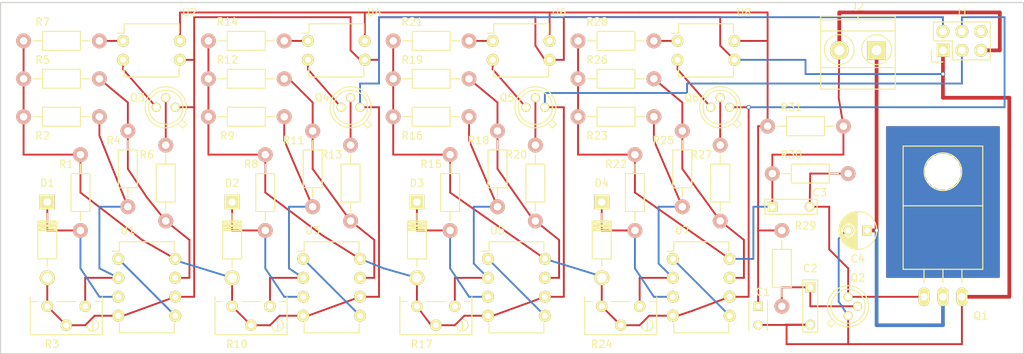
<source format=kicad_pcb>
(kicad_pcb (version 4) (host pcbnew 4.0.2+dfsg1-stable)

  (general
    (links 118)
    (no_connects 0)
    (area 93.994999 79.135 231.215001 127.075001)
    (thickness 1.6)
    (drawings 4)
    (tracks 305)
    (zones 0)
    (modules 55)
    (nets 39)
  )

  (page USLetter)
  (title_block
    (title "Li-Ion Battery Protector")
    (date 2017-06-06)
    (rev 1)
  )

  (layers
    (0 F.Cu signal)
    (31 B.Cu signal)
    (32 B.Adhes user)
    (33 F.Adhes user)
    (34 B.Paste user)
    (35 F.Paste user)
    (36 B.SilkS user)
    (37 F.SilkS user)
    (38 B.Mask user)
    (39 F.Mask user)
    (40 Dwgs.User user)
    (41 Cmts.User user)
    (42 Eco1.User user)
    (43 Eco2.User user)
    (44 Edge.Cuts user)
    (45 Margin user)
    (46 B.CrtYd user)
    (47 F.CrtYd user)
    (48 B.Fab user)
    (49 F.Fab user)
  )

  (setup
    (last_trace_width 0.25)
    (user_trace_width 0.5)
    (trace_clearance 0.25)
    (zone_clearance 0.508)
    (zone_45_only yes)
    (trace_min 0.25)
    (segment_width 0.2)
    (edge_width 0.15)
    (via_size 0.6)
    (via_drill 0.4)
    (via_min_size 0.4)
    (via_min_drill 0.3)
    (uvia_size 0.3)
    (uvia_drill 0.1)
    (uvias_allowed no)
    (uvia_min_size 0.2)
    (uvia_min_drill 0.1)
    (pcb_text_width 0.3)
    (pcb_text_size 1.5 1.5)
    (mod_edge_width 0.15)
    (mod_text_size 1 1)
    (mod_text_width 0.15)
    (pad_size 2.5 2.5)
    (pad_drill 1.3)
    (pad_to_mask_clearance 0.2)
    (aux_axis_origin 0 0)
    (visible_elements FFFFFF7F)
    (pcbplotparams
      (layerselection 0x00030_80000001)
      (usegerberextensions false)
      (excludeedgelayer true)
      (linewidth 0.100000)
      (plotframeref false)
      (viasonmask false)
      (mode 1)
      (useauxorigin false)
      (hpglpennumber 1)
      (hpglpenspeed 20)
      (hpglpendiameter 15)
      (hpglpenoverlay 2)
      (psnegative false)
      (psa4output false)
      (plotreference true)
      (plotvalue true)
      (plotinvisibletext false)
      (padsonsilk false)
      (subtractmaskfromsilk false)
      (outputformat 1)
      (mirror false)
      (drillshape 1)
      (scaleselection 1)
      (outputdirectory ""))
  )

  (net 0 "")
  (net 1 "Net-(C4-Pad1)")
  (net 2 Battery-GND)
  (net 3 "Net-(C3-Pad2)")
  (net 4 "Net-(C1-Pad1)")
  (net 5 "Net-(C2-Pad1)")
  (net 6 Battery-4)
  (net 7 "Net-(D1-Pad1)")
  (net 8 Battery-1)
  (net 9 "Net-(D2-Pad1)")
  (net 10 Battery-2)
  (net 11 "Net-(D3-Pad1)")
  (net 12 Battery-3)
  (net 13 "Net-(D4-Pad1)")
  (net 14 "Net-(J1-Pad6)")
  (net 15 "Net-(Q3-Pad2)")
  (net 16 "Net-(Q3-Pad3)")
  (net 17 "Net-(Q4-Pad2)")
  (net 18 "Net-(Q4-Pad3)")
  (net 19 "Net-(Q5-Pad2)")
  (net 20 "Net-(Q5-Pad3)")
  (net 21 "Net-(Q6-Pad2)")
  (net 22 "Net-(Q6-Pad3)")
  (net 23 "Net-(R2-Pad2)")
  (net 24 "Net-(R4-Pad1)")
  (net 25 "Net-(R7-Pad2)")
  (net 26 "Net-(R10-Pad1)")
  (net 27 "Net-(R11-Pad1)")
  (net 28 "Net-(R14-Pad2)")
  (net 29 "Net-(R16-Pad2)")
  (net 30 "Net-(R18-Pad1)")
  (net 31 "Net-(R21-Pad2)")
  (net 32 "Net-(R23-Pad2)")
  (net 33 "Net-(R25-Pad1)")
  (net 34 "Net-(R28-Pad2)")
  (net 35 "Net-(U1-Pad1)")
  (net 36 "Net-(U3-Pad1)")
  (net 37 "Net-(U5-Pad1)")
  (net 38 "Net-(U7-Pad1)")

  (net_class Default "This is the default net class."
    (clearance 0.25)
    (trace_width 0.25)
    (via_dia 0.6)
    (via_drill 0.4)
    (uvia_dia 0.3)
    (uvia_drill 0.1)
    (add_net Battery-1)
    (add_net Battery-2)
    (add_net Battery-3)
    (add_net Battery-4)
    (add_net Battery-GND)
    (add_net "Net-(C1-Pad1)")
    (add_net "Net-(C2-Pad1)")
    (add_net "Net-(C3-Pad2)")
    (add_net "Net-(C4-Pad1)")
    (add_net "Net-(D1-Pad1)")
    (add_net "Net-(D2-Pad1)")
    (add_net "Net-(D3-Pad1)")
    (add_net "Net-(D4-Pad1)")
    (add_net "Net-(J1-Pad6)")
    (add_net "Net-(Q3-Pad2)")
    (add_net "Net-(Q3-Pad3)")
    (add_net "Net-(Q4-Pad2)")
    (add_net "Net-(Q4-Pad3)")
    (add_net "Net-(Q5-Pad2)")
    (add_net "Net-(Q5-Pad3)")
    (add_net "Net-(Q6-Pad2)")
    (add_net "Net-(Q6-Pad3)")
    (add_net "Net-(R10-Pad1)")
    (add_net "Net-(R11-Pad1)")
    (add_net "Net-(R14-Pad2)")
    (add_net "Net-(R16-Pad2)")
    (add_net "Net-(R18-Pad1)")
    (add_net "Net-(R2-Pad2)")
    (add_net "Net-(R21-Pad2)")
    (add_net "Net-(R23-Pad2)")
    (add_net "Net-(R25-Pad1)")
    (add_net "Net-(R28-Pad2)")
    (add_net "Net-(R4-Pad1)")
    (add_net "Net-(R7-Pad2)")
    (add_net "Net-(U1-Pad1)")
    (add_net "Net-(U3-Pad1)")
    (add_net "Net-(U5-Pad1)")
    (add_net "Net-(U7-Pad1)")
  )

  (net_class Power ""
    (clearance 0.4)
    (trace_width 0.5)
    (via_dia 1.2)
    (via_drill 0.8)
    (uvia_dia 0.6)
    (uvia_drill 0.2)
  )

  (module Capacitors_ThroughHole:C_Rect_L4_W2.5_P2.5 (layer F.Cu) (tedit 5957BFD4) (tstamp 594ECB51)
    (at 195.58 120.65 270)
    (descr "Film Capacitor Length 4mm x Width 2.5mm, Pitch 2.5mm")
    (tags Capacitor)
    (path /5935031F)
    (fp_text reference C1 (at -1.905 -0.635 360) (layer F.SilkS)
      (effects (font (size 1 1) (thickness 0.15)))
    )
    (fp_text value 0.1uf (at 5.08 0 360) (layer F.Fab)
      (effects (font (size 1 1) (thickness 0.15)))
    )
    (fp_line (start -1 -1.5) (end 3.5 -1.5) (layer F.CrtYd) (width 0.05))
    (fp_line (start 3.5 -1.5) (end 3.5 1.5) (layer F.CrtYd) (width 0.05))
    (fp_line (start 3.5 1.5) (end -1 1.5) (layer F.CrtYd) (width 0.05))
    (fp_line (start -1 1.5) (end -1 -1.5) (layer F.CrtYd) (width 0.05))
    (fp_line (start -0.75 -1.25) (end 3.25 -1.25) (layer F.SilkS) (width 0.15))
    (fp_line (start -0.75 1.25) (end 3.25 1.25) (layer F.SilkS) (width 0.15))
    (pad 1 thru_hole rect (at 0 0 270) (size 1.2 1.2) (drill 0.7) (layers *.Cu *.Mask F.SilkS)
      (net 4 "Net-(C1-Pad1)"))
    (pad 2 thru_hole circle (at 2.5 0 270) (size 1.2 1.2) (drill 0.7) (layers *.Cu *.Mask F.SilkS)
      (net 2 Battery-GND))
  )

  (module Capacitors_ThroughHole:C_Rect_L7_W2_P5 (layer F.Cu) (tedit 595719B8) (tstamp 594ECB5F)
    (at 202.565 118.11 270)
    (descr "Film Capacitor Length 7 x Width 2mm, Pitch 5mm")
    (tags Capacitor)
    (path /5934FF1F)
    (fp_text reference C2 (at -2.54 0 360) (layer F.SilkS)
      (effects (font (size 1 1) (thickness 0.15)))
    )
    (fp_text value 0.22uf (at 7.62 0.635 360) (layer F.Fab)
      (effects (font (size 1 1) (thickness 0.15)))
    )
    (fp_line (start -1.25 -1.25) (end 6.25 -1.25) (layer F.CrtYd) (width 0.05))
    (fp_line (start 6.25 -1.25) (end 6.25 1.25) (layer F.CrtYd) (width 0.05))
    (fp_line (start 6.25 1.25) (end -1.25 1.25) (layer F.CrtYd) (width 0.05))
    (fp_line (start -1.25 1.25) (end -1.25 -1.25) (layer F.CrtYd) (width 0.05))
    (fp_line (start -1 -1) (end 6 -1) (layer F.SilkS) (width 0.15))
    (fp_line (start 6 -1) (end 6 1) (layer F.SilkS) (width 0.15))
    (fp_line (start 6 1) (end -1 1) (layer F.SilkS) (width 0.15))
    (fp_line (start -1 1) (end -1 -1) (layer F.SilkS) (width 0.15))
    (pad 1 thru_hole rect (at 0 0 270) (size 1.3 1.3) (drill 0.8) (layers *.Cu *.Mask F.SilkS)
      (net 5 "Net-(C2-Pad1)"))
    (pad 2 thru_hole circle (at 5 0 270) (size 1.3 1.3) (drill 0.8) (layers *.Cu *.Mask F.SilkS)
      (net 2 Battery-GND))
    (model Capacitors_ThroughHole.3dshapes/C_Rect_L7_W2_P5.wrl
      (at (xyz 0.098425 0 0))
      (scale (xyz 1 1 1))
      (rotate (xyz 0 0 0))
    )
  )

  (module Capacitors_ThroughHole:C_Rect_L7_W2_P5 (layer F.Cu) (tedit 595719CC) (tstamp 594ECB6D)
    (at 197.485 107.315)
    (descr "Film Capacitor Length 7 x Width 2mm, Pitch 5mm")
    (tags Capacitor)
    (path /5935014C)
    (fp_text reference C3 (at 6.35 -1.905) (layer F.SilkS)
      (effects (font (size 1 1) (thickness 0.15)))
    )
    (fp_text value 0.001uf (at 0.635 -1.905) (layer F.Fab)
      (effects (font (size 1 1) (thickness 0.15)))
    )
    (fp_line (start -1.25 -1.25) (end 6.25 -1.25) (layer F.CrtYd) (width 0.05))
    (fp_line (start 6.25 -1.25) (end 6.25 1.25) (layer F.CrtYd) (width 0.05))
    (fp_line (start 6.25 1.25) (end -1.25 1.25) (layer F.CrtYd) (width 0.05))
    (fp_line (start -1.25 1.25) (end -1.25 -1.25) (layer F.CrtYd) (width 0.05))
    (fp_line (start -1 -1) (end 6 -1) (layer F.SilkS) (width 0.15))
    (fp_line (start 6 -1) (end 6 1) (layer F.SilkS) (width 0.15))
    (fp_line (start 6 1) (end -1 1) (layer F.SilkS) (width 0.15))
    (fp_line (start -1 1) (end -1 -1) (layer F.SilkS) (width 0.15))
    (pad 1 thru_hole rect (at 0 0) (size 1.3 1.3) (drill 0.8) (layers *.Cu *.Mask F.SilkS)
      (net 6 Battery-4))
    (pad 2 thru_hole circle (at 5 0) (size 1.3 1.3) (drill 0.8) (layers *.Cu *.Mask F.SilkS)
      (net 3 "Net-(C3-Pad2)"))
    (model Capacitors_ThroughHole.3dshapes/C_Rect_L7_W2_P5.wrl
      (at (xyz 0.098425 0 0))
      (scale (xyz 1 1 1))
      (rotate (xyz 0 0 0))
    )
  )

  (module Capacitors_ThroughHole:C_Radial_D5_L11_P2.5 (layer F.Cu) (tedit 0) (tstamp 594ECB95)
    (at 210.185 110.49 180)
    (descr "Radial Electrolytic Capacitor Diameter 5mm x Length 11mm, Pitch 2.5mm")
    (tags "Electrolytic Capacitor")
    (path /59351A19)
    (fp_text reference C4 (at 1.25 -3.8 180) (layer F.SilkS)
      (effects (font (size 1 1) (thickness 0.15)))
    )
    (fp_text value 47uf (at 1.25 3.8 180) (layer F.Fab)
      (effects (font (size 1 1) (thickness 0.15)))
    )
    (fp_line (start 1.325 -2.499) (end 1.325 2.499) (layer F.SilkS) (width 0.15))
    (fp_line (start 1.465 -2.491) (end 1.465 2.491) (layer F.SilkS) (width 0.15))
    (fp_line (start 1.605 -2.475) (end 1.605 -0.095) (layer F.SilkS) (width 0.15))
    (fp_line (start 1.605 0.095) (end 1.605 2.475) (layer F.SilkS) (width 0.15))
    (fp_line (start 1.745 -2.451) (end 1.745 -0.49) (layer F.SilkS) (width 0.15))
    (fp_line (start 1.745 0.49) (end 1.745 2.451) (layer F.SilkS) (width 0.15))
    (fp_line (start 1.885 -2.418) (end 1.885 -0.657) (layer F.SilkS) (width 0.15))
    (fp_line (start 1.885 0.657) (end 1.885 2.418) (layer F.SilkS) (width 0.15))
    (fp_line (start 2.025 -2.377) (end 2.025 -0.764) (layer F.SilkS) (width 0.15))
    (fp_line (start 2.025 0.764) (end 2.025 2.377) (layer F.SilkS) (width 0.15))
    (fp_line (start 2.165 -2.327) (end 2.165 -0.835) (layer F.SilkS) (width 0.15))
    (fp_line (start 2.165 0.835) (end 2.165 2.327) (layer F.SilkS) (width 0.15))
    (fp_line (start 2.305 -2.266) (end 2.305 -0.879) (layer F.SilkS) (width 0.15))
    (fp_line (start 2.305 0.879) (end 2.305 2.266) (layer F.SilkS) (width 0.15))
    (fp_line (start 2.445 -2.196) (end 2.445 -0.898) (layer F.SilkS) (width 0.15))
    (fp_line (start 2.445 0.898) (end 2.445 2.196) (layer F.SilkS) (width 0.15))
    (fp_line (start 2.585 -2.114) (end 2.585 -0.896) (layer F.SilkS) (width 0.15))
    (fp_line (start 2.585 0.896) (end 2.585 2.114) (layer F.SilkS) (width 0.15))
    (fp_line (start 2.725 -2.019) (end 2.725 -0.871) (layer F.SilkS) (width 0.15))
    (fp_line (start 2.725 0.871) (end 2.725 2.019) (layer F.SilkS) (width 0.15))
    (fp_line (start 2.865 -1.908) (end 2.865 -0.823) (layer F.SilkS) (width 0.15))
    (fp_line (start 2.865 0.823) (end 2.865 1.908) (layer F.SilkS) (width 0.15))
    (fp_line (start 3.005 -1.78) (end 3.005 -0.745) (layer F.SilkS) (width 0.15))
    (fp_line (start 3.005 0.745) (end 3.005 1.78) (layer F.SilkS) (width 0.15))
    (fp_line (start 3.145 -1.631) (end 3.145 -0.628) (layer F.SilkS) (width 0.15))
    (fp_line (start 3.145 0.628) (end 3.145 1.631) (layer F.SilkS) (width 0.15))
    (fp_line (start 3.285 -1.452) (end 3.285 -0.44) (layer F.SilkS) (width 0.15))
    (fp_line (start 3.285 0.44) (end 3.285 1.452) (layer F.SilkS) (width 0.15))
    (fp_line (start 3.425 -1.233) (end 3.425 1.233) (layer F.SilkS) (width 0.15))
    (fp_line (start 3.565 -0.944) (end 3.565 0.944) (layer F.SilkS) (width 0.15))
    (fp_line (start 3.705 -0.472) (end 3.705 0.472) (layer F.SilkS) (width 0.15))
    (fp_circle (center 2.5 0) (end 2.5 -0.9) (layer F.SilkS) (width 0.15))
    (fp_circle (center 1.25 0) (end 1.25 -2.5375) (layer F.SilkS) (width 0.15))
    (fp_circle (center 1.25 0) (end 1.25 -2.8) (layer F.CrtYd) (width 0.05))
    (pad 1 thru_hole rect (at 0 0 180) (size 1.3 1.3) (drill 0.8) (layers *.Cu *.Mask F.SilkS)
      (net 1 "Net-(C4-Pad1)"))
    (pad 2 thru_hole circle (at 2.5 0 180) (size 1.3 1.3) (drill 0.8) (layers *.Cu *.Mask F.SilkS)
      (net 2 Battery-GND))
    (model Capacitors_ThroughHole.3dshapes/C_Radial_D5_L11_P2.5.wrl
      (at (xyz 0.049213 0 0))
      (scale (xyz 1 1 1))
      (rotate (xyz 0 0 90))
    )
  )

  (module Diodes_ThroughHole:Diode_DO-41_SOD81_Horizontal_RM10 (layer F.Cu) (tedit 5957196E) (tstamp 594ECBA9)
    (at 100.33 106.68 270)
    (descr "Diode, DO-41, SOD81, Horizontal, RM 10mm,")
    (tags "Diode, DO-41, SOD81, Horizontal, RM 10mm, 1N4007, SB140,")
    (path /5938A1E3)
    (fp_text reference D1 (at -2.54 0 360) (layer F.SilkS)
      (effects (font (size 1 1) (thickness 0.15)))
    )
    (fp_text value 1N4728 (at 8.89 -3.81 360) (layer F.Fab)
      (effects (font (size 1 1) (thickness 0.15)))
    )
    (fp_line (start 7.62 -0.00254) (end 8.636 -0.00254) (layer F.SilkS) (width 0.15))
    (fp_line (start 2.794 -0.00254) (end 1.524 -0.00254) (layer F.SilkS) (width 0.15))
    (fp_line (start 3.048 -1.27254) (end 3.048 1.26746) (layer F.SilkS) (width 0.15))
    (fp_line (start 3.302 -1.27254) (end 3.302 1.26746) (layer F.SilkS) (width 0.15))
    (fp_line (start 3.556 -1.27254) (end 3.556 1.26746) (layer F.SilkS) (width 0.15))
    (fp_line (start 2.794 -1.27254) (end 2.794 1.26746) (layer F.SilkS) (width 0.15))
    (fp_line (start 3.81 -1.27254) (end 2.54 1.26746) (layer F.SilkS) (width 0.15))
    (fp_line (start 2.54 -1.27254) (end 3.81 1.26746) (layer F.SilkS) (width 0.15))
    (fp_line (start 3.81 -1.27254) (end 3.81 1.26746) (layer F.SilkS) (width 0.15))
    (fp_line (start 3.175 -1.27254) (end 3.175 1.26746) (layer F.SilkS) (width 0.15))
    (fp_line (start 2.54 1.26746) (end 2.54 -1.27254) (layer F.SilkS) (width 0.15))
    (fp_line (start 2.54 -1.27254) (end 7.62 -1.27254) (layer F.SilkS) (width 0.15))
    (fp_line (start 7.62 -1.27254) (end 7.62 1.26746) (layer F.SilkS) (width 0.15))
    (fp_line (start 7.62 1.26746) (end 2.54 1.26746) (layer F.SilkS) (width 0.15))
    (pad 2 thru_hole circle (at 10.16 -0.00254 90) (size 1.99898 1.99898) (drill 1.27) (layers *.Cu *.Mask F.SilkS)
      (net 2 Battery-GND))
    (pad 1 thru_hole rect (at 0 -0.00254 90) (size 1.99898 1.99898) (drill 1.00076) (layers *.Cu *.Mask F.SilkS)
      (net 7 "Net-(D1-Pad1)"))
  )

  (module Diodes_ThroughHole:Diode_DO-41_SOD81_Horizontal_RM10 (layer F.Cu) (tedit 5956D958) (tstamp 594ECBBD)
    (at 125.095 106.68 270)
    (descr "Diode, DO-41, SOD81, Horizontal, RM 10mm,")
    (tags "Diode, DO-41, SOD81, Horizontal, RM 10mm, 1N4007, SB140,")
    (path /5938B0B0)
    (fp_text reference D2 (at -2.54 0 360) (layer F.SilkS)
      (effects (font (size 1 1) (thickness 0.15)))
    )
    (fp_text value 1N4728 (at 8.89 -3.81 360) (layer F.Fab)
      (effects (font (size 1 1) (thickness 0.15)))
    )
    (fp_line (start 7.62 -0.00254) (end 8.636 -0.00254) (layer F.SilkS) (width 0.15))
    (fp_line (start 2.794 -0.00254) (end 1.524 -0.00254) (layer F.SilkS) (width 0.15))
    (fp_line (start 3.048 -1.27254) (end 3.048 1.26746) (layer F.SilkS) (width 0.15))
    (fp_line (start 3.302 -1.27254) (end 3.302 1.26746) (layer F.SilkS) (width 0.15))
    (fp_line (start 3.556 -1.27254) (end 3.556 1.26746) (layer F.SilkS) (width 0.15))
    (fp_line (start 2.794 -1.27254) (end 2.794 1.26746) (layer F.SilkS) (width 0.15))
    (fp_line (start 3.81 -1.27254) (end 2.54 1.26746) (layer F.SilkS) (width 0.15))
    (fp_line (start 2.54 -1.27254) (end 3.81 1.26746) (layer F.SilkS) (width 0.15))
    (fp_line (start 3.81 -1.27254) (end 3.81 1.26746) (layer F.SilkS) (width 0.15))
    (fp_line (start 3.175 -1.27254) (end 3.175 1.26746) (layer F.SilkS) (width 0.15))
    (fp_line (start 2.54 1.26746) (end 2.54 -1.27254) (layer F.SilkS) (width 0.15))
    (fp_line (start 2.54 -1.27254) (end 7.62 -1.27254) (layer F.SilkS) (width 0.15))
    (fp_line (start 7.62 -1.27254) (end 7.62 1.26746) (layer F.SilkS) (width 0.15))
    (fp_line (start 7.62 1.26746) (end 2.54 1.26746) (layer F.SilkS) (width 0.15))
    (pad 2 thru_hole circle (at 10.16 -0.00254 90) (size 1.99898 1.99898) (drill 1.27) (layers *.Cu *.Mask F.SilkS)
      (net 8 Battery-1))
    (pad 1 thru_hole rect (at 0 -0.00254 90) (size 1.99898 1.99898) (drill 1.00076) (layers *.Cu *.Mask F.SilkS)
      (net 9 "Net-(D2-Pad1)"))
  )

  (module Diodes_ThroughHole:Diode_DO-41_SOD81_Horizontal_RM10 (layer F.Cu) (tedit 5956D45A) (tstamp 594ECBD1)
    (at 149.86 106.68 270)
    (descr "Diode, DO-41, SOD81, Horizontal, RM 10mm,")
    (tags "Diode, DO-41, SOD81, Horizontal, RM 10mm, 1N4007, SB140,")
    (path /5938B2E0)
    (fp_text reference D3 (at -2.54 0 360) (layer F.SilkS)
      (effects (font (size 1 1) (thickness 0.15)))
    )
    (fp_text value 1N4728 (at 8.89 -3.81 360) (layer F.Fab)
      (effects (font (size 1 1) (thickness 0.15)))
    )
    (fp_line (start 7.62 -0.00254) (end 8.636 -0.00254) (layer F.SilkS) (width 0.15))
    (fp_line (start 2.794 -0.00254) (end 1.524 -0.00254) (layer F.SilkS) (width 0.15))
    (fp_line (start 3.048 -1.27254) (end 3.048 1.26746) (layer F.SilkS) (width 0.15))
    (fp_line (start 3.302 -1.27254) (end 3.302 1.26746) (layer F.SilkS) (width 0.15))
    (fp_line (start 3.556 -1.27254) (end 3.556 1.26746) (layer F.SilkS) (width 0.15))
    (fp_line (start 2.794 -1.27254) (end 2.794 1.26746) (layer F.SilkS) (width 0.15))
    (fp_line (start 3.81 -1.27254) (end 2.54 1.26746) (layer F.SilkS) (width 0.15))
    (fp_line (start 2.54 -1.27254) (end 3.81 1.26746) (layer F.SilkS) (width 0.15))
    (fp_line (start 3.81 -1.27254) (end 3.81 1.26746) (layer F.SilkS) (width 0.15))
    (fp_line (start 3.175 -1.27254) (end 3.175 1.26746) (layer F.SilkS) (width 0.15))
    (fp_line (start 2.54 1.26746) (end 2.54 -1.27254) (layer F.SilkS) (width 0.15))
    (fp_line (start 2.54 -1.27254) (end 7.62 -1.27254) (layer F.SilkS) (width 0.15))
    (fp_line (start 7.62 -1.27254) (end 7.62 1.26746) (layer F.SilkS) (width 0.15))
    (fp_line (start 7.62 1.26746) (end 2.54 1.26746) (layer F.SilkS) (width 0.15))
    (pad 2 thru_hole circle (at 10.16 -0.00254 90) (size 1.99898 1.99898) (drill 1.27) (layers *.Cu *.Mask F.SilkS)
      (net 10 Battery-2))
    (pad 1 thru_hole rect (at 0 -0.00254 90) (size 1.99898 1.99898) (drill 1.00076) (layers *.Cu *.Mask F.SilkS)
      (net 11 "Net-(D3-Pad1)"))
  )

  (module Diodes_ThroughHole:Diode_DO-41_SOD81_Horizontal_RM10 (layer F.Cu) (tedit 59562450) (tstamp 594ECBE5)
    (at 174.625 106.68 270)
    (descr "Diode, DO-41, SOD81, Horizontal, RM 10mm,")
    (tags "Diode, DO-41, SOD81, Horizontal, RM 10mm, 1N4007, SB140,")
    (path /5938B3E6)
    (fp_text reference D4 (at -2.54 0 360) (layer F.SilkS)
      (effects (font (size 1 1) (thickness 0.15)))
    )
    (fp_text value 1N4728 (at 8.89 -3.81 360) (layer F.Fab)
      (effects (font (size 1 1) (thickness 0.15)))
    )
    (fp_line (start 7.62 -0.00254) (end 8.636 -0.00254) (layer F.SilkS) (width 0.15))
    (fp_line (start 2.794 -0.00254) (end 1.524 -0.00254) (layer F.SilkS) (width 0.15))
    (fp_line (start 3.048 -1.27254) (end 3.048 1.26746) (layer F.SilkS) (width 0.15))
    (fp_line (start 3.302 -1.27254) (end 3.302 1.26746) (layer F.SilkS) (width 0.15))
    (fp_line (start 3.556 -1.27254) (end 3.556 1.26746) (layer F.SilkS) (width 0.15))
    (fp_line (start 2.794 -1.27254) (end 2.794 1.26746) (layer F.SilkS) (width 0.15))
    (fp_line (start 3.81 -1.27254) (end 2.54 1.26746) (layer F.SilkS) (width 0.15))
    (fp_line (start 2.54 -1.27254) (end 3.81 1.26746) (layer F.SilkS) (width 0.15))
    (fp_line (start 3.81 -1.27254) (end 3.81 1.26746) (layer F.SilkS) (width 0.15))
    (fp_line (start 3.175 -1.27254) (end 3.175 1.26746) (layer F.SilkS) (width 0.15))
    (fp_line (start 2.54 1.26746) (end 2.54 -1.27254) (layer F.SilkS) (width 0.15))
    (fp_line (start 2.54 -1.27254) (end 7.62 -1.27254) (layer F.SilkS) (width 0.15))
    (fp_line (start 7.62 -1.27254) (end 7.62 1.26746) (layer F.SilkS) (width 0.15))
    (fp_line (start 7.62 1.26746) (end 2.54 1.26746) (layer F.SilkS) (width 0.15))
    (pad 2 thru_hole circle (at 10.16 -0.00254 90) (size 1.99898 1.99898) (drill 1.27) (layers *.Cu *.Mask F.SilkS)
      (net 12 Battery-3))
    (pad 1 thru_hole rect (at 0 -0.00254 90) (size 1.99898 1.99898) (drill 1.00076) (layers *.Cu *.Mask F.SilkS)
      (net 13 "Net-(D4-Pad1)"))
  )

  (module Pin_Headers:Pin_Header_Straight_2x03 (layer F.Cu) (tedit 595616BE) (tstamp 594ECBFC)
    (at 220.345 86.36 90)
    (descr "Through hole pin header")
    (tags "pin header")
    (path /5935259B)
    (fp_text reference J1 (at 5.08 2.54 180) (layer F.SilkS)
      (effects (font (size 1 1) (thickness 0.15)))
    )
    (fp_text value CONN_02X03 (at -2.54 5.08 180) (layer F.Fab)
      (effects (font (size 1 1) (thickness 0.15)))
    )
    (fp_line (start -1.27 1.27) (end -1.27 6.35) (layer F.SilkS) (width 0.15))
    (fp_line (start -1.55 -1.55) (end 0 -1.55) (layer F.SilkS) (width 0.15))
    (fp_line (start -1.75 -1.75) (end -1.75 6.85) (layer F.CrtYd) (width 0.05))
    (fp_line (start 4.3 -1.75) (end 4.3 6.85) (layer F.CrtYd) (width 0.05))
    (fp_line (start -1.75 -1.75) (end 4.3 -1.75) (layer F.CrtYd) (width 0.05))
    (fp_line (start -1.75 6.85) (end 4.3 6.85) (layer F.CrtYd) (width 0.05))
    (fp_line (start 1.27 -1.27) (end 1.27 1.27) (layer F.SilkS) (width 0.15))
    (fp_line (start 1.27 1.27) (end -1.27 1.27) (layer F.SilkS) (width 0.15))
    (fp_line (start -1.27 6.35) (end 3.81 6.35) (layer F.SilkS) (width 0.15))
    (fp_line (start 3.81 6.35) (end 3.81 1.27) (layer F.SilkS) (width 0.15))
    (fp_line (start -1.55 -1.55) (end -1.55 0) (layer F.SilkS) (width 0.15))
    (fp_line (start 3.81 -1.27) (end 1.27 -1.27) (layer F.SilkS) (width 0.15))
    (fp_line (start 3.81 1.27) (end 3.81 -1.27) (layer F.SilkS) (width 0.15))
    (pad 1 thru_hole rect (at 0 0 90) (size 1.7272 1.7272) (drill 1.016) (layers *.Cu *.Mask F.SilkS)
      (net 2 Battery-GND))
    (pad 2 thru_hole oval (at 2.54 0 90) (size 1.7272 1.7272) (drill 1.016) (layers *.Cu *.Mask F.SilkS)
      (net 8 Battery-1))
    (pad 3 thru_hole oval (at 0 2.54 90) (size 1.7272 1.7272) (drill 1.016) (layers *.Cu *.Mask F.SilkS)
      (net 10 Battery-2))
    (pad 4 thru_hole oval (at 2.54 2.54 90) (size 1.7272 1.7272) (drill 1.016) (layers *.Cu *.Mask F.SilkS)
      (net 12 Battery-3))
    (pad 5 thru_hole oval (at 0 5.08 90) (size 1.7272 1.7272) (drill 1.016) (layers *.Cu *.Mask F.SilkS)
      (net 6 Battery-4))
    (pad 6 thru_hole oval (at 2.54 5.08 90) (size 1.7272 1.7272) (drill 1.016) (layers *.Cu *.Mask F.SilkS)
      (net 14 "Net-(J1-Pad6)"))
    (model Pin_Headers.3dshapes/Pin_Header_Straight_2x03.wrl
      (at (xyz 0.05 -0.1 0))
      (scale (xyz 1 1 1))
      (rotate (xyz 0 0 90))
    )
  )

  (module Terminal_Blocks:TerminalBlock_Pheonix_MKDS1.5-2pol (layer F.Cu) (tedit 59561845) (tstamp 594ECC10)
    (at 211.455 86.36 180)
    (descr "2-way 5mm pitch terminal block, Phoenix MKDS series")
    (path /59354B46)
    (fp_text reference J2 (at 2.5 5.9 180) (layer F.SilkS)
      (effects (font (size 1 1) (thickness 0.15)))
    )
    (fp_text value CONN_01X02 (at 2.5 -6.6 180) (layer F.Fab)
      (effects (font (size 1 1) (thickness 0.15)))
    )
    (fp_line (start -2.7 -5.4) (end 7.7 -5.4) (layer F.CrtYd) (width 0.05))
    (fp_line (start -2.7 4.8) (end -2.7 -5.4) (layer F.CrtYd) (width 0.05))
    (fp_line (start 7.7 4.8) (end -2.7 4.8) (layer F.CrtYd) (width 0.05))
    (fp_line (start 7.7 -5.4) (end 7.7 4.8) (layer F.CrtYd) (width 0.05))
    (fp_line (start 2.5 4.1) (end 2.5 4.6) (layer F.SilkS) (width 0.15))
    (fp_circle (center 5 0.1) (end 3 0.1) (layer F.SilkS) (width 0.15))
    (fp_circle (center 0 0.1) (end 2 0.1) (layer F.SilkS) (width 0.15))
    (fp_line (start -2.5 2.6) (end 7.5 2.6) (layer F.SilkS) (width 0.15))
    (fp_line (start -2.5 -2.3) (end 7.5 -2.3) (layer F.SilkS) (width 0.15))
    (fp_line (start -2.5 4.1) (end 7.5 4.1) (layer F.SilkS) (width 0.15))
    (fp_line (start -2.5 4.6) (end 7.5 4.6) (layer F.SilkS) (width 0.15))
    (fp_line (start 7.5 4.6) (end 7.5 -5.2) (layer F.SilkS) (width 0.15))
    (fp_line (start 7.5 -5.2) (end -2.5 -5.2) (layer F.SilkS) (width 0.15))
    (fp_line (start -2.5 -5.2) (end -2.5 4.6) (layer F.SilkS) (width 0.15))
    (pad 1 thru_hole rect (at 0 0 180) (size 2.5 2.5) (drill 1.3) (layers *.Cu *.Mask F.SilkS)
      (net 1 "Net-(C4-Pad1)"))
    (pad 2 thru_hole circle (at 5 0 180) (size 2.5 2.5) (drill 1.3) (layers *.Cu *.Mask F.SilkS)
      (net 6 Battery-4))
    (model Terminal_Blocks.3dshapes/TerminalBlock_Pheonix_MKDS1.5-2pol.wrl
      (at (xyz 0.0984 0 0))
      (scale (xyz 1 1 1))
      (rotate (xyz 0 0 0))
    )
  )

  (module TO_SOT_Packages_THT:TO-18_3Pin (layer F.Cu) (tedit 595036BF) (tstamp 594ECC1C)
    (at 207.645 120.65 270)
    (descr "TO-18, 3Pin,")
    (tags "TO-18, 3Pin,")
    (path /5934DC09)
    (fp_text reference Q2 (at -3.81 -1.27 360) (layer F.SilkS)
      (effects (font (size 1 1) (thickness 0.15)))
    )
    (fp_text value 2N2222A (at 3.81 0 360) (layer F.Fab)
      (effects (font (size 1 1) (thickness 0.15)))
    )
    (fp_line (start 2.794 2.286) (end 2.286 1.778) (layer F.SilkS) (width 0.15))
    (fp_line (start 1.778 2.286) (end 2.286 2.794) (layer F.SilkS) (width 0.15))
    (fp_line (start 2.286 2.794) (end 2.794 2.286) (layer F.SilkS) (width 0.15))
    (fp_circle (center 0 0) (end 2.286 0) (layer F.SilkS) (width 0.15))
    (fp_circle (center 0 0) (end 2.75 0) (layer F.SilkS) (width 0.15))
    (pad 1 thru_hole circle (at 1.27 0 270) (size 1.2 1.2) (drill 0.8) (layers *.Cu *.Mask F.SilkS)
      (net 2 Battery-GND))
    (pad 2 thru_hole circle (at 0 -1.27 270) (size 1.2 1.2) (drill 0.8) (layers *.Cu *.Mask F.SilkS)
      (net 5 "Net-(C2-Pad1)"))
    (pad 3 thru_hole circle (at -1.27 0 270) (size 1.2 1.2) (drill 0.8) (layers *.Cu *.Mask F.SilkS)
      (net 3 "Net-(C3-Pad2)"))
    (model TO_SOT_Packages_THT.3dshapes/TO-18_3Pin.wrl
      (at (xyz 0 0 0))
      (scale (xyz 0.3937 0.3937 0.3937))
      (rotate (xyz 0 0 0))
    )
  )

  (module TO_SOT_Packages_THT:TO-18_3Pin (layer F.Cu) (tedit 595711EB) (tstamp 594ECC28)
    (at 116.205 93.98)
    (descr "TO-18, 3Pin,")
    (tags "TO-18, 3Pin,")
    (path /592CBDFD)
    (fp_text reference Q3 (at -3.81 -1.27) (layer F.SilkS)
      (effects (font (size 1 1) (thickness 0.15)))
    )
    (fp_text value 2N2222A (at 6.35 -1.27) (layer F.Fab)
      (effects (font (size 1 1) (thickness 0.15)))
    )
    (fp_line (start 2.794 2.286) (end 2.286 1.778) (layer F.SilkS) (width 0.15))
    (fp_line (start 1.778 2.286) (end 2.286 2.794) (layer F.SilkS) (width 0.15))
    (fp_line (start 2.286 2.794) (end 2.794 2.286) (layer F.SilkS) (width 0.15))
    (fp_circle (center 0 0) (end 2.286 0) (layer F.SilkS) (width 0.15))
    (fp_circle (center 0 0) (end 2.75 0) (layer F.SilkS) (width 0.15))
    (pad 1 thru_hole circle (at 1.27 0) (size 1.2 1.2) (drill 0.8) (layers *.Cu *.Mask F.SilkS)
      (net 2 Battery-GND))
    (pad 2 thru_hole circle (at 0 -1.27) (size 1.2 1.2) (drill 0.8) (layers *.Cu *.Mask F.SilkS)
      (net 15 "Net-(Q3-Pad2)"))
    (pad 3 thru_hole circle (at -1.27 0) (size 1.2 1.2) (drill 0.8) (layers *.Cu *.Mask F.SilkS)
      (net 16 "Net-(Q3-Pad3)"))
    (model TO_SOT_Packages_THT.3dshapes/TO-18_3Pin.wrl
      (at (xyz 0 0 0))
      (scale (xyz 0.3937 0.3937 0.3937))
      (rotate (xyz 0 0 0))
    )
  )

  (module TO_SOT_Packages_THT:TO-18_3Pin (layer F.Cu) (tedit 5956DEB4) (tstamp 594ECC34)
    (at 140.97 93.98)
    (descr "TO-18, 3Pin,")
    (tags "TO-18, 3Pin,")
    (path /592E3CA2)
    (fp_text reference Q4 (at -3.81 -1.27) (layer F.SilkS)
      (effects (font (size 1 1) (thickness 0.15)))
    )
    (fp_text value 2N2222A (at 6.35 -1.27) (layer F.Fab)
      (effects (font (size 1 1) (thickness 0.15)))
    )
    (fp_line (start 2.794 2.286) (end 2.286 1.778) (layer F.SilkS) (width 0.15))
    (fp_line (start 1.778 2.286) (end 2.286 2.794) (layer F.SilkS) (width 0.15))
    (fp_line (start 2.286 2.794) (end 2.794 2.286) (layer F.SilkS) (width 0.15))
    (fp_circle (center 0 0) (end 2.286 0) (layer F.SilkS) (width 0.15))
    (fp_circle (center 0 0) (end 2.75 0) (layer F.SilkS) (width 0.15))
    (pad 1 thru_hole circle (at 1.27 0) (size 1.2 1.2) (drill 0.8) (layers *.Cu *.Mask F.SilkS)
      (net 8 Battery-1))
    (pad 2 thru_hole circle (at 0 -1.27) (size 1.2 1.2) (drill 0.8) (layers *.Cu *.Mask F.SilkS)
      (net 17 "Net-(Q4-Pad2)"))
    (pad 3 thru_hole circle (at -1.27 0) (size 1.2 1.2) (drill 0.8) (layers *.Cu *.Mask F.SilkS)
      (net 18 "Net-(Q4-Pad3)"))
    (model TO_SOT_Packages_THT.3dshapes/TO-18_3Pin.wrl
      (at (xyz 0 0 0))
      (scale (xyz 0.3937 0.3937 0.3937))
      (rotate (xyz 0 0 0))
    )
  )

  (module TO_SOT_Packages_THT:TO-18_3Pin (layer F.Cu) (tedit 595627F4) (tstamp 594ECC40)
    (at 165.735 93.98)
    (descr "TO-18, 3Pin,")
    (tags "TO-18, 3Pin,")
    (path /592E4FA8)
    (fp_text reference Q5 (at -3.81 -1.27) (layer F.SilkS)
      (effects (font (size 1 1) (thickness 0.15)))
    )
    (fp_text value 2N2222A (at 6.35 -1.27) (layer F.Fab)
      (effects (font (size 1 1) (thickness 0.15)))
    )
    (fp_line (start 2.794 2.286) (end 2.286 1.778) (layer F.SilkS) (width 0.15))
    (fp_line (start 1.778 2.286) (end 2.286 2.794) (layer F.SilkS) (width 0.15))
    (fp_line (start 2.286 2.794) (end 2.794 2.286) (layer F.SilkS) (width 0.15))
    (fp_circle (center 0 0) (end 2.286 0) (layer F.SilkS) (width 0.15))
    (fp_circle (center 0 0) (end 2.75 0) (layer F.SilkS) (width 0.15))
    (pad 1 thru_hole circle (at 1.27 0) (size 1.2 1.2) (drill 0.8) (layers *.Cu *.Mask F.SilkS)
      (net 10 Battery-2))
    (pad 2 thru_hole circle (at 0 -1.27) (size 1.2 1.2) (drill 0.8) (layers *.Cu *.Mask F.SilkS)
      (net 19 "Net-(Q5-Pad2)"))
    (pad 3 thru_hole circle (at -1.27 0) (size 1.2 1.2) (drill 0.8) (layers *.Cu *.Mask F.SilkS)
      (net 20 "Net-(Q5-Pad3)"))
    (model TO_SOT_Packages_THT.3dshapes/TO-18_3Pin.wrl
      (at (xyz 0 0 0))
      (scale (xyz 0.3937 0.3937 0.3937))
      (rotate (xyz 0 0 0))
    )
  )

  (module TO_SOT_Packages_THT:TO-18_3Pin (layer F.Cu) (tedit 5956218E) (tstamp 594ECC4C)
    (at 190.5 93.98)
    (descr "TO-18, 3Pin,")
    (tags "TO-18, 3Pin,")
    (path /592E6477)
    (fp_text reference Q6 (at -3.81 -1.27) (layer F.SilkS)
      (effects (font (size 1 1) (thickness 0.15)))
    )
    (fp_text value 2N2222A (at 6.35 -1.27) (layer F.Fab)
      (effects (font (size 1 1) (thickness 0.15)))
    )
    (fp_line (start 2.794 2.286) (end 2.286 1.778) (layer F.SilkS) (width 0.15))
    (fp_line (start 1.778 2.286) (end 2.286 2.794) (layer F.SilkS) (width 0.15))
    (fp_line (start 2.286 2.794) (end 2.794 2.286) (layer F.SilkS) (width 0.15))
    (fp_circle (center 0 0) (end 2.286 0) (layer F.SilkS) (width 0.15))
    (fp_circle (center 0 0) (end 2.75 0) (layer F.SilkS) (width 0.15))
    (pad 1 thru_hole circle (at 1.27 0) (size 1.2 1.2) (drill 0.8) (layers *.Cu *.Mask F.SilkS)
      (net 12 Battery-3))
    (pad 2 thru_hole circle (at 0 -1.27) (size 1.2 1.2) (drill 0.8) (layers *.Cu *.Mask F.SilkS)
      (net 21 "Net-(Q6-Pad2)"))
    (pad 3 thru_hole circle (at -1.27 0) (size 1.2 1.2) (drill 0.8) (layers *.Cu *.Mask F.SilkS)
      (net 22 "Net-(Q6-Pad3)"))
    (model TO_SOT_Packages_THT.3dshapes/TO-18_3Pin.wrl
      (at (xyz 0 0 0))
      (scale (xyz 0.3937 0.3937 0.3937))
      (rotate (xyz 0 0 0))
    )
  )

  (module Resistors_ThroughHole:Resistor_Horizontal_RM10mm (layer F.Cu) (tedit 59571959) (tstamp 594ECC5C)
    (at 104.775 100.33 270)
    (descr "Resistor, Axial,  RM 10mm, 1/3W")
    (tags "Resistor Axial RM 10mm 1/3W")
    (path /592CD21B)
    (fp_text reference R1 (at 1.27 1.905 360) (layer F.SilkS)
      (effects (font (size 1 1) (thickness 0.15)))
    )
    (fp_text value 10k (at 1.27 -2.54 360) (layer F.Fab)
      (effects (font (size 1 1) (thickness 0.15)))
    )
    (fp_line (start -1.25 -1.5) (end 11.4 -1.5) (layer F.CrtYd) (width 0.05))
    (fp_line (start -1.25 1.5) (end -1.25 -1.5) (layer F.CrtYd) (width 0.05))
    (fp_line (start 11.4 -1.5) (end 11.4 1.5) (layer F.CrtYd) (width 0.05))
    (fp_line (start -1.25 1.5) (end 11.4 1.5) (layer F.CrtYd) (width 0.05))
    (fp_line (start 2.54 -1.27) (end 7.62 -1.27) (layer F.SilkS) (width 0.15))
    (fp_line (start 7.62 -1.27) (end 7.62 1.27) (layer F.SilkS) (width 0.15))
    (fp_line (start 7.62 1.27) (end 2.54 1.27) (layer F.SilkS) (width 0.15))
    (fp_line (start 2.54 1.27) (end 2.54 -1.27) (layer F.SilkS) (width 0.15))
    (fp_line (start 2.54 0) (end 1.27 0) (layer F.SilkS) (width 0.15))
    (fp_line (start 7.62 0) (end 8.89 0) (layer F.SilkS) (width 0.15))
    (pad 1 thru_hole circle (at 0 0 270) (size 1.99898 1.99898) (drill 1.00076) (layers *.Cu *.SilkS *.Mask)
      (net 8 Battery-1))
    (pad 2 thru_hole circle (at 10.16 0 270) (size 1.99898 1.99898) (drill 1.00076) (layers *.Cu *.SilkS *.Mask)
      (net 7 "Net-(D1-Pad1)"))
    (model Resistors_ThroughHole.3dshapes/Resistor_Horizontal_RM10mm.wrl
      (at (xyz 0 0 0))
      (scale (xyz 0.4 0.4 0.4))
      (rotate (xyz 0 0 0))
    )
  )

  (module Potentiometers:Potentiometer_Bourns_3296Y_3-8Zoll_Angular_ScrewUp (layer F.Cu) (tedit 595711DF) (tstamp 594ECC84)
    (at 105.41 120.65 90)
    (descr "3296, 3/8, Square, Trimpot, Trimming, Potentiometer, Bourns")
    (tags "3296, 3/8, Square, Trimpot, Trimming, Potentiometer, Bourns")
    (path /592CD790)
    (fp_text reference R3 (at -5.08 -4.445 180) (layer F.SilkS)
      (effects (font (size 1 1) (thickness 0.15)))
    )
    (fp_text value 1Meg (at -5.08 0 180) (layer F.Fab)
      (effects (font (size 1 1) (thickness 0.15)))
    )
    (fp_line (start 0.635 1.27) (end 0.635 2.286) (layer F.SilkS) (width 0.15))
    (fp_line (start 0.635 -3.81) (end 0.635 -1.27) (layer F.SilkS) (width 0.15))
    (fp_line (start 0.635 -7.366) (end 0.635 -6.35) (layer F.SilkS) (width 0.15))
    (fp_line (start -3.302 1.016) (end -2.032 1.016) (layer F.SilkS) (width 0.15))
    (fp_line (start -2.5527 0.2286) (end -2.8067 0.2667) (layer F.SilkS) (width 0.15))
    (fp_line (start -2.8067 0.2667) (end -3.0861 0.4445) (layer F.SilkS) (width 0.15))
    (fp_line (start -3.0861 0.4445) (end -3.302 0.762) (layer F.SilkS) (width 0.15))
    (fp_line (start -3.302 0.762) (end -3.3147 1.2065) (layer F.SilkS) (width 0.15))
    (fp_line (start -3.3147 1.2065) (end -3.1115 1.5621) (layer F.SilkS) (width 0.15))
    (fp_line (start -3.1115 1.5621) (end -2.8194 1.7399) (layer F.SilkS) (width 0.15))
    (fp_line (start -2.8194 1.7399) (end -2.5019 1.7907) (layer F.SilkS) (width 0.15))
    (fp_line (start -2.5019 1.7907) (end -2.0955 1.6891) (layer F.SilkS) (width 0.15))
    (fp_line (start -2.0955 1.6891) (end -1.8415 1.3462) (layer F.SilkS) (width 0.15))
    (fp_line (start -1.8415 1.3462) (end -1.7526 1.1684) (layer F.SilkS) (width 0.15))
    (fp_line (start -2.54 2.286) (end -3.81 2.286) (layer F.SilkS) (width 0.15))
    (fp_line (start -3.81 2.286) (end -3.81 -7.366) (layer F.SilkS) (width 0.15))
    (fp_line (start -3.81 -7.366) (end 1.27 -7.366) (layer F.SilkS) (width 0.15))
    (fp_line (start 1.27 2.286) (end -1.27 2.286) (layer F.SilkS) (width 0.15))
    (fp_line (start -1.27 2.286) (end -2.54 2.286) (layer F.SilkS) (width 0.15))
    (pad 2 thru_hole circle (at -2.54 -2.54 90) (size 1.524 1.524) (drill 0.8128) (layers *.Cu *.Mask F.SilkS)
      (net 2 Battery-GND))
    (pad 3 thru_hole circle (at 0 -5.08 90) (size 1.524 1.524) (drill 0.8128) (layers *.Cu *.Mask F.SilkS)
      (net 2 Battery-GND))
    (pad 1 thru_hole circle (at 0 0 90) (size 1.524 1.524) (drill 0.8128) (layers *.Cu *.Mask F.SilkS)
      (net 23 "Net-(R2-Pad2)"))
    (model Potentiometers.3dshapes/Potentiometer_Bourns_3296Y_3-8Zoll_Angular_ScrewUp.wrl
      (at (xyz 0 0 0))
      (scale (xyz 1 1 1))
      (rotate (xyz 0 0 0))
    )
  )

  (module Resistors_ThroughHole:Resistor_Horizontal_RM10mm (layer F.Cu) (tedit 59571925) (tstamp 594ECC94)
    (at 111.125 97.155 270)
    (descr "Resistor, Axial,  RM 10mm, 1/3W")
    (tags "Resistor Axial RM 10mm 1/3W")
    (path /592CD415)
    (fp_text reference R4 (at 1.27 1.905 360) (layer F.SilkS)
      (effects (font (size 1 1) (thickness 0.15)))
    )
    (fp_text value 47k (at 1.27 -2.54 360) (layer F.Fab)
      (effects (font (size 1 1) (thickness 0.15)))
    )
    (fp_line (start -1.25 -1.5) (end 11.4 -1.5) (layer F.CrtYd) (width 0.05))
    (fp_line (start -1.25 1.5) (end -1.25 -1.5) (layer F.CrtYd) (width 0.05))
    (fp_line (start 11.4 -1.5) (end 11.4 1.5) (layer F.CrtYd) (width 0.05))
    (fp_line (start -1.25 1.5) (end 11.4 1.5) (layer F.CrtYd) (width 0.05))
    (fp_line (start 2.54 -1.27) (end 7.62 -1.27) (layer F.SilkS) (width 0.15))
    (fp_line (start 7.62 -1.27) (end 7.62 1.27) (layer F.SilkS) (width 0.15))
    (fp_line (start 7.62 1.27) (end 2.54 1.27) (layer F.SilkS) (width 0.15))
    (fp_line (start 2.54 1.27) (end 2.54 -1.27) (layer F.SilkS) (width 0.15))
    (fp_line (start 2.54 0) (end 1.27 0) (layer F.SilkS) (width 0.15))
    (fp_line (start 7.62 0) (end 8.89 0) (layer F.SilkS) (width 0.15))
    (pad 1 thru_hole circle (at 0 0 270) (size 1.99898 1.99898) (drill 1.00076) (layers *.Cu *.SilkS *.Mask)
      (net 24 "Net-(R4-Pad1)"))
    (pad 2 thru_hole circle (at 10.16 0 270) (size 1.99898 1.99898) (drill 1.00076) (layers *.Cu *.SilkS *.Mask)
      (net 23 "Net-(R2-Pad2)"))
    (model Resistors_ThroughHole.3dshapes/Resistor_Horizontal_RM10mm.wrl
      (at (xyz 0 0 0))
      (scale (xyz 0.4 0.4 0.4))
      (rotate (xyz 0 0 0))
    )
  )

  (module Resistors_ThroughHole:Resistor_Horizontal_RM10mm (layer F.Cu) (tedit 59571A11) (tstamp 594ECCA4)
    (at 97.155 90.17)
    (descr "Resistor, Axial,  RM 10mm, 1/3W")
    (tags "Resistor Axial RM 10mm 1/3W")
    (path /592CD4C8)
    (fp_text reference R5 (at 2.54 -2.54) (layer F.SilkS)
      (effects (font (size 1 1) (thickness 0.15)))
    )
    (fp_text value 100k (at 8.255 -2.54) (layer F.Fab)
      (effects (font (size 1 1) (thickness 0.15)))
    )
    (fp_line (start -1.25 -1.5) (end 11.4 -1.5) (layer F.CrtYd) (width 0.05))
    (fp_line (start -1.25 1.5) (end -1.25 -1.5) (layer F.CrtYd) (width 0.05))
    (fp_line (start 11.4 -1.5) (end 11.4 1.5) (layer F.CrtYd) (width 0.05))
    (fp_line (start -1.25 1.5) (end 11.4 1.5) (layer F.CrtYd) (width 0.05))
    (fp_line (start 2.54 -1.27) (end 7.62 -1.27) (layer F.SilkS) (width 0.15))
    (fp_line (start 7.62 -1.27) (end 7.62 1.27) (layer F.SilkS) (width 0.15))
    (fp_line (start 7.62 1.27) (end 2.54 1.27) (layer F.SilkS) (width 0.15))
    (fp_line (start 2.54 1.27) (end 2.54 -1.27) (layer F.SilkS) (width 0.15))
    (fp_line (start 2.54 0) (end 1.27 0) (layer F.SilkS) (width 0.15))
    (fp_line (start 7.62 0) (end 8.89 0) (layer F.SilkS) (width 0.15))
    (pad 1 thru_hole circle (at 0 0) (size 1.99898 1.99898) (drill 1.00076) (layers *.Cu *.SilkS *.Mask)
      (net 8 Battery-1))
    (pad 2 thru_hole circle (at 10.16 0) (size 1.99898 1.99898) (drill 1.00076) (layers *.Cu *.SilkS *.Mask)
      (net 24 "Net-(R4-Pad1)"))
    (model Resistors_ThroughHole.3dshapes/Resistor_Horizontal_RM10mm.wrl
      (at (xyz 0 0 0))
      (scale (xyz 0.4 0.4 0.4))
      (rotate (xyz 0 0 0))
    )
  )

  (module Resistors_ThroughHole:Resistor_Horizontal_RM10mm (layer F.Cu) (tedit 59502FF3) (tstamp 594ECCB4)
    (at 116.205 99.06 270)
    (descr "Resistor, Axial,  RM 10mm, 1/3W")
    (tags "Resistor Axial RM 10mm 1/3W")
    (path /592CD553)
    (fp_text reference R6 (at 1.27 2.54 360) (layer F.SilkS)
      (effects (font (size 1 1) (thickness 0.15)))
    )
    (fp_text value 100 (at 1.27 -2.54 360) (layer F.Fab)
      (effects (font (size 1 1) (thickness 0.15)))
    )
    (fp_line (start -1.25 -1.5) (end 11.4 -1.5) (layer F.CrtYd) (width 0.05))
    (fp_line (start -1.25 1.5) (end -1.25 -1.5) (layer F.CrtYd) (width 0.05))
    (fp_line (start 11.4 -1.5) (end 11.4 1.5) (layer F.CrtYd) (width 0.05))
    (fp_line (start -1.25 1.5) (end 11.4 1.5) (layer F.CrtYd) (width 0.05))
    (fp_line (start 2.54 -1.27) (end 7.62 -1.27) (layer F.SilkS) (width 0.15))
    (fp_line (start 7.62 -1.27) (end 7.62 1.27) (layer F.SilkS) (width 0.15))
    (fp_line (start 7.62 1.27) (end 2.54 1.27) (layer F.SilkS) (width 0.15))
    (fp_line (start 2.54 1.27) (end 2.54 -1.27) (layer F.SilkS) (width 0.15))
    (fp_line (start 2.54 0) (end 1.27 0) (layer F.SilkS) (width 0.15))
    (fp_line (start 7.62 0) (end 8.89 0) (layer F.SilkS) (width 0.15))
    (pad 1 thru_hole circle (at 0 0 270) (size 1.99898 1.99898) (drill 1.00076) (layers *.Cu *.SilkS *.Mask)
      (net 15 "Net-(Q3-Pad2)"))
    (pad 2 thru_hole circle (at 10.16 0 270) (size 1.99898 1.99898) (drill 1.00076) (layers *.Cu *.SilkS *.Mask)
      (net 24 "Net-(R4-Pad1)"))
    (model Resistors_ThroughHole.3dshapes/Resistor_Horizontal_RM10mm.wrl
      (at (xyz 0 0 0))
      (scale (xyz 0.4 0.4 0.4))
      (rotate (xyz 0 0 0))
    )
  )

  (module Resistors_ThroughHole:Resistor_Horizontal_RM10mm (layer F.Cu) (tedit 59571A0A) (tstamp 594ECCC4)
    (at 97.155 85.09)
    (descr "Resistor, Axial,  RM 10mm, 1/3W")
    (tags "Resistor Axial RM 10mm 1/3W")
    (path /592CD5F6)
    (fp_text reference R7 (at 2.54 -2.54) (layer F.SilkS)
      (effects (font (size 1 1) (thickness 0.15)))
    )
    (fp_text value 120 (at 8.89 -2.54) (layer F.Fab)
      (effects (font (size 1 1) (thickness 0.15)))
    )
    (fp_line (start -1.25 -1.5) (end 11.4 -1.5) (layer F.CrtYd) (width 0.05))
    (fp_line (start -1.25 1.5) (end -1.25 -1.5) (layer F.CrtYd) (width 0.05))
    (fp_line (start 11.4 -1.5) (end 11.4 1.5) (layer F.CrtYd) (width 0.05))
    (fp_line (start -1.25 1.5) (end 11.4 1.5) (layer F.CrtYd) (width 0.05))
    (fp_line (start 2.54 -1.27) (end 7.62 -1.27) (layer F.SilkS) (width 0.15))
    (fp_line (start 7.62 -1.27) (end 7.62 1.27) (layer F.SilkS) (width 0.15))
    (fp_line (start 7.62 1.27) (end 2.54 1.27) (layer F.SilkS) (width 0.15))
    (fp_line (start 2.54 1.27) (end 2.54 -1.27) (layer F.SilkS) (width 0.15))
    (fp_line (start 2.54 0) (end 1.27 0) (layer F.SilkS) (width 0.15))
    (fp_line (start 7.62 0) (end 8.89 0) (layer F.SilkS) (width 0.15))
    (pad 1 thru_hole circle (at 0 0) (size 1.99898 1.99898) (drill 1.00076) (layers *.Cu *.SilkS *.Mask)
      (net 8 Battery-1))
    (pad 2 thru_hole circle (at 10.16 0) (size 1.99898 1.99898) (drill 1.00076) (layers *.Cu *.SilkS *.Mask)
      (net 25 "Net-(R7-Pad2)"))
    (model Resistors_ThroughHole.3dshapes/Resistor_Horizontal_RM10mm.wrl
      (at (xyz 0 0 0))
      (scale (xyz 0.4 0.4 0.4))
      (rotate (xyz 0 0 0))
    )
  )

  (module Resistors_ThroughHole:Resistor_Horizontal_RM10mm (layer F.Cu) (tedit 5956DBA7) (tstamp 594ECCD4)
    (at 129.54 100.33 270)
    (descr "Resistor, Axial,  RM 10mm, 1/3W")
    (tags "Resistor Axial RM 10mm 1/3W")
    (path /592E3CAE)
    (fp_text reference R8 (at 1.27 1.905 360) (layer F.SilkS)
      (effects (font (size 1 1) (thickness 0.15)))
    )
    (fp_text value 10k (at 1.27 -2.54 360) (layer F.Fab)
      (effects (font (size 1 1) (thickness 0.15)))
    )
    (fp_line (start -1.25 -1.5) (end 11.4 -1.5) (layer F.CrtYd) (width 0.05))
    (fp_line (start -1.25 1.5) (end -1.25 -1.5) (layer F.CrtYd) (width 0.05))
    (fp_line (start 11.4 -1.5) (end 11.4 1.5) (layer F.CrtYd) (width 0.05))
    (fp_line (start -1.25 1.5) (end 11.4 1.5) (layer F.CrtYd) (width 0.05))
    (fp_line (start 2.54 -1.27) (end 7.62 -1.27) (layer F.SilkS) (width 0.15))
    (fp_line (start 7.62 -1.27) (end 7.62 1.27) (layer F.SilkS) (width 0.15))
    (fp_line (start 7.62 1.27) (end 2.54 1.27) (layer F.SilkS) (width 0.15))
    (fp_line (start 2.54 1.27) (end 2.54 -1.27) (layer F.SilkS) (width 0.15))
    (fp_line (start 2.54 0) (end 1.27 0) (layer F.SilkS) (width 0.15))
    (fp_line (start 7.62 0) (end 8.89 0) (layer F.SilkS) (width 0.15))
    (pad 1 thru_hole circle (at 0 0 270) (size 1.99898 1.99898) (drill 1.00076) (layers *.Cu *.SilkS *.Mask)
      (net 10 Battery-2))
    (pad 2 thru_hole circle (at 10.16 0 270) (size 1.99898 1.99898) (drill 1.00076) (layers *.Cu *.SilkS *.Mask)
      (net 9 "Net-(D2-Pad1)"))
    (model Resistors_ThroughHole.3dshapes/Resistor_Horizontal_RM10mm.wrl
      (at (xyz 0 0 0))
      (scale (xyz 0.4 0.4 0.4))
      (rotate (xyz 0 0 0))
    )
  )

  (module Potentiometers:Potentiometer_Bourns_3296Y_3-8Zoll_Angular_ScrewUp (layer F.Cu) (tedit 5956D8E1) (tstamp 594ECCFC)
    (at 130.175 120.65 90)
    (descr "3296, 3/8, Square, Trimpot, Trimming, Potentiometer, Bourns")
    (tags "3296, 3/8, Square, Trimpot, Trimming, Potentiometer, Bourns")
    (path /592E3CD2)
    (fp_text reference R10 (at -5.08 -4.445 180) (layer F.SilkS)
      (effects (font (size 1 1) (thickness 0.15)))
    )
    (fp_text value 1Meg (at -5.08 0 180) (layer F.Fab)
      (effects (font (size 1 1) (thickness 0.15)))
    )
    (fp_line (start 0.635 1.27) (end 0.635 2.286) (layer F.SilkS) (width 0.15))
    (fp_line (start 0.635 -3.81) (end 0.635 -1.27) (layer F.SilkS) (width 0.15))
    (fp_line (start 0.635 -7.366) (end 0.635 -6.35) (layer F.SilkS) (width 0.15))
    (fp_line (start -3.302 1.016) (end -2.032 1.016) (layer F.SilkS) (width 0.15))
    (fp_line (start -2.5527 0.2286) (end -2.8067 0.2667) (layer F.SilkS) (width 0.15))
    (fp_line (start -2.8067 0.2667) (end -3.0861 0.4445) (layer F.SilkS) (width 0.15))
    (fp_line (start -3.0861 0.4445) (end -3.302 0.762) (layer F.SilkS) (width 0.15))
    (fp_line (start -3.302 0.762) (end -3.3147 1.2065) (layer F.SilkS) (width 0.15))
    (fp_line (start -3.3147 1.2065) (end -3.1115 1.5621) (layer F.SilkS) (width 0.15))
    (fp_line (start -3.1115 1.5621) (end -2.8194 1.7399) (layer F.SilkS) (width 0.15))
    (fp_line (start -2.8194 1.7399) (end -2.5019 1.7907) (layer F.SilkS) (width 0.15))
    (fp_line (start -2.5019 1.7907) (end -2.0955 1.6891) (layer F.SilkS) (width 0.15))
    (fp_line (start -2.0955 1.6891) (end -1.8415 1.3462) (layer F.SilkS) (width 0.15))
    (fp_line (start -1.8415 1.3462) (end -1.7526 1.1684) (layer F.SilkS) (width 0.15))
    (fp_line (start -2.54 2.286) (end -3.81 2.286) (layer F.SilkS) (width 0.15))
    (fp_line (start -3.81 2.286) (end -3.81 -7.366) (layer F.SilkS) (width 0.15))
    (fp_line (start -3.81 -7.366) (end 1.27 -7.366) (layer F.SilkS) (width 0.15))
    (fp_line (start 1.27 2.286) (end -1.27 2.286) (layer F.SilkS) (width 0.15))
    (fp_line (start -1.27 2.286) (end -2.54 2.286) (layer F.SilkS) (width 0.15))
    (pad 2 thru_hole circle (at -2.54 -2.54 90) (size 1.524 1.524) (drill 0.8128) (layers *.Cu *.Mask F.SilkS)
      (net 8 Battery-1))
    (pad 3 thru_hole circle (at 0 -5.08 90) (size 1.524 1.524) (drill 0.8128) (layers *.Cu *.Mask F.SilkS)
      (net 8 Battery-1))
    (pad 1 thru_hole circle (at 0 0 90) (size 1.524 1.524) (drill 0.8128) (layers *.Cu *.Mask F.SilkS)
      (net 26 "Net-(R10-Pad1)"))
    (model Potentiometers.3dshapes/Potentiometer_Bourns_3296Y_3-8Zoll_Angular_ScrewUp.wrl
      (at (xyz 0 0 0))
      (scale (xyz 1 1 1))
      (rotate (xyz 0 0 0))
    )
  )

  (module Resistors_ThroughHole:Resistor_Horizontal_RM10mm (layer F.Cu) (tedit 5956D911) (tstamp 594ECD0C)
    (at 135.89 97.155 270)
    (descr "Resistor, Axial,  RM 10mm, 1/3W")
    (tags "Resistor Axial RM 10mm 1/3W")
    (path /592E3CBA)
    (fp_text reference R11 (at 1.27 2.54 360) (layer F.SilkS)
      (effects (font (size 1 1) (thickness 0.15)))
    )
    (fp_text value 47k (at 1.27 -2.54 360) (layer F.Fab)
      (effects (font (size 1 1) (thickness 0.15)))
    )
    (fp_line (start -1.25 -1.5) (end 11.4 -1.5) (layer F.CrtYd) (width 0.05))
    (fp_line (start -1.25 1.5) (end -1.25 -1.5) (layer F.CrtYd) (width 0.05))
    (fp_line (start 11.4 -1.5) (end 11.4 1.5) (layer F.CrtYd) (width 0.05))
    (fp_line (start -1.25 1.5) (end 11.4 1.5) (layer F.CrtYd) (width 0.05))
    (fp_line (start 2.54 -1.27) (end 7.62 -1.27) (layer F.SilkS) (width 0.15))
    (fp_line (start 7.62 -1.27) (end 7.62 1.27) (layer F.SilkS) (width 0.15))
    (fp_line (start 7.62 1.27) (end 2.54 1.27) (layer F.SilkS) (width 0.15))
    (fp_line (start 2.54 1.27) (end 2.54 -1.27) (layer F.SilkS) (width 0.15))
    (fp_line (start 2.54 0) (end 1.27 0) (layer F.SilkS) (width 0.15))
    (fp_line (start 7.62 0) (end 8.89 0) (layer F.SilkS) (width 0.15))
    (pad 1 thru_hole circle (at 0 0 270) (size 1.99898 1.99898) (drill 1.00076) (layers *.Cu *.SilkS *.Mask)
      (net 27 "Net-(R11-Pad1)"))
    (pad 2 thru_hole circle (at 10.16 0 270) (size 1.99898 1.99898) (drill 1.00076) (layers *.Cu *.SilkS *.Mask)
      (net 26 "Net-(R10-Pad1)"))
    (model Resistors_ThroughHole.3dshapes/Resistor_Horizontal_RM10mm.wrl
      (at (xyz 0 0 0))
      (scale (xyz 0.4 0.4 0.4))
      (rotate (xyz 0 0 0))
    )
  )

  (module Resistors_ThroughHole:Resistor_Horizontal_RM10mm (layer F.Cu) (tedit 59571A37) (tstamp 594ECD1C)
    (at 121.92 90.17)
    (descr "Resistor, Axial,  RM 10mm, 1/3W")
    (tags "Resistor Axial RM 10mm 1/3W")
    (path /592E3CC0)
    (fp_text reference R12 (at 2.54 -2.54) (layer F.SilkS)
      (effects (font (size 1 1) (thickness 0.15)))
    )
    (fp_text value 100k (at 8.255 -2.54) (layer F.Fab)
      (effects (font (size 1 1) (thickness 0.15)))
    )
    (fp_line (start -1.25 -1.5) (end 11.4 -1.5) (layer F.CrtYd) (width 0.05))
    (fp_line (start -1.25 1.5) (end -1.25 -1.5) (layer F.CrtYd) (width 0.05))
    (fp_line (start 11.4 -1.5) (end 11.4 1.5) (layer F.CrtYd) (width 0.05))
    (fp_line (start -1.25 1.5) (end 11.4 1.5) (layer F.CrtYd) (width 0.05))
    (fp_line (start 2.54 -1.27) (end 7.62 -1.27) (layer F.SilkS) (width 0.15))
    (fp_line (start 7.62 -1.27) (end 7.62 1.27) (layer F.SilkS) (width 0.15))
    (fp_line (start 7.62 1.27) (end 2.54 1.27) (layer F.SilkS) (width 0.15))
    (fp_line (start 2.54 1.27) (end 2.54 -1.27) (layer F.SilkS) (width 0.15))
    (fp_line (start 2.54 0) (end 1.27 0) (layer F.SilkS) (width 0.15))
    (fp_line (start 7.62 0) (end 8.89 0) (layer F.SilkS) (width 0.15))
    (pad 1 thru_hole circle (at 0 0) (size 1.99898 1.99898) (drill 1.00076) (layers *.Cu *.SilkS *.Mask)
      (net 10 Battery-2))
    (pad 2 thru_hole circle (at 10.16 0) (size 1.99898 1.99898) (drill 1.00076) (layers *.Cu *.SilkS *.Mask)
      (net 27 "Net-(R11-Pad1)"))
    (model Resistors_ThroughHole.3dshapes/Resistor_Horizontal_RM10mm.wrl
      (at (xyz 0 0 0))
      (scale (xyz 0.4 0.4 0.4))
      (rotate (xyz 0 0 0))
    )
  )

  (module Resistors_ThroughHole:Resistor_Horizontal_RM10mm (layer F.Cu) (tedit 59503DC2) (tstamp 594ECD2C)
    (at 140.97 99.06 270)
    (descr "Resistor, Axial,  RM 10mm, 1/3W")
    (tags "Resistor Axial RM 10mm 1/3W")
    (path /592E3CC6)
    (fp_text reference R13 (at 1.27 2.54 360) (layer F.SilkS)
      (effects (font (size 1 1) (thickness 0.15)))
    )
    (fp_text value 100 (at 1.27 -2.54 360) (layer F.Fab)
      (effects (font (size 1 1) (thickness 0.15)))
    )
    (fp_line (start -1.25 -1.5) (end 11.4 -1.5) (layer F.CrtYd) (width 0.05))
    (fp_line (start -1.25 1.5) (end -1.25 -1.5) (layer F.CrtYd) (width 0.05))
    (fp_line (start 11.4 -1.5) (end 11.4 1.5) (layer F.CrtYd) (width 0.05))
    (fp_line (start -1.25 1.5) (end 11.4 1.5) (layer F.CrtYd) (width 0.05))
    (fp_line (start 2.54 -1.27) (end 7.62 -1.27) (layer F.SilkS) (width 0.15))
    (fp_line (start 7.62 -1.27) (end 7.62 1.27) (layer F.SilkS) (width 0.15))
    (fp_line (start 7.62 1.27) (end 2.54 1.27) (layer F.SilkS) (width 0.15))
    (fp_line (start 2.54 1.27) (end 2.54 -1.27) (layer F.SilkS) (width 0.15))
    (fp_line (start 2.54 0) (end 1.27 0) (layer F.SilkS) (width 0.15))
    (fp_line (start 7.62 0) (end 8.89 0) (layer F.SilkS) (width 0.15))
    (pad 1 thru_hole circle (at 0 0 270) (size 1.99898 1.99898) (drill 1.00076) (layers *.Cu *.SilkS *.Mask)
      (net 17 "Net-(Q4-Pad2)"))
    (pad 2 thru_hole circle (at 10.16 0 270) (size 1.99898 1.99898) (drill 1.00076) (layers *.Cu *.SilkS *.Mask)
      (net 27 "Net-(R11-Pad1)"))
    (model Resistors_ThroughHole.3dshapes/Resistor_Horizontal_RM10mm.wrl
      (at (xyz 0 0 0))
      (scale (xyz 0.4 0.4 0.4))
      (rotate (xyz 0 0 0))
    )
  )

  (module Resistors_ThroughHole:Resistor_Horizontal_RM10mm (layer F.Cu) (tedit 59571A1A) (tstamp 594ECD3C)
    (at 121.92 85.09)
    (descr "Resistor, Axial,  RM 10mm, 1/3W")
    (tags "Resistor Axial RM 10mm 1/3W")
    (path /592E3CCC)
    (fp_text reference R14 (at 2.54 -2.54) (layer F.SilkS)
      (effects (font (size 1 1) (thickness 0.15)))
    )
    (fp_text value 120 (at 8.89 -2.54) (layer F.Fab)
      (effects (font (size 1 1) (thickness 0.15)))
    )
    (fp_line (start -1.25 -1.5) (end 11.4 -1.5) (layer F.CrtYd) (width 0.05))
    (fp_line (start -1.25 1.5) (end -1.25 -1.5) (layer F.CrtYd) (width 0.05))
    (fp_line (start 11.4 -1.5) (end 11.4 1.5) (layer F.CrtYd) (width 0.05))
    (fp_line (start -1.25 1.5) (end 11.4 1.5) (layer F.CrtYd) (width 0.05))
    (fp_line (start 2.54 -1.27) (end 7.62 -1.27) (layer F.SilkS) (width 0.15))
    (fp_line (start 7.62 -1.27) (end 7.62 1.27) (layer F.SilkS) (width 0.15))
    (fp_line (start 7.62 1.27) (end 2.54 1.27) (layer F.SilkS) (width 0.15))
    (fp_line (start 2.54 1.27) (end 2.54 -1.27) (layer F.SilkS) (width 0.15))
    (fp_line (start 2.54 0) (end 1.27 0) (layer F.SilkS) (width 0.15))
    (fp_line (start 7.62 0) (end 8.89 0) (layer F.SilkS) (width 0.15))
    (pad 1 thru_hole circle (at 0 0) (size 1.99898 1.99898) (drill 1.00076) (layers *.Cu *.SilkS *.Mask)
      (net 10 Battery-2))
    (pad 2 thru_hole circle (at 10.16 0) (size 1.99898 1.99898) (drill 1.00076) (layers *.Cu *.SilkS *.Mask)
      (net 28 "Net-(R14-Pad2)"))
    (model Resistors_ThroughHole.3dshapes/Resistor_Horizontal_RM10mm.wrl
      (at (xyz 0 0 0))
      (scale (xyz 0.4 0.4 0.4))
      (rotate (xyz 0 0 0))
    )
  )

  (module Resistors_ThroughHole:Resistor_Horizontal_RM10mm (layer F.Cu) (tedit 5956D440) (tstamp 594ECD4C)
    (at 154.305 100.33 270)
    (descr "Resistor, Axial,  RM 10mm, 1/3W")
    (tags "Resistor Axial RM 10mm 1/3W")
    (path /592E4FAE)
    (fp_text reference R15 (at 1.27 2.54 360) (layer F.SilkS)
      (effects (font (size 1 1) (thickness 0.15)))
    )
    (fp_text value 10k (at 1.27 -2.54 360) (layer F.Fab)
      (effects (font (size 1 1) (thickness 0.15)))
    )
    (fp_line (start -1.25 -1.5) (end 11.4 -1.5) (layer F.CrtYd) (width 0.05))
    (fp_line (start -1.25 1.5) (end -1.25 -1.5) (layer F.CrtYd) (width 0.05))
    (fp_line (start 11.4 -1.5) (end 11.4 1.5) (layer F.CrtYd) (width 0.05))
    (fp_line (start -1.25 1.5) (end 11.4 1.5) (layer F.CrtYd) (width 0.05))
    (fp_line (start 2.54 -1.27) (end 7.62 -1.27) (layer F.SilkS) (width 0.15))
    (fp_line (start 7.62 -1.27) (end 7.62 1.27) (layer F.SilkS) (width 0.15))
    (fp_line (start 7.62 1.27) (end 2.54 1.27) (layer F.SilkS) (width 0.15))
    (fp_line (start 2.54 1.27) (end 2.54 -1.27) (layer F.SilkS) (width 0.15))
    (fp_line (start 2.54 0) (end 1.27 0) (layer F.SilkS) (width 0.15))
    (fp_line (start 7.62 0) (end 8.89 0) (layer F.SilkS) (width 0.15))
    (pad 1 thru_hole circle (at 0 0 270) (size 1.99898 1.99898) (drill 1.00076) (layers *.Cu *.SilkS *.Mask)
      (net 12 Battery-3))
    (pad 2 thru_hole circle (at 10.16 0 270) (size 1.99898 1.99898) (drill 1.00076) (layers *.Cu *.SilkS *.Mask)
      (net 11 "Net-(D3-Pad1)"))
    (model Resistors_ThroughHole.3dshapes/Resistor_Horizontal_RM10mm.wrl
      (at (xyz 0 0 0))
      (scale (xyz 0.4 0.4 0.4))
      (rotate (xyz 0 0 0))
    )
  )

  (module Potentiometers:Potentiometer_Bourns_3296Y_3-8Zoll_Angular_ScrewUp (layer F.Cu) (tedit 5956D8D1) (tstamp 594ECD74)
    (at 154.94 120.65 90)
    (descr "3296, 3/8, Square, Trimpot, Trimming, Potentiometer, Bourns")
    (tags "3296, 3/8, Square, Trimpot, Trimming, Potentiometer, Bourns")
    (path /592E4FD2)
    (fp_text reference R17 (at -5.08 -4.445 180) (layer F.SilkS)
      (effects (font (size 1 1) (thickness 0.15)))
    )
    (fp_text value 1Meg (at -5.08 0 180) (layer F.Fab)
      (effects (font (size 1 1) (thickness 0.15)))
    )
    (fp_line (start 0.635 1.27) (end 0.635 2.286) (layer F.SilkS) (width 0.15))
    (fp_line (start 0.635 -3.81) (end 0.635 -1.27) (layer F.SilkS) (width 0.15))
    (fp_line (start 0.635 -7.366) (end 0.635 -6.35) (layer F.SilkS) (width 0.15))
    (fp_line (start -3.302 1.016) (end -2.032 1.016) (layer F.SilkS) (width 0.15))
    (fp_line (start -2.5527 0.2286) (end -2.8067 0.2667) (layer F.SilkS) (width 0.15))
    (fp_line (start -2.8067 0.2667) (end -3.0861 0.4445) (layer F.SilkS) (width 0.15))
    (fp_line (start -3.0861 0.4445) (end -3.302 0.762) (layer F.SilkS) (width 0.15))
    (fp_line (start -3.302 0.762) (end -3.3147 1.2065) (layer F.SilkS) (width 0.15))
    (fp_line (start -3.3147 1.2065) (end -3.1115 1.5621) (layer F.SilkS) (width 0.15))
    (fp_line (start -3.1115 1.5621) (end -2.8194 1.7399) (layer F.SilkS) (width 0.15))
    (fp_line (start -2.8194 1.7399) (end -2.5019 1.7907) (layer F.SilkS) (width 0.15))
    (fp_line (start -2.5019 1.7907) (end -2.0955 1.6891) (layer F.SilkS) (width 0.15))
    (fp_line (start -2.0955 1.6891) (end -1.8415 1.3462) (layer F.SilkS) (width 0.15))
    (fp_line (start -1.8415 1.3462) (end -1.7526 1.1684) (layer F.SilkS) (width 0.15))
    (fp_line (start -2.54 2.286) (end -3.81 2.286) (layer F.SilkS) (width 0.15))
    (fp_line (start -3.81 2.286) (end -3.81 -7.366) (layer F.SilkS) (width 0.15))
    (fp_line (start -3.81 -7.366) (end 1.27 -7.366) (layer F.SilkS) (width 0.15))
    (fp_line (start 1.27 2.286) (end -1.27 2.286) (layer F.SilkS) (width 0.15))
    (fp_line (start -1.27 2.286) (end -2.54 2.286) (layer F.SilkS) (width 0.15))
    (pad 2 thru_hole circle (at -2.54 -2.54 90) (size 1.524 1.524) (drill 0.8128) (layers *.Cu *.Mask F.SilkS)
      (net 10 Battery-2))
    (pad 3 thru_hole circle (at 0 -5.08 90) (size 1.524 1.524) (drill 0.8128) (layers *.Cu *.Mask F.SilkS)
      (net 10 Battery-2))
    (pad 1 thru_hole circle (at 0 0 90) (size 1.524 1.524) (drill 0.8128) (layers *.Cu *.Mask F.SilkS)
      (net 29 "Net-(R16-Pad2)"))
    (model Potentiometers.3dshapes/Potentiometer_Bourns_3296Y_3-8Zoll_Angular_ScrewUp.wrl
      (at (xyz 0 0 0))
      (scale (xyz 1 1 1))
      (rotate (xyz 0 0 0))
    )
  )

  (module Resistors_ThroughHole:Resistor_Horizontal_RM10mm (layer F.Cu) (tedit 5956284F) (tstamp 594ECD84)
    (at 160.655 97.155 270)
    (descr "Resistor, Axial,  RM 10mm, 1/3W")
    (tags "Resistor Axial RM 10mm 1/3W")
    (path /592E4FBA)
    (fp_text reference R18 (at 1.27 2.54 360) (layer F.SilkS)
      (effects (font (size 1 1) (thickness 0.15)))
    )
    (fp_text value 47k (at 1.27 -2.54 360) (layer F.Fab)
      (effects (font (size 1 1) (thickness 0.15)))
    )
    (fp_line (start -1.25 -1.5) (end 11.4 -1.5) (layer F.CrtYd) (width 0.05))
    (fp_line (start -1.25 1.5) (end -1.25 -1.5) (layer F.CrtYd) (width 0.05))
    (fp_line (start 11.4 -1.5) (end 11.4 1.5) (layer F.CrtYd) (width 0.05))
    (fp_line (start -1.25 1.5) (end 11.4 1.5) (layer F.CrtYd) (width 0.05))
    (fp_line (start 2.54 -1.27) (end 7.62 -1.27) (layer F.SilkS) (width 0.15))
    (fp_line (start 7.62 -1.27) (end 7.62 1.27) (layer F.SilkS) (width 0.15))
    (fp_line (start 7.62 1.27) (end 2.54 1.27) (layer F.SilkS) (width 0.15))
    (fp_line (start 2.54 1.27) (end 2.54 -1.27) (layer F.SilkS) (width 0.15))
    (fp_line (start 2.54 0) (end 1.27 0) (layer F.SilkS) (width 0.15))
    (fp_line (start 7.62 0) (end 8.89 0) (layer F.SilkS) (width 0.15))
    (pad 1 thru_hole circle (at 0 0 270) (size 1.99898 1.99898) (drill 1.00076) (layers *.Cu *.SilkS *.Mask)
      (net 30 "Net-(R18-Pad1)"))
    (pad 2 thru_hole circle (at 10.16 0 270) (size 1.99898 1.99898) (drill 1.00076) (layers *.Cu *.SilkS *.Mask)
      (net 29 "Net-(R16-Pad2)"))
    (model Resistors_ThroughHole.3dshapes/Resistor_Horizontal_RM10mm.wrl
      (at (xyz 0 0 0))
      (scale (xyz 0.4 0.4 0.4))
      (rotate (xyz 0 0 0))
    )
  )

  (module Resistors_ThroughHole:Resistor_Horizontal_RM10mm (layer F.Cu) (tedit 59571A3E) (tstamp 594ECD94)
    (at 146.685 90.17)
    (descr "Resistor, Axial,  RM 10mm, 1/3W")
    (tags "Resistor Axial RM 10mm 1/3W")
    (path /592E4FC0)
    (fp_text reference R19 (at 2.54 -2.54) (layer F.SilkS)
      (effects (font (size 1 1) (thickness 0.15)))
    )
    (fp_text value 100k (at 8.255 -2.54) (layer F.Fab)
      (effects (font (size 1 1) (thickness 0.15)))
    )
    (fp_line (start -1.25 -1.5) (end 11.4 -1.5) (layer F.CrtYd) (width 0.05))
    (fp_line (start -1.25 1.5) (end -1.25 -1.5) (layer F.CrtYd) (width 0.05))
    (fp_line (start 11.4 -1.5) (end 11.4 1.5) (layer F.CrtYd) (width 0.05))
    (fp_line (start -1.25 1.5) (end 11.4 1.5) (layer F.CrtYd) (width 0.05))
    (fp_line (start 2.54 -1.27) (end 7.62 -1.27) (layer F.SilkS) (width 0.15))
    (fp_line (start 7.62 -1.27) (end 7.62 1.27) (layer F.SilkS) (width 0.15))
    (fp_line (start 7.62 1.27) (end 2.54 1.27) (layer F.SilkS) (width 0.15))
    (fp_line (start 2.54 1.27) (end 2.54 -1.27) (layer F.SilkS) (width 0.15))
    (fp_line (start 2.54 0) (end 1.27 0) (layer F.SilkS) (width 0.15))
    (fp_line (start 7.62 0) (end 8.89 0) (layer F.SilkS) (width 0.15))
    (pad 1 thru_hole circle (at 0 0) (size 1.99898 1.99898) (drill 1.00076) (layers *.Cu *.SilkS *.Mask)
      (net 12 Battery-3))
    (pad 2 thru_hole circle (at 10.16 0) (size 1.99898 1.99898) (drill 1.00076) (layers *.Cu *.SilkS *.Mask)
      (net 30 "Net-(R18-Pad1)"))
    (model Resistors_ThroughHole.3dshapes/Resistor_Horizontal_RM10mm.wrl
      (at (xyz 0 0 0))
      (scale (xyz 0.4 0.4 0.4))
      (rotate (xyz 0 0 0))
    )
  )

  (module Resistors_ThroughHole:Resistor_Horizontal_RM10mm (layer F.Cu) (tedit 59503EB0) (tstamp 594ECDA4)
    (at 165.735 99.06 270)
    (descr "Resistor, Axial,  RM 10mm, 1/3W")
    (tags "Resistor Axial RM 10mm 1/3W")
    (path /592E4FC6)
    (fp_text reference R20 (at 1.27 2.54 360) (layer F.SilkS)
      (effects (font (size 1 1) (thickness 0.15)))
    )
    (fp_text value 100 (at 1.27 -2.54 360) (layer F.Fab)
      (effects (font (size 1 1) (thickness 0.15)))
    )
    (fp_line (start -1.25 -1.5) (end 11.4 -1.5) (layer F.CrtYd) (width 0.05))
    (fp_line (start -1.25 1.5) (end -1.25 -1.5) (layer F.CrtYd) (width 0.05))
    (fp_line (start 11.4 -1.5) (end 11.4 1.5) (layer F.CrtYd) (width 0.05))
    (fp_line (start -1.25 1.5) (end 11.4 1.5) (layer F.CrtYd) (width 0.05))
    (fp_line (start 2.54 -1.27) (end 7.62 -1.27) (layer F.SilkS) (width 0.15))
    (fp_line (start 7.62 -1.27) (end 7.62 1.27) (layer F.SilkS) (width 0.15))
    (fp_line (start 7.62 1.27) (end 2.54 1.27) (layer F.SilkS) (width 0.15))
    (fp_line (start 2.54 1.27) (end 2.54 -1.27) (layer F.SilkS) (width 0.15))
    (fp_line (start 2.54 0) (end 1.27 0) (layer F.SilkS) (width 0.15))
    (fp_line (start 7.62 0) (end 8.89 0) (layer F.SilkS) (width 0.15))
    (pad 1 thru_hole circle (at 0 0 270) (size 1.99898 1.99898) (drill 1.00076) (layers *.Cu *.SilkS *.Mask)
      (net 19 "Net-(Q5-Pad2)"))
    (pad 2 thru_hole circle (at 10.16 0 270) (size 1.99898 1.99898) (drill 1.00076) (layers *.Cu *.SilkS *.Mask)
      (net 30 "Net-(R18-Pad1)"))
    (model Resistors_ThroughHole.3dshapes/Resistor_Horizontal_RM10mm.wrl
      (at (xyz 0 0 0))
      (scale (xyz 0.4 0.4 0.4))
      (rotate (xyz 0 0 0))
    )
  )

  (module Resistors_ThroughHole:Resistor_Horizontal_RM10mm (layer F.Cu) (tedit 59571A21) (tstamp 594ECDB4)
    (at 146.685 85.09)
    (descr "Resistor, Axial,  RM 10mm, 1/3W")
    (tags "Resistor Axial RM 10mm 1/3W")
    (path /592E4FCC)
    (fp_text reference R21 (at 2.54 -2.54) (layer F.SilkS)
      (effects (font (size 1 1) (thickness 0.15)))
    )
    (fp_text value 120 (at 8.89 -2.54) (layer F.Fab)
      (effects (font (size 1 1) (thickness 0.15)))
    )
    (fp_line (start -1.25 -1.5) (end 11.4 -1.5) (layer F.CrtYd) (width 0.05))
    (fp_line (start -1.25 1.5) (end -1.25 -1.5) (layer F.CrtYd) (width 0.05))
    (fp_line (start 11.4 -1.5) (end 11.4 1.5) (layer F.CrtYd) (width 0.05))
    (fp_line (start -1.25 1.5) (end 11.4 1.5) (layer F.CrtYd) (width 0.05))
    (fp_line (start 2.54 -1.27) (end 7.62 -1.27) (layer F.SilkS) (width 0.15))
    (fp_line (start 7.62 -1.27) (end 7.62 1.27) (layer F.SilkS) (width 0.15))
    (fp_line (start 7.62 1.27) (end 2.54 1.27) (layer F.SilkS) (width 0.15))
    (fp_line (start 2.54 1.27) (end 2.54 -1.27) (layer F.SilkS) (width 0.15))
    (fp_line (start 2.54 0) (end 1.27 0) (layer F.SilkS) (width 0.15))
    (fp_line (start 7.62 0) (end 8.89 0) (layer F.SilkS) (width 0.15))
    (pad 1 thru_hole circle (at 0 0) (size 1.99898 1.99898) (drill 1.00076) (layers *.Cu *.SilkS *.Mask)
      (net 12 Battery-3))
    (pad 2 thru_hole circle (at 10.16 0) (size 1.99898 1.99898) (drill 1.00076) (layers *.Cu *.SilkS *.Mask)
      (net 31 "Net-(R21-Pad2)"))
    (model Resistors_ThroughHole.3dshapes/Resistor_Horizontal_RM10mm.wrl
      (at (xyz 0 0 0))
      (scale (xyz 0.4 0.4 0.4))
      (rotate (xyz 0 0 0))
    )
  )

  (module Resistors_ThroughHole:Resistor_Horizontal_RM10mm (layer F.Cu) (tedit 59562434) (tstamp 594ECDC4)
    (at 179.07 100.33 270)
    (descr "Resistor, Axial,  RM 10mm, 1/3W")
    (tags "Resistor Axial RM 10mm 1/3W")
    (path /592E647D)
    (fp_text reference R22 (at 1.27 2.54 360) (layer F.SilkS)
      (effects (font (size 1 1) (thickness 0.15)))
    )
    (fp_text value 10k (at 1.27 -2.54 360) (layer F.Fab)
      (effects (font (size 1 1) (thickness 0.15)))
    )
    (fp_line (start -1.25 -1.5) (end 11.4 -1.5) (layer F.CrtYd) (width 0.05))
    (fp_line (start -1.25 1.5) (end -1.25 -1.5) (layer F.CrtYd) (width 0.05))
    (fp_line (start 11.4 -1.5) (end 11.4 1.5) (layer F.CrtYd) (width 0.05))
    (fp_line (start -1.25 1.5) (end 11.4 1.5) (layer F.CrtYd) (width 0.05))
    (fp_line (start 2.54 -1.27) (end 7.62 -1.27) (layer F.SilkS) (width 0.15))
    (fp_line (start 7.62 -1.27) (end 7.62 1.27) (layer F.SilkS) (width 0.15))
    (fp_line (start 7.62 1.27) (end 2.54 1.27) (layer F.SilkS) (width 0.15))
    (fp_line (start 2.54 1.27) (end 2.54 -1.27) (layer F.SilkS) (width 0.15))
    (fp_line (start 2.54 0) (end 1.27 0) (layer F.SilkS) (width 0.15))
    (fp_line (start 7.62 0) (end 8.89 0) (layer F.SilkS) (width 0.15))
    (pad 1 thru_hole circle (at 0 0 270) (size 1.99898 1.99898) (drill 1.00076) (layers *.Cu *.SilkS *.Mask)
      (net 6 Battery-4))
    (pad 2 thru_hole circle (at 10.16 0 270) (size 1.99898 1.99898) (drill 1.00076) (layers *.Cu *.SilkS *.Mask)
      (net 13 "Net-(D4-Pad1)"))
    (model Resistors_ThroughHole.3dshapes/Resistor_Horizontal_RM10mm.wrl
      (at (xyz 0 0 0))
      (scale (xyz 0.4 0.4 0.4))
      (rotate (xyz 0 0 0))
    )
  )

  (module Potentiometers:Potentiometer_Bourns_3296Y_3-8Zoll_Angular_ScrewUp (layer F.Cu) (tedit 5956D8B1) (tstamp 594ECDEC)
    (at 179.705 120.65 90)
    (descr "3296, 3/8, Square, Trimpot, Trimming, Potentiometer, Bourns")
    (tags "3296, 3/8, Square, Trimpot, Trimming, Potentiometer, Bourns")
    (path /592E64A1)
    (fp_text reference R24 (at -5.08 -5.08 180) (layer F.SilkS)
      (effects (font (size 1 1) (thickness 0.15)))
    )
    (fp_text value 1Meg (at -5.08 0 180) (layer F.Fab)
      (effects (font (size 1 1) (thickness 0.15)))
    )
    (fp_line (start 0.635 1.27) (end 0.635 2.286) (layer F.SilkS) (width 0.15))
    (fp_line (start 0.635 -3.81) (end 0.635 -1.27) (layer F.SilkS) (width 0.15))
    (fp_line (start 0.635 -7.366) (end 0.635 -6.35) (layer F.SilkS) (width 0.15))
    (fp_line (start -3.302 1.016) (end -2.032 1.016) (layer F.SilkS) (width 0.15))
    (fp_line (start -2.5527 0.2286) (end -2.8067 0.2667) (layer F.SilkS) (width 0.15))
    (fp_line (start -2.8067 0.2667) (end -3.0861 0.4445) (layer F.SilkS) (width 0.15))
    (fp_line (start -3.0861 0.4445) (end -3.302 0.762) (layer F.SilkS) (width 0.15))
    (fp_line (start -3.302 0.762) (end -3.3147 1.2065) (layer F.SilkS) (width 0.15))
    (fp_line (start -3.3147 1.2065) (end -3.1115 1.5621) (layer F.SilkS) (width 0.15))
    (fp_line (start -3.1115 1.5621) (end -2.8194 1.7399) (layer F.SilkS) (width 0.15))
    (fp_line (start -2.8194 1.7399) (end -2.5019 1.7907) (layer F.SilkS) (width 0.15))
    (fp_line (start -2.5019 1.7907) (end -2.0955 1.6891) (layer F.SilkS) (width 0.15))
    (fp_line (start -2.0955 1.6891) (end -1.8415 1.3462) (layer F.SilkS) (width 0.15))
    (fp_line (start -1.8415 1.3462) (end -1.7526 1.1684) (layer F.SilkS) (width 0.15))
    (fp_line (start -2.54 2.286) (end -3.81 2.286) (layer F.SilkS) (width 0.15))
    (fp_line (start -3.81 2.286) (end -3.81 -7.366) (layer F.SilkS) (width 0.15))
    (fp_line (start -3.81 -7.366) (end 1.27 -7.366) (layer F.SilkS) (width 0.15))
    (fp_line (start 1.27 2.286) (end -1.27 2.286) (layer F.SilkS) (width 0.15))
    (fp_line (start -1.27 2.286) (end -2.54 2.286) (layer F.SilkS) (width 0.15))
    (pad 2 thru_hole circle (at -2.54 -2.54 90) (size 1.524 1.524) (drill 0.8128) (layers *.Cu *.Mask F.SilkS)
      (net 12 Battery-3))
    (pad 3 thru_hole circle (at 0 -5.08 90) (size 1.524 1.524) (drill 0.8128) (layers *.Cu *.Mask F.SilkS)
      (net 12 Battery-3))
    (pad 1 thru_hole circle (at 0 0 90) (size 1.524 1.524) (drill 0.8128) (layers *.Cu *.Mask F.SilkS)
      (net 32 "Net-(R23-Pad2)"))
    (model Potentiometers.3dshapes/Potentiometer_Bourns_3296Y_3-8Zoll_Angular_ScrewUp.wrl
      (at (xyz 0 0 0))
      (scale (xyz 1 1 1))
      (rotate (xyz 0 0 0))
    )
  )

  (module Resistors_ThroughHole:Resistor_Horizontal_RM10mm (layer F.Cu) (tedit 595621E5) (tstamp 594ECDFC)
    (at 185.42 97.155 270)
    (descr "Resistor, Axial,  RM 10mm, 1/3W")
    (tags "Resistor Axial RM 10mm 1/3W")
    (path /592E6489)
    (fp_text reference R25 (at 1.27 2.54 360) (layer F.SilkS)
      (effects (font (size 1 1) (thickness 0.15)))
    )
    (fp_text value 47k (at 1.27 -2.54 360) (layer F.Fab)
      (effects (font (size 1 1) (thickness 0.15)))
    )
    (fp_line (start -1.25 -1.5) (end 11.4 -1.5) (layer F.CrtYd) (width 0.05))
    (fp_line (start -1.25 1.5) (end -1.25 -1.5) (layer F.CrtYd) (width 0.05))
    (fp_line (start 11.4 -1.5) (end 11.4 1.5) (layer F.CrtYd) (width 0.05))
    (fp_line (start -1.25 1.5) (end 11.4 1.5) (layer F.CrtYd) (width 0.05))
    (fp_line (start 2.54 -1.27) (end 7.62 -1.27) (layer F.SilkS) (width 0.15))
    (fp_line (start 7.62 -1.27) (end 7.62 1.27) (layer F.SilkS) (width 0.15))
    (fp_line (start 7.62 1.27) (end 2.54 1.27) (layer F.SilkS) (width 0.15))
    (fp_line (start 2.54 1.27) (end 2.54 -1.27) (layer F.SilkS) (width 0.15))
    (fp_line (start 2.54 0) (end 1.27 0) (layer F.SilkS) (width 0.15))
    (fp_line (start 7.62 0) (end 8.89 0) (layer F.SilkS) (width 0.15))
    (pad 1 thru_hole circle (at 0 0 270) (size 1.99898 1.99898) (drill 1.00076) (layers *.Cu *.SilkS *.Mask)
      (net 33 "Net-(R25-Pad1)"))
    (pad 2 thru_hole circle (at 10.16 0 270) (size 1.99898 1.99898) (drill 1.00076) (layers *.Cu *.SilkS *.Mask)
      (net 32 "Net-(R23-Pad2)"))
    (model Resistors_ThroughHole.3dshapes/Resistor_Horizontal_RM10mm.wrl
      (at (xyz 0 0 0))
      (scale (xyz 0.4 0.4 0.4))
      (rotate (xyz 0 0 0))
    )
  )

  (module Resistors_ThroughHole:Resistor_Horizontal_RM10mm (layer F.Cu) (tedit 59571A47) (tstamp 594ECE0C)
    (at 171.45 90.17)
    (descr "Resistor, Axial,  RM 10mm, 1/3W")
    (tags "Resistor Axial RM 10mm 1/3W")
    (path /592E648F)
    (fp_text reference R26 (at 2.54 -2.54) (layer F.SilkS)
      (effects (font (size 1 1) (thickness 0.15)))
    )
    (fp_text value 100k (at 8.255 -2.54) (layer F.Fab)
      (effects (font (size 1 1) (thickness 0.15)))
    )
    (fp_line (start -1.25 -1.5) (end 11.4 -1.5) (layer F.CrtYd) (width 0.05))
    (fp_line (start -1.25 1.5) (end -1.25 -1.5) (layer F.CrtYd) (width 0.05))
    (fp_line (start 11.4 -1.5) (end 11.4 1.5) (layer F.CrtYd) (width 0.05))
    (fp_line (start -1.25 1.5) (end 11.4 1.5) (layer F.CrtYd) (width 0.05))
    (fp_line (start 2.54 -1.27) (end 7.62 -1.27) (layer F.SilkS) (width 0.15))
    (fp_line (start 7.62 -1.27) (end 7.62 1.27) (layer F.SilkS) (width 0.15))
    (fp_line (start 7.62 1.27) (end 2.54 1.27) (layer F.SilkS) (width 0.15))
    (fp_line (start 2.54 1.27) (end 2.54 -1.27) (layer F.SilkS) (width 0.15))
    (fp_line (start 2.54 0) (end 1.27 0) (layer F.SilkS) (width 0.15))
    (fp_line (start 7.62 0) (end 8.89 0) (layer F.SilkS) (width 0.15))
    (pad 1 thru_hole circle (at 0 0) (size 1.99898 1.99898) (drill 1.00076) (layers *.Cu *.SilkS *.Mask)
      (net 6 Battery-4))
    (pad 2 thru_hole circle (at 10.16 0) (size 1.99898 1.99898) (drill 1.00076) (layers *.Cu *.SilkS *.Mask)
      (net 33 "Net-(R25-Pad1)"))
    (model Resistors_ThroughHole.3dshapes/Resistor_Horizontal_RM10mm.wrl
      (at (xyz 0 0 0))
      (scale (xyz 0.4 0.4 0.4))
      (rotate (xyz 0 0 0))
    )
  )

  (module Resistors_ThroughHole:Resistor_Horizontal_RM10mm (layer F.Cu) (tedit 5950404F) (tstamp 594ECE1C)
    (at 190.5 99.06 270)
    (descr "Resistor, Axial,  RM 10mm, 1/3W")
    (tags "Resistor Axial RM 10mm 1/3W")
    (path /592E6495)
    (fp_text reference R27 (at 1.27 2.54 360) (layer F.SilkS)
      (effects (font (size 1 1) (thickness 0.15)))
    )
    (fp_text value 100 (at 1.27 -2.54 360) (layer F.Fab)
      (effects (font (size 1 1) (thickness 0.15)))
    )
    (fp_line (start -1.25 -1.5) (end 11.4 -1.5) (layer F.CrtYd) (width 0.05))
    (fp_line (start -1.25 1.5) (end -1.25 -1.5) (layer F.CrtYd) (width 0.05))
    (fp_line (start 11.4 -1.5) (end 11.4 1.5) (layer F.CrtYd) (width 0.05))
    (fp_line (start -1.25 1.5) (end 11.4 1.5) (layer F.CrtYd) (width 0.05))
    (fp_line (start 2.54 -1.27) (end 7.62 -1.27) (layer F.SilkS) (width 0.15))
    (fp_line (start 7.62 -1.27) (end 7.62 1.27) (layer F.SilkS) (width 0.15))
    (fp_line (start 7.62 1.27) (end 2.54 1.27) (layer F.SilkS) (width 0.15))
    (fp_line (start 2.54 1.27) (end 2.54 -1.27) (layer F.SilkS) (width 0.15))
    (fp_line (start 2.54 0) (end 1.27 0) (layer F.SilkS) (width 0.15))
    (fp_line (start 7.62 0) (end 8.89 0) (layer F.SilkS) (width 0.15))
    (pad 1 thru_hole circle (at 0 0 270) (size 1.99898 1.99898) (drill 1.00076) (layers *.Cu *.SilkS *.Mask)
      (net 21 "Net-(Q6-Pad2)"))
    (pad 2 thru_hole circle (at 10.16 0 270) (size 1.99898 1.99898) (drill 1.00076) (layers *.Cu *.SilkS *.Mask)
      (net 33 "Net-(R25-Pad1)"))
    (model Resistors_ThroughHole.3dshapes/Resistor_Horizontal_RM10mm.wrl
      (at (xyz 0 0 0))
      (scale (xyz 0.4 0.4 0.4))
      (rotate (xyz 0 0 0))
    )
  )

  (module Resistors_ThroughHole:Resistor_Horizontal_RM10mm (layer F.Cu) (tedit 59571A26) (tstamp 594ECE2C)
    (at 171.45 85.09)
    (descr "Resistor, Axial,  RM 10mm, 1/3W")
    (tags "Resistor Axial RM 10mm 1/3W")
    (path /592E649B)
    (fp_text reference R28 (at 2.54 -2.54) (layer F.SilkS)
      (effects (font (size 1 1) (thickness 0.15)))
    )
    (fp_text value 120 (at 8.89 -2.54) (layer F.Fab)
      (effects (font (size 1 1) (thickness 0.15)))
    )
    (fp_line (start -1.25 -1.5) (end 11.4 -1.5) (layer F.CrtYd) (width 0.05))
    (fp_line (start -1.25 1.5) (end -1.25 -1.5) (layer F.CrtYd) (width 0.05))
    (fp_line (start 11.4 -1.5) (end 11.4 1.5) (layer F.CrtYd) (width 0.05))
    (fp_line (start -1.25 1.5) (end 11.4 1.5) (layer F.CrtYd) (width 0.05))
    (fp_line (start 2.54 -1.27) (end 7.62 -1.27) (layer F.SilkS) (width 0.15))
    (fp_line (start 7.62 -1.27) (end 7.62 1.27) (layer F.SilkS) (width 0.15))
    (fp_line (start 7.62 1.27) (end 2.54 1.27) (layer F.SilkS) (width 0.15))
    (fp_line (start 2.54 1.27) (end 2.54 -1.27) (layer F.SilkS) (width 0.15))
    (fp_line (start 2.54 0) (end 1.27 0) (layer F.SilkS) (width 0.15))
    (fp_line (start 7.62 0) (end 8.89 0) (layer F.SilkS) (width 0.15))
    (pad 1 thru_hole circle (at 0 0) (size 1.99898 1.99898) (drill 1.00076) (layers *.Cu *.SilkS *.Mask)
      (net 6 Battery-4))
    (pad 2 thru_hole circle (at 10.16 0) (size 1.99898 1.99898) (drill 1.00076) (layers *.Cu *.SilkS *.Mask)
      (net 34 "Net-(R28-Pad2)"))
    (model Resistors_ThroughHole.3dshapes/Resistor_Horizontal_RM10mm.wrl
      (at (xyz 0 0 0))
      (scale (xyz 0.4 0.4 0.4))
      (rotate (xyz 0 0 0))
    )
  )

  (module Resistors_ThroughHole:Resistor_Horizontal_RM10mm (layer F.Cu) (tedit 5957199F) (tstamp 594ECE3C)
    (at 198.755 120.65 90)
    (descr "Resistor, Axial,  RM 10mm, 1/3W")
    (tags "Resistor Axial RM 10mm 1/3W")
    (path /5934DDBA)
    (fp_text reference R29 (at 10.795 3.175 180) (layer F.SilkS)
      (effects (font (size 1 1) (thickness 0.15)))
    )
    (fp_text value 5.1k (at 8.89 3.175 180) (layer F.Fab)
      (effects (font (size 1 1) (thickness 0.15)))
    )
    (fp_line (start -1.25 -1.5) (end 11.4 -1.5) (layer F.CrtYd) (width 0.05))
    (fp_line (start -1.25 1.5) (end -1.25 -1.5) (layer F.CrtYd) (width 0.05))
    (fp_line (start 11.4 -1.5) (end 11.4 1.5) (layer F.CrtYd) (width 0.05))
    (fp_line (start -1.25 1.5) (end 11.4 1.5) (layer F.CrtYd) (width 0.05))
    (fp_line (start 2.54 -1.27) (end 7.62 -1.27) (layer F.SilkS) (width 0.15))
    (fp_line (start 7.62 -1.27) (end 7.62 1.27) (layer F.SilkS) (width 0.15))
    (fp_line (start 7.62 1.27) (end 2.54 1.27) (layer F.SilkS) (width 0.15))
    (fp_line (start 2.54 1.27) (end 2.54 -1.27) (layer F.SilkS) (width 0.15))
    (fp_line (start 2.54 0) (end 1.27 0) (layer F.SilkS) (width 0.15))
    (fp_line (start 7.62 0) (end 8.89 0) (layer F.SilkS) (width 0.15))
    (pad 1 thru_hole circle (at 0 0 90) (size 1.99898 1.99898) (drill 1.00076) (layers *.Cu *.SilkS *.Mask)
      (net 5 "Net-(C2-Pad1)"))
    (pad 2 thru_hole circle (at 10.16 0 90) (size 1.99898 1.99898) (drill 1.00076) (layers *.Cu *.SilkS *.Mask)
      (net 4 "Net-(C1-Pad1)"))
    (model Resistors_ThroughHole.3dshapes/Resistor_Horizontal_RM10mm.wrl
      (at (xyz 0 0 0))
      (scale (xyz 0.4 0.4 0.4))
      (rotate (xyz 0 0 0))
    )
  )

  (module Resistors_ThroughHole:Resistor_Horizontal_RM10mm (layer F.Cu) (tedit 59503656) (tstamp 594ECE4C)
    (at 207.645 102.87 180)
    (descr "Resistor, Axial,  RM 10mm, 1/3W")
    (tags "Resistor Axial RM 10mm 1/3W")
    (path /592CD6A9)
    (fp_text reference R30 (at 7.62 2.54 180) (layer F.SilkS)
      (effects (font (size 1 1) (thickness 0.15)))
    )
    (fp_text value 3.3k (at 2.54 2.54 180) (layer F.Fab)
      (effects (font (size 1 1) (thickness 0.15)))
    )
    (fp_line (start -1.25 -1.5) (end 11.4 -1.5) (layer F.CrtYd) (width 0.05))
    (fp_line (start -1.25 1.5) (end -1.25 -1.5) (layer F.CrtYd) (width 0.05))
    (fp_line (start 11.4 -1.5) (end 11.4 1.5) (layer F.CrtYd) (width 0.05))
    (fp_line (start -1.25 1.5) (end 11.4 1.5) (layer F.CrtYd) (width 0.05))
    (fp_line (start 2.54 -1.27) (end 7.62 -1.27) (layer F.SilkS) (width 0.15))
    (fp_line (start 7.62 -1.27) (end 7.62 1.27) (layer F.SilkS) (width 0.15))
    (fp_line (start 7.62 1.27) (end 2.54 1.27) (layer F.SilkS) (width 0.15))
    (fp_line (start 2.54 1.27) (end 2.54 -1.27) (layer F.SilkS) (width 0.15))
    (fp_line (start 2.54 0) (end 1.27 0) (layer F.SilkS) (width 0.15))
    (fp_line (start 7.62 0) (end 8.89 0) (layer F.SilkS) (width 0.15))
    (pad 1 thru_hole circle (at 0 0 180) (size 1.99898 1.99898) (drill 1.00076) (layers *.Cu *.SilkS *.Mask)
      (net 3 "Net-(C3-Pad2)"))
    (pad 2 thru_hole circle (at 10.16 0 180) (size 1.99898 1.99898) (drill 1.00076) (layers *.Cu *.SilkS *.Mask)
      (net 6 Battery-4))
    (model Resistors_ThroughHole.3dshapes/Resistor_Horizontal_RM10mm.wrl
      (at (xyz 0 0 0))
      (scale (xyz 0.4 0.4 0.4))
      (rotate (xyz 0 0 0))
    )
  )

  (module Resistors_ThroughHole:Resistor_Horizontal_RM10mm (layer F.Cu) (tedit 5957C306) (tstamp 594ECE5C)
    (at 207.01 96.52 180)
    (descr "Resistor, Axial,  RM 10mm, 1/3W")
    (tags "Resistor Axial RM 10mm 1/3W")
    (path /5934F4E3)
    (fp_text reference R31 (at 6.985 2.54 180) (layer F.SilkS)
      (effects (font (size 1 1) (thickness 0.15)))
    )
    (fp_text value 20k (at 2.54 2.54 180) (layer F.Fab)
      (effects (font (size 1 1) (thickness 0.15)))
    )
    (fp_line (start -1.25 -1.5) (end 11.4 -1.5) (layer F.CrtYd) (width 0.05))
    (fp_line (start -1.25 1.5) (end -1.25 -1.5) (layer F.CrtYd) (width 0.05))
    (fp_line (start 11.4 -1.5) (end 11.4 1.5) (layer F.CrtYd) (width 0.05))
    (fp_line (start -1.25 1.5) (end 11.4 1.5) (layer F.CrtYd) (width 0.05))
    (fp_line (start 2.54 -1.27) (end 7.62 -1.27) (layer F.SilkS) (width 0.15))
    (fp_line (start 7.62 -1.27) (end 7.62 1.27) (layer F.SilkS) (width 0.15))
    (fp_line (start 7.62 1.27) (end 2.54 1.27) (layer F.SilkS) (width 0.15))
    (fp_line (start 2.54 1.27) (end 2.54 -1.27) (layer F.SilkS) (width 0.15))
    (fp_line (start 2.54 0) (end 1.27 0) (layer F.SilkS) (width 0.15))
    (fp_line (start 7.62 0) (end 8.89 0) (layer F.SilkS) (width 0.15))
    (pad 1 thru_hole circle (at 0 0 180) (size 1.99898 1.99898) (drill 1.00076) (layers *.Cu *.SilkS *.Mask)
      (net 6 Battery-4))
    (pad 2 thru_hole circle (at 10.16 0 180) (size 1.99898 1.99898) (drill 1.00076) (layers *.Cu *.SilkS *.Mask)
      (net 4 "Net-(C1-Pad1)"))
    (model Resistors_ThroughHole.3dshapes/Resistor_Horizontal_RM10mm.wrl
      (at (xyz 0 0 0))
      (scale (xyz 0.4 0.4 0.4))
      (rotate (xyz 0 0 0))
    )
  )

  (module Housings_DIP:DIP-8_W7.62mm (layer F.Cu) (tedit 59502F6C) (tstamp 594ECE73)
    (at 109.855 114.3)
    (descr "8-lead dip package, row spacing 7.62 mm (300 mils)")
    (tags "dil dip 2.54 300")
    (path /592CAFCB)
    (fp_text reference U1 (at 1.27 -3.81) (layer F.SilkS)
      (effects (font (size 1 1) (thickness 0.15)))
    )
    (fp_text value LM311N (at 3.81 11.43) (layer F.Fab)
      (effects (font (size 1 1) (thickness 0.15)))
    )
    (fp_line (start -1.05 -2.45) (end -1.05 10.1) (layer F.CrtYd) (width 0.05))
    (fp_line (start 8.65 -2.45) (end 8.65 10.1) (layer F.CrtYd) (width 0.05))
    (fp_line (start -1.05 -2.45) (end 8.65 -2.45) (layer F.CrtYd) (width 0.05))
    (fp_line (start -1.05 10.1) (end 8.65 10.1) (layer F.CrtYd) (width 0.05))
    (fp_line (start 0.135 -2.295) (end 0.135 -1.025) (layer F.SilkS) (width 0.15))
    (fp_line (start 7.485 -2.295) (end 7.485 -1.025) (layer F.SilkS) (width 0.15))
    (fp_line (start 7.485 9.915) (end 7.485 8.645) (layer F.SilkS) (width 0.15))
    (fp_line (start 0.135 9.915) (end 0.135 8.645) (layer F.SilkS) (width 0.15))
    (fp_line (start 0.135 -2.295) (end 7.485 -2.295) (layer F.SilkS) (width 0.15))
    (fp_line (start 0.135 9.915) (end 7.485 9.915) (layer F.SilkS) (width 0.15))
    (fp_line (start 0.135 -1.025) (end -0.8 -1.025) (layer F.SilkS) (width 0.15))
    (pad 1 thru_hole oval (at 0 0) (size 1.6 1.6) (drill 0.8) (layers *.Cu *.Mask F.SilkS)
      (net 35 "Net-(U1-Pad1)"))
    (pad 2 thru_hole oval (at 0 2.54) (size 1.6 1.6) (drill 0.8) (layers *.Cu *.Mask F.SilkS)
      (net 23 "Net-(R2-Pad2)"))
    (pad 3 thru_hole oval (at 0 5.08) (size 1.6 1.6) (drill 0.8) (layers *.Cu *.Mask F.SilkS)
      (net 7 "Net-(D1-Pad1)"))
    (pad 4 thru_hole oval (at 0 7.62) (size 1.6 1.6) (drill 0.8) (layers *.Cu *.Mask F.SilkS)
      (net 2 Battery-GND))
    (pad 5 thru_hole oval (at 7.62 7.62) (size 1.6 1.6) (drill 0.8) (layers *.Cu *.Mask F.SilkS)
      (net 35 "Net-(U1-Pad1)"))
    (pad 6 thru_hole oval (at 7.62 5.08) (size 1.6 1.6) (drill 0.8) (layers *.Cu *.Mask F.SilkS)
      (net 2 Battery-GND))
    (pad 7 thru_hole oval (at 7.62 2.54) (size 1.6 1.6) (drill 0.8) (layers *.Cu *.Mask F.SilkS)
      (net 24 "Net-(R4-Pad1)"))
    (pad 8 thru_hole oval (at 7.62 0) (size 1.6 1.6) (drill 0.8) (layers *.Cu *.Mask F.SilkS)
      (net 8 Battery-1))
    (model Housings_DIP.3dshapes/DIP-8_W7.62mm.wrl
      (at (xyz 0 0 0))
      (scale (xyz 1 1 1))
      (rotate (xyz 0 0 0))
    )
  )

  (module Housings_DIP:DIP-4_W7.62mm (layer F.Cu) (tedit 5956E143) (tstamp 594ECE86)
    (at 110.49 85.09)
    (descr "4-lead dip package, row spacing 7.62 mm (300 mils)")
    (tags "dil dip 2.54 300")
    (path /592CAC5C)
    (fp_text reference U2 (at 8.89 -3.81) (layer F.SilkS)
      (effects (font (size 1 1) (thickness 0.15)))
    )
    (fp_text value PC817 (at 3.81 -3.81) (layer F.Fab)
      (effects (font (size 1 1) (thickness 0.15)))
    )
    (fp_line (start -1.05 -2.45) (end -1.05 5) (layer F.CrtYd) (width 0.05))
    (fp_line (start 8.65 -2.45) (end 8.65 5) (layer F.CrtYd) (width 0.05))
    (fp_line (start -1.05 -2.45) (end 8.65 -2.45) (layer F.CrtYd) (width 0.05))
    (fp_line (start -1.05 5) (end 8.65 5) (layer F.CrtYd) (width 0.05))
    (fp_line (start 0.135 -2.295) (end 0.135 -1.025) (layer F.SilkS) (width 0.15))
    (fp_line (start 7.485 -2.295) (end 7.485 -1.025) (layer F.SilkS) (width 0.15))
    (fp_line (start 7.485 4.835) (end 7.485 3.565) (layer F.SilkS) (width 0.15))
    (fp_line (start 0.135 4.835) (end 0.135 3.565) (layer F.SilkS) (width 0.15))
    (fp_line (start 0.135 -2.295) (end 7.485 -2.295) (layer F.SilkS) (width 0.15))
    (fp_line (start 0.135 4.835) (end 7.485 4.835) (layer F.SilkS) (width 0.15))
    (fp_line (start 0.135 -1.025) (end -0.8 -1.025) (layer F.SilkS) (width 0.15))
    (pad 1 thru_hole oval (at 0 0) (size 1.6 1.6) (drill 0.8) (layers *.Cu *.Mask F.SilkS)
      (net 25 "Net-(R7-Pad2)"))
    (pad 2 thru_hole oval (at 0 2.54) (size 1.6 1.6) (drill 0.8) (layers *.Cu *.Mask F.SilkS)
      (net 16 "Net-(Q3-Pad3)"))
    (pad 3 thru_hole oval (at 7.62 2.54) (size 1.6 1.6) (drill 0.8) (layers *.Cu *.Mask F.SilkS)
      (net 2 Battery-GND))
    (pad 4 thru_hole oval (at 7.62 0) (size 1.6 1.6) (drill 0.8) (layers *.Cu *.Mask F.SilkS)
      (net 4 "Net-(C1-Pad1)"))
    (model Housings_DIP.3dshapes/DIP-4_W7.62mm.wrl
      (at (xyz 0 0 0))
      (scale (xyz 1 1 1))
      (rotate (xyz 0 0 0))
    )
  )

  (module Housings_DIP:DIP-8_W7.62mm (layer F.Cu) (tedit 59503D97) (tstamp 594ECE9D)
    (at 134.62 114.3)
    (descr "8-lead dip package, row spacing 7.62 mm (300 mils)")
    (tags "dil dip 2.54 300")
    (path /592E3C96)
    (fp_text reference U3 (at 1.27 -3.81) (layer F.SilkS)
      (effects (font (size 1 1) (thickness 0.15)))
    )
    (fp_text value LM311N (at 3.81 11.43) (layer F.Fab)
      (effects (font (size 1 1) (thickness 0.15)))
    )
    (fp_line (start -1.05 -2.45) (end -1.05 10.1) (layer F.CrtYd) (width 0.05))
    (fp_line (start 8.65 -2.45) (end 8.65 10.1) (layer F.CrtYd) (width 0.05))
    (fp_line (start -1.05 -2.45) (end 8.65 -2.45) (layer F.CrtYd) (width 0.05))
    (fp_line (start -1.05 10.1) (end 8.65 10.1) (layer F.CrtYd) (width 0.05))
    (fp_line (start 0.135 -2.295) (end 0.135 -1.025) (layer F.SilkS) (width 0.15))
    (fp_line (start 7.485 -2.295) (end 7.485 -1.025) (layer F.SilkS) (width 0.15))
    (fp_line (start 7.485 9.915) (end 7.485 8.645) (layer F.SilkS) (width 0.15))
    (fp_line (start 0.135 9.915) (end 0.135 8.645) (layer F.SilkS) (width 0.15))
    (fp_line (start 0.135 -2.295) (end 7.485 -2.295) (layer F.SilkS) (width 0.15))
    (fp_line (start 0.135 9.915) (end 7.485 9.915) (layer F.SilkS) (width 0.15))
    (fp_line (start 0.135 -1.025) (end -0.8 -1.025) (layer F.SilkS) (width 0.15))
    (pad 1 thru_hole oval (at 0 0) (size 1.6 1.6) (drill 0.8) (layers *.Cu *.Mask F.SilkS)
      (net 36 "Net-(U3-Pad1)"))
    (pad 2 thru_hole oval (at 0 2.54) (size 1.6 1.6) (drill 0.8) (layers *.Cu *.Mask F.SilkS)
      (net 26 "Net-(R10-Pad1)"))
    (pad 3 thru_hole oval (at 0 5.08) (size 1.6 1.6) (drill 0.8) (layers *.Cu *.Mask F.SilkS)
      (net 9 "Net-(D2-Pad1)"))
    (pad 4 thru_hole oval (at 0 7.62) (size 1.6 1.6) (drill 0.8) (layers *.Cu *.Mask F.SilkS)
      (net 8 Battery-1))
    (pad 5 thru_hole oval (at 7.62 7.62) (size 1.6 1.6) (drill 0.8) (layers *.Cu *.Mask F.SilkS)
      (net 36 "Net-(U3-Pad1)"))
    (pad 6 thru_hole oval (at 7.62 5.08) (size 1.6 1.6) (drill 0.8) (layers *.Cu *.Mask F.SilkS)
      (net 8 Battery-1))
    (pad 7 thru_hole oval (at 7.62 2.54) (size 1.6 1.6) (drill 0.8) (layers *.Cu *.Mask F.SilkS)
      (net 27 "Net-(R11-Pad1)"))
    (pad 8 thru_hole oval (at 7.62 0) (size 1.6 1.6) (drill 0.8) (layers *.Cu *.Mask F.SilkS)
      (net 10 Battery-2))
    (model Housings_DIP.3dshapes/DIP-8_W7.62mm.wrl
      (at (xyz 0 0 0))
      (scale (xyz 1 1 1))
      (rotate (xyz 0 0 0))
    )
  )

  (module Housings_DIP:DIP-4_W7.62mm (layer F.Cu) (tedit 5956D64B) (tstamp 594ECEB0)
    (at 135.255 85.09)
    (descr "4-lead dip package, row spacing 7.62 mm (300 mils)")
    (tags "dil dip 2.54 300")
    (path /592E3C90)
    (fp_text reference U4 (at 8.89 -3.81) (layer F.SilkS)
      (effects (font (size 1 1) (thickness 0.15)))
    )
    (fp_text value PC817 (at 3.81 -3.81) (layer F.Fab)
      (effects (font (size 1 1) (thickness 0.15)))
    )
    (fp_line (start -1.05 -2.45) (end -1.05 5) (layer F.CrtYd) (width 0.05))
    (fp_line (start 8.65 -2.45) (end 8.65 5) (layer F.CrtYd) (width 0.05))
    (fp_line (start -1.05 -2.45) (end 8.65 -2.45) (layer F.CrtYd) (width 0.05))
    (fp_line (start -1.05 5) (end 8.65 5) (layer F.CrtYd) (width 0.05))
    (fp_line (start 0.135 -2.295) (end 0.135 -1.025) (layer F.SilkS) (width 0.15))
    (fp_line (start 7.485 -2.295) (end 7.485 -1.025) (layer F.SilkS) (width 0.15))
    (fp_line (start 7.485 4.835) (end 7.485 3.565) (layer F.SilkS) (width 0.15))
    (fp_line (start 0.135 4.835) (end 0.135 3.565) (layer F.SilkS) (width 0.15))
    (fp_line (start 0.135 -2.295) (end 7.485 -2.295) (layer F.SilkS) (width 0.15))
    (fp_line (start 0.135 4.835) (end 7.485 4.835) (layer F.SilkS) (width 0.15))
    (fp_line (start 0.135 -1.025) (end -0.8 -1.025) (layer F.SilkS) (width 0.15))
    (pad 1 thru_hole oval (at 0 0) (size 1.6 1.6) (drill 0.8) (layers *.Cu *.Mask F.SilkS)
      (net 28 "Net-(R14-Pad2)"))
    (pad 2 thru_hole oval (at 0 2.54) (size 1.6 1.6) (drill 0.8) (layers *.Cu *.Mask F.SilkS)
      (net 18 "Net-(Q4-Pad3)"))
    (pad 3 thru_hole oval (at 7.62 2.54) (size 1.6 1.6) (drill 0.8) (layers *.Cu *.Mask F.SilkS)
      (net 2 Battery-GND))
    (pad 4 thru_hole oval (at 7.62 0) (size 1.6 1.6) (drill 0.8) (layers *.Cu *.Mask F.SilkS)
      (net 4 "Net-(C1-Pad1)"))
    (model Housings_DIP.3dshapes/DIP-4_W7.62mm.wrl
      (at (xyz 0 0 0))
      (scale (xyz 1 1 1))
      (rotate (xyz 0 0 0))
    )
  )

  (module Housings_DIP:DIP-8_W7.62mm (layer F.Cu) (tedit 59503E5F) (tstamp 594ECEC7)
    (at 159.385 114.3)
    (descr "8-lead dip package, row spacing 7.62 mm (300 mils)")
    (tags "dil dip 2.54 300")
    (path /592E4F9C)
    (fp_text reference U5 (at 1.27 -3.81) (layer F.SilkS)
      (effects (font (size 1 1) (thickness 0.15)))
    )
    (fp_text value LM311N (at 3.81 11.43) (layer F.Fab)
      (effects (font (size 1 1) (thickness 0.15)))
    )
    (fp_line (start -1.05 -2.45) (end -1.05 10.1) (layer F.CrtYd) (width 0.05))
    (fp_line (start 8.65 -2.45) (end 8.65 10.1) (layer F.CrtYd) (width 0.05))
    (fp_line (start -1.05 -2.45) (end 8.65 -2.45) (layer F.CrtYd) (width 0.05))
    (fp_line (start -1.05 10.1) (end 8.65 10.1) (layer F.CrtYd) (width 0.05))
    (fp_line (start 0.135 -2.295) (end 0.135 -1.025) (layer F.SilkS) (width 0.15))
    (fp_line (start 7.485 -2.295) (end 7.485 -1.025) (layer F.SilkS) (width 0.15))
    (fp_line (start 7.485 9.915) (end 7.485 8.645) (layer F.SilkS) (width 0.15))
    (fp_line (start 0.135 9.915) (end 0.135 8.645) (layer F.SilkS) (width 0.15))
    (fp_line (start 0.135 -2.295) (end 7.485 -2.295) (layer F.SilkS) (width 0.15))
    (fp_line (start 0.135 9.915) (end 7.485 9.915) (layer F.SilkS) (width 0.15))
    (fp_line (start 0.135 -1.025) (end -0.8 -1.025) (layer F.SilkS) (width 0.15))
    (pad 1 thru_hole oval (at 0 0) (size 1.6 1.6) (drill 0.8) (layers *.Cu *.Mask F.SilkS)
      (net 37 "Net-(U5-Pad1)"))
    (pad 2 thru_hole oval (at 0 2.54) (size 1.6 1.6) (drill 0.8) (layers *.Cu *.Mask F.SilkS)
      (net 29 "Net-(R16-Pad2)"))
    (pad 3 thru_hole oval (at 0 5.08) (size 1.6 1.6) (drill 0.8) (layers *.Cu *.Mask F.SilkS)
      (net 11 "Net-(D3-Pad1)"))
    (pad 4 thru_hole oval (at 0 7.62) (size 1.6 1.6) (drill 0.8) (layers *.Cu *.Mask F.SilkS)
      (net 10 Battery-2))
    (pad 5 thru_hole oval (at 7.62 7.62) (size 1.6 1.6) (drill 0.8) (layers *.Cu *.Mask F.SilkS)
      (net 37 "Net-(U5-Pad1)"))
    (pad 6 thru_hole oval (at 7.62 5.08) (size 1.6 1.6) (drill 0.8) (layers *.Cu *.Mask F.SilkS)
      (net 10 Battery-2))
    (pad 7 thru_hole oval (at 7.62 2.54) (size 1.6 1.6) (drill 0.8) (layers *.Cu *.Mask F.SilkS)
      (net 30 "Net-(R18-Pad1)"))
    (pad 8 thru_hole oval (at 7.62 0) (size 1.6 1.6) (drill 0.8) (layers *.Cu *.Mask F.SilkS)
      (net 12 Battery-3))
    (model Housings_DIP.3dshapes/DIP-8_W7.62mm.wrl
      (at (xyz 0 0 0))
      (scale (xyz 1 1 1))
      (rotate (xyz 0 0 0))
    )
  )

  (module Housings_DIP:DIP-4_W7.62mm (layer F.Cu) (tedit 5956285B) (tstamp 594ECEDA)
    (at 160.02 85.09)
    (descr "4-lead dip package, row spacing 7.62 mm (300 mils)")
    (tags "dil dip 2.54 300")
    (path /592E4F96)
    (fp_text reference U6 (at 8.89 -3.81) (layer F.SilkS)
      (effects (font (size 1 1) (thickness 0.15)))
    )
    (fp_text value PC817 (at 3.81 -3.81) (layer F.Fab)
      (effects (font (size 1 1) (thickness 0.15)))
    )
    (fp_line (start -1.05 -2.45) (end -1.05 5) (layer F.CrtYd) (width 0.05))
    (fp_line (start 8.65 -2.45) (end 8.65 5) (layer F.CrtYd) (width 0.05))
    (fp_line (start -1.05 -2.45) (end 8.65 -2.45) (layer F.CrtYd) (width 0.05))
    (fp_line (start -1.05 5) (end 8.65 5) (layer F.CrtYd) (width 0.05))
    (fp_line (start 0.135 -2.295) (end 0.135 -1.025) (layer F.SilkS) (width 0.15))
    (fp_line (start 7.485 -2.295) (end 7.485 -1.025) (layer F.SilkS) (width 0.15))
    (fp_line (start 7.485 4.835) (end 7.485 3.565) (layer F.SilkS) (width 0.15))
    (fp_line (start 0.135 4.835) (end 0.135 3.565) (layer F.SilkS) (width 0.15))
    (fp_line (start 0.135 -2.295) (end 7.485 -2.295) (layer F.SilkS) (width 0.15))
    (fp_line (start 0.135 4.835) (end 7.485 4.835) (layer F.SilkS) (width 0.15))
    (fp_line (start 0.135 -1.025) (end -0.8 -1.025) (layer F.SilkS) (width 0.15))
    (pad 1 thru_hole oval (at 0 0) (size 1.6 1.6) (drill 0.8) (layers *.Cu *.Mask F.SilkS)
      (net 31 "Net-(R21-Pad2)"))
    (pad 2 thru_hole oval (at 0 2.54) (size 1.6 1.6) (drill 0.8) (layers *.Cu *.Mask F.SilkS)
      (net 20 "Net-(Q5-Pad3)"))
    (pad 3 thru_hole oval (at 7.62 2.54) (size 1.6 1.6) (drill 0.8) (layers *.Cu *.Mask F.SilkS)
      (net 2 Battery-GND))
    (pad 4 thru_hole oval (at 7.62 0) (size 1.6 1.6) (drill 0.8) (layers *.Cu *.Mask F.SilkS)
      (net 4 "Net-(C1-Pad1)"))
    (model Housings_DIP.3dshapes/DIP-4_W7.62mm.wrl
      (at (xyz 0 0 0))
      (scale (xyz 1 1 1))
      (rotate (xyz 0 0 0))
    )
  )

  (module Housings_DIP:DIP-8_W7.62mm (layer F.Cu) (tedit 59504060) (tstamp 594ECEF1)
    (at 184.15 114.3)
    (descr "8-lead dip package, row spacing 7.62 mm (300 mils)")
    (tags "dil dip 2.54 300")
    (path /592E646B)
    (fp_text reference U7 (at 1.27 -3.81) (layer F.SilkS)
      (effects (font (size 1 1) (thickness 0.15)))
    )
    (fp_text value LM311N (at 3.81 11.43) (layer F.Fab)
      (effects (font (size 1 1) (thickness 0.15)))
    )
    (fp_line (start -1.05 -2.45) (end -1.05 10.1) (layer F.CrtYd) (width 0.05))
    (fp_line (start 8.65 -2.45) (end 8.65 10.1) (layer F.CrtYd) (width 0.05))
    (fp_line (start -1.05 -2.45) (end 8.65 -2.45) (layer F.CrtYd) (width 0.05))
    (fp_line (start -1.05 10.1) (end 8.65 10.1) (layer F.CrtYd) (width 0.05))
    (fp_line (start 0.135 -2.295) (end 0.135 -1.025) (layer F.SilkS) (width 0.15))
    (fp_line (start 7.485 -2.295) (end 7.485 -1.025) (layer F.SilkS) (width 0.15))
    (fp_line (start 7.485 9.915) (end 7.485 8.645) (layer F.SilkS) (width 0.15))
    (fp_line (start 0.135 9.915) (end 0.135 8.645) (layer F.SilkS) (width 0.15))
    (fp_line (start 0.135 -2.295) (end 7.485 -2.295) (layer F.SilkS) (width 0.15))
    (fp_line (start 0.135 9.915) (end 7.485 9.915) (layer F.SilkS) (width 0.15))
    (fp_line (start 0.135 -1.025) (end -0.8 -1.025) (layer F.SilkS) (width 0.15))
    (pad 1 thru_hole oval (at 0 0) (size 1.6 1.6) (drill 0.8) (layers *.Cu *.Mask F.SilkS)
      (net 38 "Net-(U7-Pad1)"))
    (pad 2 thru_hole oval (at 0 2.54) (size 1.6 1.6) (drill 0.8) (layers *.Cu *.Mask F.SilkS)
      (net 32 "Net-(R23-Pad2)"))
    (pad 3 thru_hole oval (at 0 5.08) (size 1.6 1.6) (drill 0.8) (layers *.Cu *.Mask F.SilkS)
      (net 13 "Net-(D4-Pad1)"))
    (pad 4 thru_hole oval (at 0 7.62) (size 1.6 1.6) (drill 0.8) (layers *.Cu *.Mask F.SilkS)
      (net 12 Battery-3))
    (pad 5 thru_hole oval (at 7.62 7.62) (size 1.6 1.6) (drill 0.8) (layers *.Cu *.Mask F.SilkS)
      (net 38 "Net-(U7-Pad1)"))
    (pad 6 thru_hole oval (at 7.62 5.08) (size 1.6 1.6) (drill 0.8) (layers *.Cu *.Mask F.SilkS)
      (net 12 Battery-3))
    (pad 7 thru_hole oval (at 7.62 2.54) (size 1.6 1.6) (drill 0.8) (layers *.Cu *.Mask F.SilkS)
      (net 33 "Net-(R25-Pad1)"))
    (pad 8 thru_hole oval (at 7.62 0) (size 1.6 1.6) (drill 0.8) (layers *.Cu *.Mask F.SilkS)
      (net 6 Battery-4))
    (model Housings_DIP.3dshapes/DIP-8_W7.62mm.wrl
      (at (xyz 0 0 0))
      (scale (xyz 1 1 1))
      (rotate (xyz 0 0 0))
    )
  )

  (module Housings_DIP:DIP-4_W7.62mm (layer F.Cu) (tedit 59562868) (tstamp 594ECF04)
    (at 184.785 85.09)
    (descr "4-lead dip package, row spacing 7.62 mm (300 mils)")
    (tags "dil dip 2.54 300")
    (path /592E6465)
    (fp_text reference U8 (at 8.89 -3.81) (layer F.SilkS)
      (effects (font (size 1 1) (thickness 0.15)))
    )
    (fp_text value PC817 (at 3.81 -3.81) (layer F.Fab)
      (effects (font (size 1 1) (thickness 0.15)))
    )
    (fp_line (start -1.05 -2.45) (end -1.05 5) (layer F.CrtYd) (width 0.05))
    (fp_line (start 8.65 -2.45) (end 8.65 5) (layer F.CrtYd) (width 0.05))
    (fp_line (start -1.05 -2.45) (end 8.65 -2.45) (layer F.CrtYd) (width 0.05))
    (fp_line (start -1.05 5) (end 8.65 5) (layer F.CrtYd) (width 0.05))
    (fp_line (start 0.135 -2.295) (end 0.135 -1.025) (layer F.SilkS) (width 0.15))
    (fp_line (start 7.485 -2.295) (end 7.485 -1.025) (layer F.SilkS) (width 0.15))
    (fp_line (start 7.485 4.835) (end 7.485 3.565) (layer F.SilkS) (width 0.15))
    (fp_line (start 0.135 4.835) (end 0.135 3.565) (layer F.SilkS) (width 0.15))
    (fp_line (start 0.135 -2.295) (end 7.485 -2.295) (layer F.SilkS) (width 0.15))
    (fp_line (start 0.135 4.835) (end 7.485 4.835) (layer F.SilkS) (width 0.15))
    (fp_line (start 0.135 -1.025) (end -0.8 -1.025) (layer F.SilkS) (width 0.15))
    (pad 1 thru_hole oval (at 0 0) (size 1.6 1.6) (drill 0.8) (layers *.Cu *.Mask F.SilkS)
      (net 34 "Net-(R28-Pad2)"))
    (pad 2 thru_hole oval (at 0 2.54) (size 1.6 1.6) (drill 0.8) (layers *.Cu *.Mask F.SilkS)
      (net 22 "Net-(Q6-Pad3)"))
    (pad 3 thru_hole oval (at 7.62 2.54) (size 1.6 1.6) (drill 0.8) (layers *.Cu *.Mask F.SilkS)
      (net 2 Battery-GND))
    (pad 4 thru_hole oval (at 7.62 0) (size 1.6 1.6) (drill 0.8) (layers *.Cu *.Mask F.SilkS)
      (net 4 "Net-(C1-Pad1)"))
    (model Housings_DIP.3dshapes/DIP-4_W7.62mm.wrl
      (at (xyz 0 0 0))
      (scale (xyz 1 1 1))
      (rotate (xyz 0 0 0))
    )
  )

  (module TO_SOT_Packages_THT:TO-220_Neutral123_Horizontal (layer F.Cu) (tedit 5951A9ED) (tstamp 594C7A80)
    (at 220.345 119.38)
    (descr "TO-220, Neutral, Horizontal,")
    (tags "TO-220, Neutral, Horizontal,")
    (path /592CB38F)
    (fp_text reference Q1 (at 5.08 2.54) (layer F.SilkS)
      (effects (font (size 1 1) (thickness 0.15)))
    )
    (fp_text value IRF540N (at -0.29972 3.44932) (layer F.Fab)
      (effects (font (size 1 1) (thickness 0.15)))
    )
    (fp_circle (center 0 -16.764) (end 1.778 -14.986) (layer F.SilkS) (width 0.15))
    (fp_line (start -2.54 -3.683) (end -2.54 -1.905) (layer F.SilkS) (width 0.15))
    (fp_line (start 0 -3.683) (end 0 -1.905) (layer F.SilkS) (width 0.15))
    (fp_line (start 2.54 -3.683) (end 2.54 -1.905) (layer F.SilkS) (width 0.15))
    (fp_line (start 5.334 -12.192) (end 5.334 -20.193) (layer F.SilkS) (width 0.15))
    (fp_line (start 5.334 -20.193) (end -5.334 -20.193) (layer F.SilkS) (width 0.15))
    (fp_line (start -5.334 -20.193) (end -5.334 -12.192) (layer F.SilkS) (width 0.15))
    (fp_line (start 5.334 -3.683) (end 5.334 -12.192) (layer F.SilkS) (width 0.15))
    (fp_line (start 5.334 -12.192) (end -5.334 -12.192) (layer F.SilkS) (width 0.15))
    (fp_line (start -5.334 -12.192) (end -5.334 -3.683) (layer F.SilkS) (width 0.15))
    (fp_line (start 0 -3.683) (end -5.334 -3.683) (layer F.SilkS) (width 0.15))
    (fp_line (start 0 -3.683) (end 5.334 -3.683) (layer F.SilkS) (width 0.15))
    (pad 2 thru_hole oval (at 0 0 90) (size 2.49936 1.50114) (drill 1.00076) (layers *.Cu *.Mask F.SilkS)
      (net 1 "Net-(C4-Pad1)"))
    (pad 1 thru_hole oval (at -2.54 0 90) (size 2.49936 1.50114) (drill 1.00076) (layers *.Cu *.Mask F.SilkS)
      (net 3 "Net-(C3-Pad2)"))
    (pad 3 thru_hole oval (at 2.54 0 90) (size 2.49936 1.50114) (drill 1.00076) (layers *.Cu *.Mask F.SilkS)
      (net 2 Battery-GND))
    (pad "" np_thru_hole circle (at 0 -16.764 90) (size 3.79984 3.79984) (drill 3.79984) (layers *.Cu *.Mask F.SilkS))
    (model TO_SOT_Packages_THT.3dshapes/TO-220_Neutral123_Horizontal.wrl
      (at (xyz 0 0 0))
      (scale (xyz 0.3937 0.3937 0.3937))
      (rotate (xyz 0 0 0))
    )
  )

  (module Resistors_ThroughHole:Resistor_Horizontal_RM10mm (layer F.Cu) (tedit 5957BB3E) (tstamp 594ECC6A)
    (at 97.155 95.25)
    (descr "Resistor, Axial,  RM 10mm, 1/3W")
    (tags "Resistor Axial RM 10mm 1/3W")
    (path /592CD320)
    (fp_text reference R2 (at 2.54 2.54) (layer F.SilkS)
      (effects (font (size 1 1) (thickness 0.15)))
    )
    (fp_text value 1k (at 7.62 2.54) (layer F.Fab)
      (effects (font (size 1 1) (thickness 0.15)))
    )
    (fp_line (start -1.25 -1.5) (end 11.4 -1.5) (layer F.CrtYd) (width 0.05))
    (fp_line (start -1.25 1.5) (end -1.25 -1.5) (layer F.CrtYd) (width 0.05))
    (fp_line (start 11.4 -1.5) (end 11.4 1.5) (layer F.CrtYd) (width 0.05))
    (fp_line (start -1.25 1.5) (end 11.4 1.5) (layer F.CrtYd) (width 0.05))
    (fp_line (start 2.54 -1.27) (end 7.62 -1.27) (layer F.SilkS) (width 0.15))
    (fp_line (start 7.62 -1.27) (end 7.62 1.27) (layer F.SilkS) (width 0.15))
    (fp_line (start 7.62 1.27) (end 2.54 1.27) (layer F.SilkS) (width 0.15))
    (fp_line (start 2.54 1.27) (end 2.54 -1.27) (layer F.SilkS) (width 0.15))
    (fp_line (start 2.54 0) (end 1.27 0) (layer F.SilkS) (width 0.15))
    (fp_line (start 7.62 0) (end 8.89 0) (layer F.SilkS) (width 0.15))
    (pad 1 thru_hole circle (at 0 0) (size 1.99898 1.99898) (drill 1.00076) (layers *.Cu *.SilkS *.Mask)
      (net 8 Battery-1))
    (pad 2 thru_hole circle (at 10.16 0) (size 1.99898 1.99898) (drill 1.00076) (layers *.Cu *.SilkS *.Mask)
      (net 23 "Net-(R2-Pad2)"))
    (model Resistors_ThroughHole.3dshapes/Resistor_Horizontal_RM10mm.wrl
      (at (xyz 0 0 0))
      (scale (xyz 0.4 0.4 0.4))
      (rotate (xyz 0 0 0))
    )
  )

  (module Resistors_ThroughHole:Resistor_Horizontal_RM10mm (layer F.Cu) (tedit 5957BC2C) (tstamp 594ECCE2)
    (at 121.92 95.25)
    (descr "Resistor, Axial,  RM 10mm, 1/3W")
    (tags "Resistor Axial RM 10mm 1/3W")
    (path /592E3CB4)
    (fp_text reference R9 (at 2.54 2.54) (layer F.SilkS)
      (effects (font (size 1 1) (thickness 0.15)))
    )
    (fp_text value 1k (at 7.62 2.54) (layer F.Fab)
      (effects (font (size 1 1) (thickness 0.15)))
    )
    (fp_line (start -1.25 -1.5) (end 11.4 -1.5) (layer F.CrtYd) (width 0.05))
    (fp_line (start -1.25 1.5) (end -1.25 -1.5) (layer F.CrtYd) (width 0.05))
    (fp_line (start 11.4 -1.5) (end 11.4 1.5) (layer F.CrtYd) (width 0.05))
    (fp_line (start -1.25 1.5) (end 11.4 1.5) (layer F.CrtYd) (width 0.05))
    (fp_line (start 2.54 -1.27) (end 7.62 -1.27) (layer F.SilkS) (width 0.15))
    (fp_line (start 7.62 -1.27) (end 7.62 1.27) (layer F.SilkS) (width 0.15))
    (fp_line (start 7.62 1.27) (end 2.54 1.27) (layer F.SilkS) (width 0.15))
    (fp_line (start 2.54 1.27) (end 2.54 -1.27) (layer F.SilkS) (width 0.15))
    (fp_line (start 2.54 0) (end 1.27 0) (layer F.SilkS) (width 0.15))
    (fp_line (start 7.62 0) (end 8.89 0) (layer F.SilkS) (width 0.15))
    (pad 1 thru_hole circle (at 0 0) (size 1.99898 1.99898) (drill 1.00076) (layers *.Cu *.SilkS *.Mask)
      (net 10 Battery-2))
    (pad 2 thru_hole circle (at 10.16 0) (size 1.99898 1.99898) (drill 1.00076) (layers *.Cu *.SilkS *.Mask)
      (net 26 "Net-(R10-Pad1)"))
    (model Resistors_ThroughHole.3dshapes/Resistor_Horizontal_RM10mm.wrl
      (at (xyz 0 0 0))
      (scale (xyz 0.4 0.4 0.4))
      (rotate (xyz 0 0 0))
    )
  )

  (module Resistors_ThroughHole:Resistor_Horizontal_RM10mm (layer F.Cu) (tedit 5957BC52) (tstamp 594ECD5A)
    (at 146.685 95.25)
    (descr "Resistor, Axial,  RM 10mm, 1/3W")
    (tags "Resistor Axial RM 10mm 1/3W")
    (path /592E4FB4)
    (fp_text reference R16 (at 2.54 2.54) (layer F.SilkS)
      (effects (font (size 1 1) (thickness 0.15)))
    )
    (fp_text value 1k (at 7.62 2.54) (layer F.Fab)
      (effects (font (size 1 1) (thickness 0.15)))
    )
    (fp_line (start -1.25 -1.5) (end 11.4 -1.5) (layer F.CrtYd) (width 0.05))
    (fp_line (start -1.25 1.5) (end -1.25 -1.5) (layer F.CrtYd) (width 0.05))
    (fp_line (start 11.4 -1.5) (end 11.4 1.5) (layer F.CrtYd) (width 0.05))
    (fp_line (start -1.25 1.5) (end 11.4 1.5) (layer F.CrtYd) (width 0.05))
    (fp_line (start 2.54 -1.27) (end 7.62 -1.27) (layer F.SilkS) (width 0.15))
    (fp_line (start 7.62 -1.27) (end 7.62 1.27) (layer F.SilkS) (width 0.15))
    (fp_line (start 7.62 1.27) (end 2.54 1.27) (layer F.SilkS) (width 0.15))
    (fp_line (start 2.54 1.27) (end 2.54 -1.27) (layer F.SilkS) (width 0.15))
    (fp_line (start 2.54 0) (end 1.27 0) (layer F.SilkS) (width 0.15))
    (fp_line (start 7.62 0) (end 8.89 0) (layer F.SilkS) (width 0.15))
    (pad 1 thru_hole circle (at 0 0) (size 1.99898 1.99898) (drill 1.00076) (layers *.Cu *.SilkS *.Mask)
      (net 12 Battery-3))
    (pad 2 thru_hole circle (at 10.16 0) (size 1.99898 1.99898) (drill 1.00076) (layers *.Cu *.SilkS *.Mask)
      (net 29 "Net-(R16-Pad2)"))
    (model Resistors_ThroughHole.3dshapes/Resistor_Horizontal_RM10mm.wrl
      (at (xyz 0 0 0))
      (scale (xyz 0.4 0.4 0.4))
      (rotate (xyz 0 0 0))
    )
  )

  (module Resistors_ThroughHole:Resistor_Horizontal_RM10mm (layer F.Cu) (tedit 5957BCA3) (tstamp 594ECDD2)
    (at 171.45 95.25)
    (descr "Resistor, Axial,  RM 10mm, 1/3W")
    (tags "Resistor Axial RM 10mm 1/3W")
    (path /592E6483)
    (fp_text reference R23 (at 2.54 2.54) (layer F.SilkS)
      (effects (font (size 1 1) (thickness 0.15)))
    )
    (fp_text value 1k (at 7.62 2.54) (layer F.Fab)
      (effects (font (size 1 1) (thickness 0.15)))
    )
    (fp_line (start -1.25 -1.5) (end 11.4 -1.5) (layer F.CrtYd) (width 0.05))
    (fp_line (start -1.25 1.5) (end -1.25 -1.5) (layer F.CrtYd) (width 0.05))
    (fp_line (start 11.4 -1.5) (end 11.4 1.5) (layer F.CrtYd) (width 0.05))
    (fp_line (start -1.25 1.5) (end 11.4 1.5) (layer F.CrtYd) (width 0.05))
    (fp_line (start 2.54 -1.27) (end 7.62 -1.27) (layer F.SilkS) (width 0.15))
    (fp_line (start 7.62 -1.27) (end 7.62 1.27) (layer F.SilkS) (width 0.15))
    (fp_line (start 7.62 1.27) (end 2.54 1.27) (layer F.SilkS) (width 0.15))
    (fp_line (start 2.54 1.27) (end 2.54 -1.27) (layer F.SilkS) (width 0.15))
    (fp_line (start 2.54 0) (end 1.27 0) (layer F.SilkS) (width 0.15))
    (fp_line (start 7.62 0) (end 8.89 0) (layer F.SilkS) (width 0.15))
    (pad 1 thru_hole circle (at 0 0) (size 1.99898 1.99898) (drill 1.00076) (layers *.Cu *.SilkS *.Mask)
      (net 6 Battery-4))
    (pad 2 thru_hole circle (at 10.16 0) (size 1.99898 1.99898) (drill 1.00076) (layers *.Cu *.SilkS *.Mask)
      (net 32 "Net-(R23-Pad2)"))
    (model Resistors_ThroughHole.3dshapes/Resistor_Horizontal_RM10mm.wrl
      (at (xyz 0 0 0))
      (scale (xyz 0.4 0.4 0.4))
      (rotate (xyz 0 0 0))
    )
  )

  (gr_line (start 94.07 127) (end 94.07 79.95) (angle 90) (layer Edge.Cuts) (width 0.15))
  (gr_line (start 231 127) (end 94.07 127) (angle 90) (layer Edge.Cuts) (width 0.15))
  (gr_line (start 231.14 79.95) (end 231.14 127) (angle 90) (layer Edge.Cuts) (width 0.15))
  (gr_line (start 94.07 79.95) (end 231 79.95) (angle 90) (layer Edge.Cuts) (width 0.15))

  (segment (start 220.345 119.38) (end 220.345 123.19) (width 0.5) (layer B.Cu) (net 1))
  (via (at 211.455 110.49) (size 0.6) (drill 0.4) (layers F.Cu B.Cu) (net 1))
  (segment (start 211.455 123.19) (end 211.455 110.49) (width 0.5) (layer B.Cu) (net 1) (tstamp 59530B89))
  (segment (start 220.345 123.19) (end 211.455 123.19) (width 0.5) (layer B.Cu) (net 1) (tstamp 59530B86))
  (segment (start 211.455 110.49) (end 211.455 86.36) (width 0.5) (layer F.Cu) (net 1) (status 20))
  (segment (start 210.185 110.49) (end 211.455 110.49) (width 0.5) (layer F.Cu) (net 1) (status 10))
  (segment (start 192.405 87.63) (end 201.93 87.63) (width 0.25) (layer B.Cu) (net 2))
  (via (at 220.345 89.535) (size 0.6) (drill 0.4) (layers F.Cu B.Cu) (net 2))
  (segment (start 201.93 89.535) (end 220.345 89.535) (width 0.25) (layer B.Cu) (net 2) (tstamp 59571561))
  (segment (start 201.93 87.63) (end 201.93 89.535) (width 0.25) (layer B.Cu) (net 2) (tstamp 5957155E))
  (segment (start 140.97 81.915) (end 120.015 81.915) (width 0.25) (layer F.Cu) (net 2))
  (segment (start 140.97 86.36) (end 140.97 81.915) (width 0.25) (layer F.Cu) (net 2) (tstamp 5956D71F))
  (segment (start 142.24 87.63) (end 140.97 86.36) (width 0.25) (layer F.Cu) (net 2) (tstamp 5956D718) (status 10))
  (segment (start 120.015 81.915) (end 120.015 87.63) (width 0.25) (layer F.Cu) (net 2) (tstamp 59571385))
  (segment (start 102.87 123.19) (end 105.41 123.19) (width 0.25) (layer F.Cu) (net 2) (status 10))
  (segment (start 106.68 121.92) (end 109.855 121.92) (width 0.25) (layer F.Cu) (net 2) (tstamp 59571042) (status 20))
  (segment (start 105.41 123.19) (end 106.68 121.92) (width 0.25) (layer F.Cu) (net 2) (tstamp 59571040))
  (segment (start 165.735 81.915) (end 144.78 81.915) (width 0.25) (layer F.Cu) (net 2))
  (segment (start 167.005 87.63) (end 165.735 85.725) (width 0.25) (layer F.Cu) (net 2) (tstamp 59562A96) (status 10))
  (segment (start 165.735 85.725) (end 165.735 81.915) (width 0.25) (layer F.Cu) (net 2))
  (segment (start 144.78 87.63) (end 142.875 87.63) (width 0.25) (layer F.Cu) (net 2) (tstamp 595709A5) (status 20))
  (segment (start 144.78 81.915) (end 144.78 87.63) (width 0.25) (layer F.Cu) (net 2) (tstamp 5957099A))
  (segment (start 190.499994 81.899503) (end 169.560497 81.899503) (width 0.25) (layer F.Cu) (net 2))
  (segment (start 169.545 87.63) (end 167.64 87.63) (width 0.25) (layer F.Cu) (net 2) (status 20))
  (segment (start 169.545 87.63) (end 169.545 81.915) (width 0.25) (layer F.Cu) (net 2) (tstamp 595629EA))
  (segment (start 169.560497 81.899503) (end 169.545 81.915) (width 0.25) (layer F.Cu) (net 2) (tstamp 59570980))
  (segment (start 190.500005 85.725) (end 192.405 87.63) (width 0.25) (layer F.Cu) (net 2) (tstamp 59503F8F) (status 20))
  (segment (start 190.499994 81.899503) (end 190.499994 81.899503) (width 0.25) (layer F.Cu) (net 2) (tstamp 59503F8E))
  (segment (start 190.499994 81.899503) (end 190.500005 85.725) (width 0.25) (layer F.Cu) (net 2) (tstamp 5957097E))
  (segment (start 118.11 87.63) (end 120.015 87.63) (width 0.25) (layer F.Cu) (net 2) (status 10))
  (segment (start 120.015 93.98) (end 120.015 93.98) (width 0.25) (layer F.Cu) (net 2) (tstamp 5956E0EF))
  (segment (start 120.015 87.63) (end 120.015 93.98) (width 0.25) (layer F.Cu) (net 2) (tstamp 5956E0E8))
  (segment (start 117.475 119.38) (end 120.015 119.38) (width 0.25) (layer F.Cu) (net 2) (status 10))
  (segment (start 120.015 93.98) (end 117.475 93.98) (width 0.25) (layer F.Cu) (net 2) (tstamp 5956E0DB) (status 20))
  (segment (start 120.015 119.38) (end 120.015 93.98) (width 0.25) (layer F.Cu) (net 2) (tstamp 5956E0D7))
  (segment (start 142.875 87.63) (end 142.24 87.63) (width 0.25) (layer F.Cu) (net 2) (status 30))
  (segment (start 167.64 87.63) (end 167.005 87.63) (width 0.25) (layer F.Cu) (net 2) (status 30))
  (segment (start 207.685 110.49) (end 207.137 110.744) (width 0.25) (layer B.Cu) (net 2) (status 80030))
  (segment (start 207.137 110.744) (end 206.375 111.60125) (width 0.25) (layer B.Cu) (net 2) (status 80010))
  (segment (start 206.375 111.60125) (end 206.375 120.015) (width 0.25) (layer B.Cu) (net 2) (status 80000))
  (segment (start 206.375 120.015) (end 207.645 121.92) (width 0.25) (layer B.Cu) (net 2) (status 80020))
  (segment (start 220.345 92.71) (end 220.345 92.71) (width 0.25) (layer F.Cu) (net 2))
  (segment (start 207.645 121.92) (end 207.645 125.73) (width 0.25) (layer F.Cu) (net 2) (status 10))
  (segment (start 202.565 123.11) (end 199.31 123.11) (width 0.25) (layer F.Cu) (net 2) (status 10))
  (segment (start 222.885 125.73) (end 222.885 119.38) (width 0.25) (layer F.Cu) (net 2) (tstamp 5950389C) (status 20))
  (segment (start 199.39 125.73) (end 207.645 125.73) (width 0.25) (layer F.Cu) (net 2) (tstamp 5950389A))
  (segment (start 207.645 125.73) (end 222.885 125.73) (width 0.25) (layer F.Cu) (net 2) (tstamp 595038B2))
  (segment (start 199.39 123.19) (end 199.39 125.73) (width 0.25) (layer F.Cu) (net 2) (tstamp 59503898))
  (segment (start 199.31 123.11) (end 199.39 123.19) (width 0.25) (layer F.Cu) (net 2) (tstamp 59503896))
  (segment (start 195.58 123.15) (end 202.525 123.15) (width 0.25) (layer F.Cu) (net 2) (status 10))
  (segment (start 202.525 123.15) (end 202.565 123.11) (width 0.25) (layer F.Cu) (net 2) (tstamp 59503741) (status 30))
  (segment (start 109.22 121.92) (end 110.49 121.92) (width 0.25) (layer F.Cu) (net 2) (status 10))
  (segment (start 110.49 121.92) (end 117.475 119.38) (width 0.25) (layer F.Cu) (net 2) (tstamp 594FD8E4) (status 20))
  (segment (start 100.33 120.65) (end 102.87 123.19) (width 0.25) (layer F.Cu) (net 2) (status 30))
  (segment (start 100.33254 116.84) (end 100.33 118.745) (width 0.25) (layer F.Cu) (net 2) (status 10))
  (segment (start 100.33 118.745) (end 100.33 120.65) (width 0.25) (layer F.Cu) (net 2) (tstamp 594FD74C) (status 20))
  (segment (start 220.345 86.36) (end 220.345 89.535) (width 0.5) (layer F.Cu) (net 2) (status 10))
  (segment (start 220.345 89.535) (end 220.345 92.71) (width 0.5) (layer F.Cu) (net 2) (tstamp 59571571) (status 10))
  (segment (start 220.345 92.71) (end 229.235 92.71) (width 0.5) (layer F.Cu) (net 2) (tstamp 594FD67C))
  (segment (start 229.235 92.71) (end 229.235 99.06) (width 0.5) (layer F.Cu) (net 2) (tstamp 594FD67E))
  (segment (start 229.235 99.06) (end 229.235 119.38) (width 0.5) (layer F.Cu) (net 2) (tstamp 59503745))
  (segment (start 229.235 119.38) (end 222.885 119.38) (width 0.5) (layer F.Cu) (net 2) (tstamp 594FD683) (status 20))
  (segment (start 202.485 107.315) (end 205.105 107.315) (width 0.25) (layer F.Cu) (net 3) (status 10))
  (segment (start 207.645 115.57) (end 207.645 119.38) (width 0.25) (layer F.Cu) (net 3) (tstamp 59561CF2))
  (segment (start 205.105 113.03) (end 207.645 115.57) (width 0.25) (layer F.Cu) (net 3) (tstamp 59561CEB))
  (segment (start 205.105 107.315) (end 205.105 113.03) (width 0.25) (layer F.Cu) (net 3) (tstamp 59561CE8))
  (segment (start 202.565 102.87) (end 202.565 102.87) (width 0.25) (layer F.Cu) (net 3))
  (segment (start 207.645 119.38) (end 217.805 119.38) (width 0.25) (layer F.Cu) (net 3) (status 10))
  (segment (start 202.485 107.315) (end 202.565 102.87) (width 0.25) (layer F.Cu) (net 3) (status 10))
  (segment (start 207.645 102.87) (end 202.565 102.87) (width 0.25) (layer F.Cu) (net 3) (status 10))
  (segment (start 142.875 81.28) (end 165.735 81.28) (width 0.25) (layer F.Cu) (net 4))
  (segment (start 165.735 81.28) (end 167.64 81.28) (width 0.25) (layer F.Cu) (net 4))
  (segment (start 167.64 81.28) (end 167.64 85.09) (width 0.25) (layer F.Cu) (net 4))
  (segment (start 142.875 81.28) (end 142.875 85.09) (width 0.25) (layer F.Cu) (net 4))
  (segment (start 121.92 81.28) (end 118.11 81.28) (width 0.25) (layer F.Cu) (net 4))
  (segment (start 142.875 81.28) (end 121.92 81.28) (width 0.25) (layer F.Cu) (net 4) (tstamp 59503B35))
  (segment (start 118.11 81.28) (end 118.11 85.09) (width 0.25) (layer F.Cu) (net 4) (tstamp 5957139E) (status 20))
  (segment (start 192.405 85.09) (end 196.85 85.09) (width 0.25) (layer F.Cu) (net 4) (status 10))
  (segment (start 198.755 110.49) (end 195.58 110.49) (width 0.25) (layer F.Cu) (net 4) (status 10))
  (segment (start 195.58 120.65) (end 195.58 110.49) (width 0.25) (layer F.Cu) (net 4) (status 10))
  (segment (start 195.58 110.49) (end 195.58 96.52) (width 0.25) (layer F.Cu) (net 4) (tstamp 59561EBA))
  (segment (start 195.58 96.52) (end 196.85 96.52) (width 0.25) (layer F.Cu) (net 4) (tstamp 59561EAD) (status 20))
  (segment (start 179.705 81.28) (end 196.85 81.28) (width 0.25) (layer F.Cu) (net 4))
  (segment (start 167.64 81.28) (end 179.705 81.28) (width 0.25) (layer F.Cu) (net 4) (tstamp 59571856))
  (segment (start 196.85 81.28) (end 196.85 85.09) (width 0.25) (layer F.Cu) (net 4) (tstamp 59503B99) (status 20))
  (segment (start 196.85 85.09) (end 196.85 96.52) (width 0.25) (layer F.Cu) (net 4) (tstamp 5956204F) (status 20))
  (segment (start 198.755 120.65) (end 198.755 118.11) (width 0.25) (layer F.Cu) (net 5) (status 10))
  (segment (start 198.755 118.11) (end 202.565 118.11) (width 0.25) (layer F.Cu) (net 5) (tstamp 59561CB6))
  (segment (start 202.565 118.11) (end 202.565 120.65) (width 0.25) (layer F.Cu) (net 5))
  (segment (start 202.565 120.65) (end 208.915 120.65) (width 0.25) (layer F.Cu) (net 5) (tstamp 59561C79) (status 20))
  (segment (start 197.485 102.87) (end 197.485 103.505) (width 0.25) (layer F.Cu) (net 6) (status 30))
  (segment (start 207.01 100.33) (end 207.01 96.52) (width 0.25) (layer F.Cu) (net 6) (tstamp 59561EE2) (status 20))
  (segment (start 197.485 100.33) (end 207.01 100.33) (width 0.25) (layer F.Cu) (net 6) (tstamp 59561EE0))
  (segment (start 197.485 103.505) (end 197.485 100.33) (width 0.25) (layer F.Cu) (net 6) (tstamp 59561EDA) (status 10))
  (segment (start 197.485 107.315) (end 197.485 102.87) (width 0.25) (layer F.Cu) (net 6) (status 20))
  (segment (start 197.485 107.315) (end 194.945 107.315) (width 0.25) (layer B.Cu) (net 6) (status 10))
  (segment (start 206.455 81.28) (end 227.965 81.28) (width 0.5) (layer F.Cu) (net 6))
  (segment (start 225.425 86.36) (end 227.965 86.36) (width 0.5) (layer F.Cu) (net 6) (status 10))
  (segment (start 227.965 86.36) (end 227.965 81.28) (width 0.5) (layer F.Cu) (net 6) (tstamp 59506BCE))
  (segment (start 206.455 81.28) (end 206.455 86.36) (width 0.5) (layer F.Cu) (net 6) (tstamp 595618AF) (status 20))
  (segment (start 191.77 114.3) (end 194.945 114.3) (width 0.25) (layer B.Cu) (net 6) (status 10))
  (segment (start 194.945 114.3) (end 194.945 107.315) (width 0.25) (layer B.Cu) (net 6) (tstamp 59506A1C))
  (segment (start 207.01 96.52) (end 206.375 92.71) (width 0.25) (layer F.Cu) (net 6) (status 10))
  (segment (start 206.375 92.71) (end 206.455 86.36) (width 0.25) (layer F.Cu) (net 6) (tstamp 595038C5) (status 20))
  (segment (start 179.07 100.33) (end 179.07 104.14) (width 0.25) (layer F.Cu) (net 6) (status 10))
  (segment (start 179.07 105.41) (end 191.77 114.3) (width 0.25) (layer F.Cu) (net 6) (tstamp 5950347E) (status 20))
  (segment (start 179.07 105.41) (end 179.07 105.41) (width 0.25) (layer F.Cu) (net 6) (tstamp 5950347C))
  (segment (start 179.07 104.14) (end 179.07 105.41) (width 0.25) (layer F.Cu) (net 6) (tstamp 59503479))
  (segment (start 171.45 95.25) (end 171.45 100.33) (width 0.25) (layer F.Cu) (net 6) (status 10))
  (segment (start 171.45 100.33) (end 179.07 100.33) (width 0.25) (layer F.Cu) (net 6) (tstamp 59503473) (status 20))
  (segment (start 171.45 90.17) (end 171.45 95.25) (width 0.25) (layer F.Cu) (net 6) (status 20))
  (segment (start 171.45 85.09) (end 171.45 90.17) (width 0.25) (layer F.Cu) (net 6) (status 20))
  (segment (start 104.775 110.49) (end 104.775 115.57) (width 0.25) (layer B.Cu) (net 7) (status 10))
  (segment (start 107.315 119.38) (end 109.855 119.38) (width 0.25) (layer B.Cu) (net 7) (tstamp 5957110C) (status 20))
  (segment (start 104.775 115.57) (end 107.315 119.38) (width 0.25) (layer B.Cu) (net 7) (tstamp 59571103))
  (segment (start 104.775 110.49) (end 100.33 110.49) (width 0.25) (layer F.Cu) (net 7) (status 10))
  (segment (start 100.33 110.49) (end 100.33254 106.68) (width 0.25) (layer F.Cu) (net 7) (tstamp 594FD745) (status 20))
  (segment (start 142.24 93.98) (end 142.24 90.805) (width 0.25) (layer B.Cu) (net 8))
  (segment (start 220.345 81.915) (end 220.345 83.82) (width 0.25) (layer B.Cu) (net 8) (tstamp 59571641))
  (segment (start 144.78 81.915) (end 220.345 81.915) (width 0.25) (layer B.Cu) (net 8) (tstamp 5957163E))
  (segment (start 144.78 90.805) (end 144.78 81.915) (width 0.25) (layer B.Cu) (net 8) (tstamp 59571628))
  (segment (start 144.78 90.805) (end 144.78 90.805) (width 0.25) (layer B.Cu) (net 8) (tstamp 59571625))
  (segment (start 142.24 90.805) (end 144.78 90.805) (width 0.25) (layer B.Cu) (net 8) (tstamp 59571624))
  (segment (start 104.775 100.33) (end 104.775 105.41) (width 0.25) (layer F.Cu) (net 8) (status 10))
  (segment (start 113.03 111.76) (end 117.475 114.3) (width 0.25) (layer F.Cu) (net 8) (tstamp 595714A8) (status 20))
  (segment (start 104.775 105.41) (end 113.03 111.76) (width 0.25) (layer F.Cu) (net 8) (tstamp 595714A5))
  (segment (start 142.24 93.98) (end 144.78 93.98) (width 0.25) (layer F.Cu) (net 8) (status 10))
  (segment (start 144.78 119.38) (end 142.24 119.38) (width 0.25) (layer F.Cu) (net 8) (tstamp 59502DDE) (status 20))
  (segment (start 144.78 93.98) (end 144.78 119.38) (width 0.25) (layer F.Cu) (net 8) (tstamp 5956D5D2))
  (segment (start 134.62 121.92) (end 131.445 121.92) (width 0.25) (layer F.Cu) (net 8) (status 10))
  (segment (start 130.175 123.19) (end 127.635 123.19) (width 0.25) (layer F.Cu) (net 8) (status 20))
  (segment (start 130.175 123.19) (end 130.175 123.19) (width 0.25) (layer F.Cu) (net 8) (tstamp 5956D867))
  (segment (start 131.445 121.92) (end 130.175 123.19) (width 0.25) (layer F.Cu) (net 8) (tstamp 5956D865))
  (segment (start 134.62 121.92) (end 135.255 121.92) (width 0.25) (layer F.Cu) (net 8) (status 10))
  (segment (start 135.255 121.92) (end 142.24 119.38) (width 0.25) (layer F.Cu) (net 8) (tstamp 59502D3A) (status 20))
  (segment (start 125.09754 116.84) (end 116.84254 114.30254) (width 0.25) (layer B.Cu) (net 8) (status 20))
  (segment (start 117.47754 114.30254) (end 117.475 114.3) (width 0.25) (layer B.Cu) (net 8) (tstamp 594FDB12) (status 30))
  (segment (start 125.09754 116.84) (end 125.095 118.745) (width 0.25) (layer F.Cu) (net 8) (status 10))
  (segment (start 125.095 118.745) (end 125.095 120.65) (width 0.25) (layer F.Cu) (net 8) (tstamp 594FD9FE) (status 20))
  (segment (start 127.635 123.19) (end 125.095 120.65) (width 0.25) (layer F.Cu) (net 8) (status 30))
  (segment (start 97.155 95.25) (end 97.155 100.33) (width 0.25) (layer F.Cu) (net 8) (status 10))
  (segment (start 97.155 100.33) (end 104.775 100.33) (width 0.25) (layer F.Cu) (net 8) (tstamp 594FD70F) (status 20))
  (segment (start 97.155 90.17) (end 97.155 95.25) (width 0.25) (layer F.Cu) (net 8) (status 20))
  (segment (start 97.155 85.09) (end 97.155 90.17) (width 0.25) (layer F.Cu) (net 8) (status 10))
  (segment (start 129.54 110.49) (end 129.54 115.57) (width 0.25) (layer B.Cu) (net 9) (status 10))
  (segment (start 132.08 119.38) (end 134.61492 119.38) (width 0.25) (layer B.Cu) (net 9) (tstamp 59503139) (status 20))
  (segment (start 129.54 115.57) (end 132.08 119.38) (width 0.25) (layer B.Cu) (net 9) (tstamp 5956D9CE))
  (segment (start 134.61492 119.38) (end 134.62 119.38) (width 0.25) (layer B.Cu) (net 9) (tstamp 5950313D) (status 30))
  (segment (start 129.54 110.49) (end 125.095 110.49) (width 0.25) (layer F.Cu) (net 9) (status 10))
  (segment (start 125.095 110.49) (end 125.095 106.68) (width 0.25) (layer F.Cu) (net 9) (tstamp 59502D1E) (status 20))
  (segment (start 125.095 106.68) (end 125.09754 106.68) (width 0.25) (layer F.Cu) (net 9) (tstamp 59502D21) (status 30))
  (segment (start 167.005 93.98) (end 167.005 92.075) (width 0.25) (layer B.Cu) (net 10))
  (segment (start 222.885 90.805) (end 222.885 86.36) (width 0.25) (layer B.Cu) (net 10) (tstamp 595715FA))
  (segment (start 186.055 90.805) (end 222.885 90.805) (width 0.25) (layer B.Cu) (net 10) (tstamp 595715F8))
  (segment (start 186.055 92.075) (end 186.055 90.805) (width 0.25) (layer B.Cu) (net 10) (tstamp 595715F0))
  (segment (start 167.005 92.075) (end 186.055 92.075) (width 0.25) (layer B.Cu) (net 10) (tstamp 595715E8))
  (segment (start 142.24 114.3) (end 145.415 115.57) (width 0.25) (layer B.Cu) (net 10) (status 10))
  (segment (start 145.415 115.57) (end 149.86254 116.84) (width 0.25) (layer B.Cu) (net 10) (tstamp 5957128E) (status 20))
  (segment (start 142.24 114.3) (end 137.16 111.125) (width 0.25) (layer F.Cu) (net 10) (status 10))
  (segment (start 129.54 105.41) (end 129.54 100.33) (width 0.25) (layer F.Cu) (net 10) (tstamp 59570ECF) (status 20))
  (segment (start 137.16 111.125) (end 129.54 105.41) (width 0.25) (layer F.Cu) (net 10) (tstamp 59570EC3))
  (segment (start 159.385 121.92) (end 156.21 121.92) (width 0.25) (layer F.Cu) (net 10) (status 10))
  (segment (start 154.94 123.19) (end 151.765 123.19) (width 0.25) (layer F.Cu) (net 10) (status 20))
  (segment (start 156.21 121.92) (end 154.94 123.19) (width 0.25) (layer F.Cu) (net 10) (tstamp 5956256F))
  (segment (start 167.005 93.98) (end 169.545 93.98) (width 0.25) (layer F.Cu) (net 10) (status 10))
  (segment (start 169.545 119.38) (end 167.005 119.38) (width 0.25) (layer F.Cu) (net 10) (tstamp 595033C6) (status 20))
  (segment (start 169.545 93.98) (end 169.545 95.25) (width 0.25) (layer F.Cu) (net 10) (tstamp 595033C2))
  (segment (start 169.545 95.25) (end 169.545 119.38) (width 0.25) (layer F.Cu) (net 10) (tstamp 59505A22))
  (segment (start 159.385 121.92) (end 160.02 121.92) (width 0.25) (layer F.Cu) (net 10) (status 30))
  (segment (start 160.02 121.92) (end 167.005 119.38) (width 0.25) (layer F.Cu) (net 10) (tstamp 59503354) (status 30))
  (segment (start 149.86 120.65) (end 151.765 123.19) (width 0.25) (layer F.Cu) (net 10) (status 30))
  (segment (start 149.86254 116.84) (end 149.86 118.745) (width 0.25) (layer F.Cu) (net 10) (status 10))
  (segment (start 149.86 118.745) (end 149.86 120.65) (width 0.25) (layer F.Cu) (net 10) (tstamp 59503343) (status 20))
  (segment (start 149.86 116.84254) (end 149.86254 116.84) (width 0.25) (layer B.Cu) (net 10) (tstamp 59503145) (status 30))
  (segment (start 121.92 95.25) (end 121.92 100.33) (width 0.25) (layer F.Cu) (net 10) (status 10))
  (segment (start 121.92 100.33) (end 129.54 100.33) (width 0.25) (layer F.Cu) (net 10) (tstamp 59502D14) (status 20))
  (segment (start 121.92 90.17) (end 121.92 95.25) (width 0.25) (layer F.Cu) (net 10) (status 20))
  (segment (start 121.92 85.09) (end 121.92 90.17) (width 0.25) (layer F.Cu) (net 10) (status 20))
  (segment (start 154.305 110.49) (end 154.305 115.57) (width 0.25) (layer B.Cu) (net 11) (status 10))
  (segment (start 156.845 119.38) (end 159.385 119.38) (width 0.25) (layer B.Cu) (net 11) (tstamp 59562AF4) (status 20))
  (segment (start 154.305 115.57) (end 156.845 119.38) (width 0.25) (layer B.Cu) (net 11) (tstamp 59562AF1))
  (segment (start 159.37992 119.38) (end 159.385 119.38) (width 0.25) (layer B.Cu) (net 11) (tstamp 59503415) (status 30))
  (segment (start 154.305 110.49) (end 149.86 110.49) (width 0.25) (layer F.Cu) (net 11) (status 10))
  (segment (start 149.86 110.49) (end 149.86 106.68) (width 0.25) (layer F.Cu) (net 11) (tstamp 5950333A) (status 20))
  (segment (start 149.86 106.68) (end 149.86254 106.68) (width 0.25) (layer F.Cu) (net 11) (tstamp 5950333D) (status 30))
  (segment (start 167.005 114.3) (end 160.655 109.855) (width 0.25) (layer F.Cu) (net 12) (status 10))
  (segment (start 154.305 105.41) (end 154.305 100.33) (width 0.25) (layer F.Cu) (net 12) (tstamp 595708D3) (status 20))
  (segment (start 160.655 109.855) (end 154.305 105.41) (width 0.25) (layer F.Cu) (net 12) (tstamp 595708CD))
  (segment (start 222.885 83.82) (end 222.885 81.915) (width 0.25) (layer B.Cu) (net 12))
  (via (at 194.31 93.98) (size 0.6) (drill 0.4) (layers F.Cu B.Cu) (net 12))
  (segment (start 228.6 93.98) (end 194.31 93.98) (width 0.25) (layer B.Cu) (net 12) (tstamp 59570770))
  (segment (start 228.6 81.915) (end 228.6 93.98) (width 0.25) (layer B.Cu) (net 12) (tstamp 5957076E))
  (segment (start 222.885 81.915) (end 228.6 81.915) (width 0.25) (layer B.Cu) (net 12) (tstamp 5957076C))
  (segment (start 174.62754 116.84) (end 174.62754 120.64746) (width 0.25) (layer F.Cu) (net 12) (status 10))
  (segment (start 174.62754 120.64746) (end 174.625 120.65) (width 0.25) (layer F.Cu) (net 12) (tstamp 595628D7) (status 30))
  (segment (start 177.165 123.19) (end 179.705 123.19) (width 0.25) (layer F.Cu) (net 12) (status 10))
  (segment (start 180.975 121.92) (end 184.15 121.92) (width 0.25) (layer F.Cu) (net 12) (tstamp 5956237D) (status 20))
  (segment (start 179.705 123.19) (end 180.975 121.92) (width 0.25) (layer F.Cu) (net 12) (tstamp 5956237C))
  (segment (start 184.15 121.92) (end 184.785 121.92) (width 0.25) (layer F.Cu) (net 12) (status 10))
  (segment (start 184.785 121.92) (end 186.69 121.285) (width 0.25) (layer F.Cu) (net 12) (tstamp 5956208C))
  (segment (start 186.69 121.285) (end 191.77 119.38) (width 0.25) (layer F.Cu) (net 12) (tstamp 5956208E) (status 20))
  (segment (start 191.77 93.98) (end 194.31 93.98) (width 0.25) (layer F.Cu) (net 12) (status 10))
  (segment (start 194.31 93.98) (end 194.31 95.25) (width 0.25) (layer F.Cu) (net 12) (tstamp 59561F82))
  (segment (start 194.31 95.25) (end 194.31 119.38) (width 0.25) (layer F.Cu) (net 12) (tstamp 5950353E))
  (segment (start 194.31 119.38) (end 191.77 119.38) (width 0.25) (layer F.Cu) (net 12) (tstamp 59503541) (status 20))
  (segment (start 222.885 83.82) (end 222.885 83.82) (width 0.25) (layer B.Cu) (net 12) (tstamp 59506B07) (status 30))
  (segment (start 174.625 120.65) (end 177.165 123.19) (width 0.25) (layer F.Cu) (net 12) (status 30))
  (segment (start 167.005 114.3) (end 175.26 116.84254) (width 0.25) (layer B.Cu) (net 12) (status 10))
  (segment (start 174.625 116.84254) (end 174.62754 116.84) (width 0.25) (layer B.Cu) (net 12) (tstamp 59503425) (status 30))
  (segment (start 146.685 95.25) (end 146.685 100.33) (width 0.25) (layer F.Cu) (net 12) (status 10))
  (segment (start 146.685 100.33) (end 154.305 100.33) (width 0.25) (layer F.Cu) (net 12) (tstamp 59503304) (status 20))
  (segment (start 146.685 90.17) (end 146.685 95.25) (width 0.25) (layer F.Cu) (net 12) (status 20))
  (segment (start 146.685 85.09) (end 146.685 90.17) (width 0.25) (layer F.Cu) (net 12) (status 20))
  (segment (start 179.07 110.49) (end 179.07 115.57) (width 0.25) (layer B.Cu) (net 13) (status 10))
  (segment (start 181.61 119.38) (end 184.15 119.38) (width 0.25) (layer B.Cu) (net 13) (tstamp 59562B73) (status 20))
  (segment (start 179.07 115.57) (end 181.61 119.38) (width 0.25) (layer B.Cu) (net 13) (tstamp 59562B72))
  (segment (start 179.07 110.49) (end 174.625 110.49) (width 0.25) (layer F.Cu) (net 13) (status 10))
  (segment (start 174.625 110.49) (end 174.625 106.68) (width 0.25) (layer F.Cu) (net 13) (tstamp 5950348F) (status 20))
  (segment (start 174.625 106.68) (end 174.62754 106.68) (width 0.25) (layer F.Cu) (net 13) (tstamp 59503491) (status 30))
  (segment (start 116.205 92.71) (end 116.205 99.06) (width 0.25) (layer F.Cu) (net 15) (status 20))
  (segment (start 114.935 93.98) (end 110.49 88.9) (width 0.25) (layer F.Cu) (net 16) (status 10))
  (segment (start 110.49 88.9) (end 110.49 87.63) (width 0.25) (layer F.Cu) (net 16) (tstamp 594FD728) (status 20))
  (segment (start 140.97 92.71) (end 140.97 99.06) (width 0.25) (layer F.Cu) (net 17) (status 10))
  (segment (start 135.255 87.63) (end 135.255 88.9) (width 0.25) (layer F.Cu) (net 18) (status 10))
  (segment (start 135.255 88.9) (end 139.7 93.98) (width 0.25) (layer F.Cu) (net 18) (tstamp 59502DAA) (status 20))
  (segment (start 165.735 92.71) (end 165.735 99.06) (width 0.25) (layer F.Cu) (net 19) (status 20))
  (segment (start 160.02 87.63) (end 160.02 88.9) (width 0.25) (layer F.Cu) (net 20) (status 10))
  (segment (start 160.02 88.9) (end 164.465 93.98) (width 0.25) (layer F.Cu) (net 20) (tstamp 595033B3) (status 20))
  (segment (start 190.5 92.71) (end 190.5 99.06) (width 0.25) (layer F.Cu) (net 21) (status 20))
  (segment (start 184.785 87.63) (end 184.785 88.9) (width 0.25) (layer F.Cu) (net 22) (status 10))
  (segment (start 184.785 88.9) (end 189.23 93.98) (width 0.25) (layer F.Cu) (net 22) (tstamp 59503518) (status 20))
  (segment (start 111.125 107.315) (end 107.315 107.315) (width 0.25) (layer B.Cu) (net 23) (status 10))
  (segment (start 107.315 115.57) (end 109.855 116.84) (width 0.25) (layer B.Cu) (net 23) (tstamp 59503246) (status 20))
  (segment (start 107.315 110.49) (end 107.315 115.57) (width 0.25) (layer B.Cu) (net 23) (tstamp 59503245))
  (segment (start 107.315 107.315) (end 107.315 110.49) (width 0.25) (layer B.Cu) (net 23) (tstamp 59503240))
  (segment (start 107.315 95.25) (end 107.315 97.79) (width 0.25) (layer F.Cu) (net 23) (status 10))
  (segment (start 107.315 97.79) (end 111.125 107.315) (width 0.25) (layer F.Cu) (net 23) (tstamp 595030DA) (status 20))
  (segment (start 105.41 120.65) (end 105.41 116.84) (width 0.25) (layer F.Cu) (net 23) (status 10))
  (segment (start 105.41 116.84) (end 109.855 116.84) (width 0.25) (layer F.Cu) (net 23) (tstamp 594FD80D) (status 20))
  (segment (start 116.205 109.22) (end 119.38 111.76) (width 0.25) (layer F.Cu) (net 24))
  (segment (start 119.38 116.84) (end 117.475 116.84) (width 0.25) (layer F.Cu) (net 24) (tstamp 59570FC1) (status 20))
  (segment (start 119.38 111.76) (end 119.38 116.84) (width 0.25) (layer F.Cu) (net 24) (tstamp 59570FC0))
  (segment (start 111.125 97.155) (end 111.125 102.235) (width 0.25) (layer F.Cu) (net 24) (status 10))
  (segment (start 113.665 106.045) (end 116.205 109.22) (width 0.25) (layer F.Cu) (net 24) (tstamp 59503072) (status 20))
  (segment (start 111.125 102.235) (end 113.665 106.045) (width 0.25) (layer F.Cu) (net 24) (tstamp 59503071))
  (segment (start 107.315 90.17) (end 111.125 93.345) (width 0.25) (layer F.Cu) (net 24) (status 10))
  (segment (start 111.125 93.345) (end 111.125 97.155) (width 0.25) (layer F.Cu) (net 24) (tstamp 594FD739) (status 20))
  (segment (start 107.315 85.09) (end 109.22 85.09) (width 0.25) (layer F.Cu) (net 25) (status 10))
  (segment (start 109.22 85.09) (end 110.49 85.09) (width 0.25) (layer F.Cu) (net 25) (tstamp 594FD721) (status 20))
  (segment (start 135.89 107.315) (end 132.08 98.425) (width 0.25) (layer F.Cu) (net 26) (status 10))
  (segment (start 132.08 98.425) (end 132.08 95.25) (width 0.25) (layer F.Cu) (net 26) (tstamp 59570E81))
  (segment (start 135.89 107.315) (end 132.715 107.315) (width 0.25) (layer B.Cu) (net 26) (status 10))
  (segment (start 132.715 107.315) (end 132.715 107.95) (width 0.25) (layer B.Cu) (net 26) (tstamp 595032C4))
  (segment (start 132.715 107.95) (end 132.715 115.57) (width 0.25) (layer B.Cu) (net 26) (tstamp 595032C5))
  (segment (start 132.715 115.57) (end 134.62 116.84) (width 0.25) (layer B.Cu) (net 26) (tstamp 595032C6) (status 20))
  (segment (start 130.175 120.65) (end 130.175 116.84) (width 0.25) (layer F.Cu) (net 26) (status 10))
  (segment (start 130.175 116.84) (end 134.62 116.84) (width 0.25) (layer F.Cu) (net 26) (tstamp 5950315B) (status 20))
  (segment (start 132.08 90.17) (end 132.715 90.17) (width 0.25) (layer F.Cu) (net 27))
  (segment (start 132.715 90.17) (end 135.89 93.345) (width 0.25) (layer F.Cu) (net 27) (tstamp 5957BBAB))
  (segment (start 135.89 93.345) (end 135.89 97.155) (width 0.25) (layer F.Cu) (net 27) (tstamp 5957BBB0))
  (segment (start 140.97 109.22) (end 135.89 102.235) (width 0.25) (layer F.Cu) (net 27) (status 10))
  (segment (start 135.89 98.425) (end 135.89 97.155) (width 0.25) (layer F.Cu) (net 27) (tstamp 59502D6E) (status 20))
  (segment (start 135.89 102.235) (end 135.89 98.425) (width 0.25) (layer F.Cu) (net 27) (tstamp 59502D69))
  (segment (start 142.24 116.84) (end 144.145 116.84) (width 0.25) (layer F.Cu) (net 27) (status 10))
  (segment (start 144.145 111.76) (end 140.97 109.22) (width 0.25) (layer F.Cu) (net 27) (tstamp 59502D5B) (status 20))
  (segment (start 144.145 116.84) (end 144.145 111.76) (width 0.25) (layer F.Cu) (net 27) (tstamp 59502D5A))
  (segment (start 132.08 85.09) (end 132.08 85.09) (width 0.25) (layer F.Cu) (net 28) (status 10))
  (segment (start 132.08 85.09) (end 135.255 85.09) (width 0.25) (layer F.Cu) (net 28) (tstamp 59502DA2) (status 20))
  (segment (start 154.94 120.65) (end 154.94 116.84) (width 0.25) (layer F.Cu) (net 29) (status 10))
  (segment (start 154.94 116.84) (end 159.385 116.84) (width 0.25) (layer F.Cu) (net 29) (tstamp 595034BF) (status 20))
  (segment (start 156.845 95.25) (end 156.845 98.425) (width 0.25) (layer F.Cu) (net 29) (status 10))
  (segment (start 156.845 98.425) (end 160.655 107.315) (width 0.25) (layer F.Cu) (net 29) (tstamp 59503365) (status 20))
  (segment (start 160.655 107.315) (end 157.48 107.315) (width 0.25) (layer B.Cu) (net 29) (status 10))
  (segment (start 157.48 114.935) (end 159.385 116.84) (width 0.25) (layer B.Cu) (net 29) (tstamp 595032CB) (status 20))
  (segment (start 157.48 109.22) (end 157.48 114.935) (width 0.25) (layer B.Cu) (net 29) (tstamp 595032CA))
  (segment (start 157.48 107.315) (end 157.48 109.22) (width 0.25) (layer B.Cu) (net 29) (tstamp 595032C9))
  (segment (start 165.735 109.22) (end 165.1 108.585) (width 0.25) (layer F.Cu) (net 30))
  (segment (start 165.1 108.585) (end 160.655 102.235) (width 0.25) (layer F.Cu) (net 30) (tstamp 59570CBE))
  (segment (start 160.655 102.235) (end 160.655 97.155) (width 0.25) (layer F.Cu) (net 30) (tstamp 59570CBF) (status 20))
  (segment (start 165.735 109.22) (end 168.91 111.76) (width 0.25) (layer F.Cu) (net 30) (status 10))
  (segment (start 168.91 116.84) (end 167.005 116.84) (width 0.25) (layer F.Cu) (net 30) (tstamp 59503388) (status 20))
  (segment (start 168.91 111.76) (end 168.91 116.84) (width 0.25) (layer F.Cu) (net 30) (tstamp 59503385))
  (segment (start 156.845 90.17) (end 160.655 93.345) (width 0.25) (layer F.Cu) (net 30) (status 10))
  (segment (start 160.655 93.345) (end 160.655 97.155) (width 0.25) (layer F.Cu) (net 30) (tstamp 5950336F) (status 20))
  (segment (start 156.845 85.09) (end 160.02 85.09) (width 0.25) (layer F.Cu) (net 31) (status 20))
  (segment (start 179.705 120.65) (end 179.705 116.84) (width 0.25) (layer F.Cu) (net 32) (status 10))
  (segment (start 179.705 116.84) (end 184.15 116.84) (width 0.25) (layer F.Cu) (net 32) (tstamp 59562381) (status 20))
  (segment (start 181.61 95.25) (end 181.61 98.425) (width 0.25) (layer F.Cu) (net 32) (status 10))
  (segment (start 181.61 98.425) (end 185.42 107.315) (width 0.25) (layer F.Cu) (net 32) (tstamp 595034D7) (status 20))
  (segment (start 185.42 107.315) (end 182.245 107.315) (width 0.25) (layer B.Cu) (net 32) (status 10))
  (segment (start 182.245 114.935) (end 184.15 116.84) (width 0.25) (layer B.Cu) (net 32) (tstamp 595032E2) (status 20))
  (segment (start 182.245 107.315) (end 182.245 114.935) (width 0.25) (layer B.Cu) (net 32) (tstamp 595032E0))
  (segment (start 182.245 107.315) (end 182.245 107.315) (width 0.25) (layer B.Cu) (net 32) (tstamp 595032DD))
  (segment (start 181.61 90.17) (end 185.42 93.345) (width 0.25) (layer F.Cu) (net 33) (status 10))
  (segment (start 185.42 93.345) (end 185.42 97.155) (width 0.25) (layer F.Cu) (net 33) (tstamp 595621E1) (status 20))
  (segment (start 185.42 97.155) (end 185.42 102.235) (width 0.25) (layer F.Cu) (net 33) (status 10))
  (segment (start 185.42 102.235) (end 190.5 109.22) (width 0.25) (layer F.Cu) (net 33) (tstamp 595620FC) (status 20))
  (segment (start 190.5 109.22) (end 193.675 111.76) (width 0.25) (layer F.Cu) (net 33) (status 10))
  (segment (start 193.675 111.76) (end 193.675 116.84) (width 0.25) (layer F.Cu) (net 33) (tstamp 595034FD))
  (segment (start 193.675 116.84) (end 191.77 116.84) (width 0.25) (layer F.Cu) (net 33) (tstamp 59503501) (status 20))
  (segment (start 181.61 85.09) (end 184.785 85.09) (width 0.25) (layer F.Cu) (net 34) (status 20))
  (segment (start 109.855 114.3) (end 117.475 121.92) (width 0.25) (layer B.Cu) (net 35) (status 30))
  (segment (start 134.62 114.3) (end 142.24 121.92) (width 0.25) (layer B.Cu) (net 36) (status 30))
  (segment (start 159.385 114.3) (end 167.005 121.92) (width 0.25) (layer B.Cu) (net 37) (status 30))
  (segment (start 184.15 114.3) (end 191.77 121.92) (width 0.25) (layer B.Cu) (net 38) (status 30))

  (zone (net 0) (net_name "") (layer B.Cu) (tstamp 5953017D) (hatch edge 0.508)
    (connect_pads (clearance 0.508))
    (min_thickness 0.254)
    (fill yes (arc_segments 16) (thermal_gap 0.508) (thermal_bridge_width 0.508))
    (polygon
      (pts
        (xy 227.965 116.84) (xy 212.725 116.84) (xy 212.725 96.52) (xy 227.965 96.52) (xy 227.965 116.84)
      )
    )
    (filled_polygon
      (pts
        (xy 227.838 116.713) (xy 212.852 116.713) (xy 212.852 102.136862) (xy 217.805218 102.136862) (xy 217.810069 102.627468)
        (xy 217.809641 103.118015) (xy 217.815049 103.131103) (xy 217.815189 103.145266) (xy 218.181906 104.030599) (xy 218.188224 104.034256)
        (xy 218.194746 104.050041) (xy 218.907208 104.763748) (xy 218.926046 104.77157) (xy 218.930401 104.779094) (xy 219.385475 104.962342)
        (xy 219.838561 105.150479) (xy 219.852723 105.150491) (xy 219.865862 105.155782) (xy 220.356468 105.150931) (xy 220.847015 105.151359)
        (xy 220.860103 105.145951) (xy 220.874266 105.145811) (xy 221.759599 104.779094) (xy 221.763256 104.772776) (xy 221.779041 104.766254)
        (xy 222.492748 104.053792) (xy 222.50057 104.034954) (xy 222.508094 104.030599) (xy 222.691342 103.575525) (xy 222.879479 103.122439)
        (xy 222.879491 103.108277) (xy 222.884782 103.095138) (xy 222.879931 102.604532) (xy 222.880359 102.113985) (xy 222.874951 102.100897)
        (xy 222.874811 102.086734) (xy 222.508094 101.201401) (xy 222.501776 101.197744) (xy 222.495254 101.181959) (xy 221.782792 100.468252)
        (xy 221.763954 100.46043) (xy 221.759599 100.452906) (xy 221.304525 100.269658) (xy 220.851439 100.081521) (xy 220.837277 100.081509)
        (xy 220.824138 100.076218) (xy 220.333532 100.081069) (xy 219.842985 100.080641) (xy 219.829897 100.086049) (xy 219.815734 100.086189)
        (xy 218.930401 100.452906) (xy 218.926744 100.459224) (xy 218.910959 100.465746) (xy 218.197252 101.178208) (xy 218.18943 101.197046)
        (xy 218.181906 101.201401) (xy 217.998658 101.656475) (xy 217.810521 102.109561) (xy 217.810509 102.123723) (xy 217.805218 102.136862)
        (xy 212.852 102.136862) (xy 212.852 96.647) (xy 227.838 96.647)
      )
    )
  )
  (zone (net 0) (net_name "") (layer F.Cu) (tstamp 5953027D) (hatch edge 0.508)
    (connect_pads (clearance 0.508))
    (min_thickness 0.254)
    (fill yes (arc_segments 16) (thermal_gap 0.508) (thermal_bridge_width 0.508))
    (polygon
      (pts
        (xy 227.965 116.84) (xy 212.725 116.84) (xy 212.725 96.52) (xy 227.965 96.52) (xy 227.965 116.84)
      )
    )
    (filled_polygon
      (pts
        (xy 227.838 116.713) (xy 212.852 116.713) (xy 212.852 102.136862) (xy 217.805218 102.136862) (xy 217.810069 102.627468)
        (xy 217.809641 103.118015) (xy 217.815049 103.131103) (xy 217.815189 103.145266) (xy 218.181906 104.030599) (xy 218.188224 104.034256)
        (xy 218.194746 104.050041) (xy 218.907208 104.763748) (xy 218.926046 104.77157) (xy 218.930401 104.779094) (xy 219.385475 104.962342)
        (xy 219.838561 105.150479) (xy 219.852723 105.150491) (xy 219.865862 105.155782) (xy 220.356468 105.150931) (xy 220.847015 105.151359)
        (xy 220.860103 105.145951) (xy 220.874266 105.145811) (xy 221.759599 104.779094) (xy 221.763256 104.772776) (xy 221.779041 104.766254)
        (xy 222.492748 104.053792) (xy 222.50057 104.034954) (xy 222.508094 104.030599) (xy 222.691342 103.575525) (xy 222.879479 103.122439)
        (xy 222.879491 103.108277) (xy 222.884782 103.095138) (xy 222.879931 102.604532) (xy 222.880359 102.113985) (xy 222.874951 102.100897)
        (xy 222.874811 102.086734) (xy 222.508094 101.201401) (xy 222.501776 101.197744) (xy 222.495254 101.181959) (xy 221.782792 100.468252)
        (xy 221.763954 100.46043) (xy 221.759599 100.452906) (xy 221.304525 100.269658) (xy 220.851439 100.081521) (xy 220.837277 100.081509)
        (xy 220.824138 100.076218) (xy 220.333532 100.081069) (xy 219.842985 100.080641) (xy 219.829897 100.086049) (xy 219.815734 100.086189)
        (xy 218.930401 100.452906) (xy 218.926744 100.459224) (xy 218.910959 100.465746) (xy 218.197252 101.178208) (xy 218.18943 101.197046)
        (xy 218.181906 101.201401) (xy 217.998658 101.656475) (xy 217.810521 102.109561) (xy 217.810509 102.123723) (xy 217.805218 102.136862)
        (xy 212.852 102.136862) (xy 212.852 96.647) (xy 227.838 96.647)
      )
    )
  )
)

</source>
